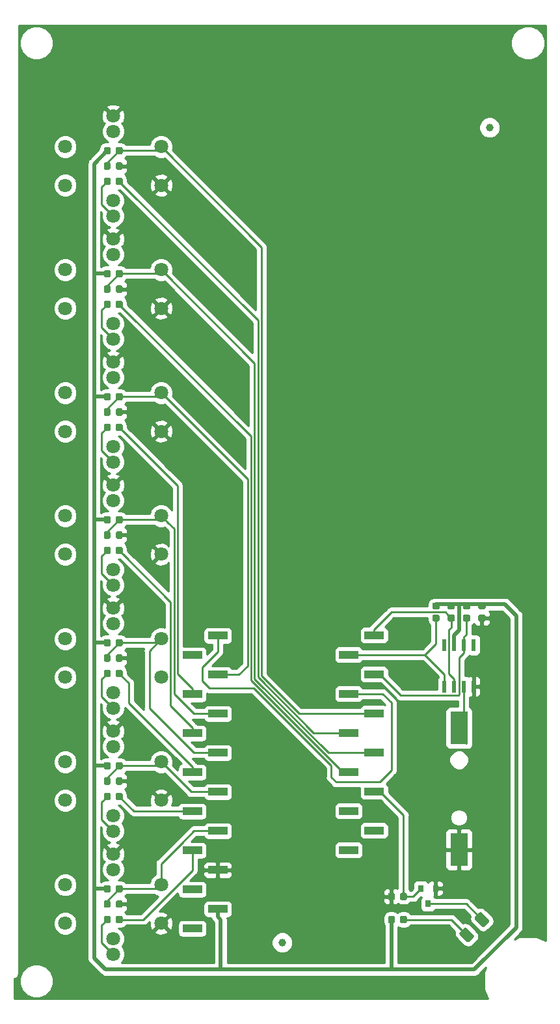
<source format=gbr>
G04 #@! TF.GenerationSoftware,KiCad,Pcbnew,(5.0.1-3-g963ef8bb5)*
G04 #@! TF.CreationDate,2019-06-03T16:35:54+02:00*
G04 #@! TF.ProjectId,foodSampler_v10,666F6F6453616D706C65725F7631302E,rev?*
G04 #@! TF.SameCoordinates,Original*
G04 #@! TF.FileFunction,Copper,L2,Bot,Signal*
G04 #@! TF.FilePolarity,Positive*
%FSLAX46Y46*%
G04 Gerber Fmt 4.6, Leading zero omitted, Abs format (unit mm)*
G04 Created by KiCad (PCBNEW (5.0.1-3-g963ef8bb5)) date 2019 June 03, Monday 16:35:54*
%MOMM*%
%LPD*%
G01*
G04 APERTURE LIST*
G04 #@! TA.AperFunction,SMDPad,CuDef*
%ADD10R,2.510000X1.000000*%
G04 #@! TD*
G04 #@! TA.AperFunction,Conductor*
%ADD11C,0.100000*%
G04 #@! TD*
G04 #@! TA.AperFunction,SMDPad,CuDef*
%ADD12C,0.875000*%
G04 #@! TD*
G04 #@! TA.AperFunction,ComponentPad*
%ADD13C,1.800000*%
G04 #@! TD*
G04 #@! TA.AperFunction,WasherPad*
%ADD14C,1.800000*%
G04 #@! TD*
G04 #@! TA.AperFunction,SMDPad,CuDef*
%ADD15R,0.600000X1.550000*%
G04 #@! TD*
G04 #@! TA.AperFunction,SMDPad,CuDef*
%ADD16C,1.250000*%
G04 #@! TD*
G04 #@! TA.AperFunction,SMDPad,CuDef*
%ADD17R,2.300000X4.300000*%
G04 #@! TD*
G04 #@! TA.AperFunction,SMDPad,CuDef*
%ADD18R,0.800000X0.900000*%
G04 #@! TD*
G04 #@! TA.AperFunction,BGAPad,CuDef*
%ADD19C,1.000000*%
G04 #@! TD*
G04 #@! TA.AperFunction,ViaPad*
%ADD20C,0.800000*%
G04 #@! TD*
G04 #@! TA.AperFunction,Conductor*
%ADD21C,0.250000*%
G04 #@! TD*
G04 #@! TA.AperFunction,Conductor*
%ADD22C,0.500000*%
G04 #@! TD*
G04 #@! TA.AperFunction,Conductor*
%ADD23C,0.254000*%
G04 #@! TD*
G04 APERTURE END LIST*
D10*
G04 #@! TO.P,J00,1*
G04 #@! TO.N,Net-(J00-Pad1)*
X113300000Y-157180000D03*
G04 #@! TO.P,J00,3*
G04 #@! TO.N,Net-(J00-Pad3)*
X113300000Y-152100000D03*
G04 #@! TO.P,J00,5*
G04 #@! TO.N,LED7*
X113300000Y-147020000D03*
G04 #@! TO.P,J00,7*
G04 #@! TO.N,LED6*
X113300000Y-141940000D03*
G04 #@! TO.P,J00,9*
G04 #@! TO.N,LED5*
X113300000Y-136860000D03*
G04 #@! TO.P,J00,11*
G04 #@! TO.N,LED4*
X113300000Y-131780000D03*
G04 #@! TO.P,J00,13*
G04 #@! TO.N,LED3*
X113300000Y-126700000D03*
G04 #@! TO.P,J00,15*
G04 #@! TO.N,Net-(J00-Pad15)*
X113300000Y-121620000D03*
G04 #@! TO.P,J00,2*
G04 #@! TO.N,+3V3*
X116610000Y-154640000D03*
G04 #@! TO.P,J00,4*
G04 #@! TO.N,GND*
X116610000Y-149560000D03*
G04 #@! TO.P,J00,6*
G04 #@! TO.N,SW7*
X116610000Y-144480000D03*
G04 #@! TO.P,J00,8*
G04 #@! TO.N,SW6*
X116610000Y-139400000D03*
G04 #@! TO.P,J00,10*
G04 #@! TO.N,SW5*
X116610000Y-134320000D03*
G04 #@! TO.P,J00,12*
G04 #@! TO.N,SW4*
X116610000Y-129240000D03*
G04 #@! TO.P,J00,14*
G04 #@! TO.N,SW3*
X116610000Y-124160000D03*
G04 #@! TO.P,J00,16*
G04 #@! TO.N,Net-(J00-Pad16)*
X116610000Y-119080000D03*
G04 #@! TD*
D11*
G04 #@! TO.N,SW1*
G04 #@! TO.C,C10*
G36*
X102452691Y-57526053D02*
X102473926Y-57529203D01*
X102494750Y-57534419D01*
X102514962Y-57541651D01*
X102534368Y-57550830D01*
X102552781Y-57561866D01*
X102570024Y-57574654D01*
X102585930Y-57589070D01*
X102600346Y-57604976D01*
X102613134Y-57622219D01*
X102624170Y-57640632D01*
X102633349Y-57660038D01*
X102640581Y-57680250D01*
X102645797Y-57701074D01*
X102648947Y-57722309D01*
X102650000Y-57743750D01*
X102650000Y-58256250D01*
X102648947Y-58277691D01*
X102645797Y-58298926D01*
X102640581Y-58319750D01*
X102633349Y-58339962D01*
X102624170Y-58359368D01*
X102613134Y-58377781D01*
X102600346Y-58395024D01*
X102585930Y-58410930D01*
X102570024Y-58425346D01*
X102552781Y-58438134D01*
X102534368Y-58449170D01*
X102514962Y-58458349D01*
X102494750Y-58465581D01*
X102473926Y-58470797D01*
X102452691Y-58473947D01*
X102431250Y-58475000D01*
X101993750Y-58475000D01*
X101972309Y-58473947D01*
X101951074Y-58470797D01*
X101930250Y-58465581D01*
X101910038Y-58458349D01*
X101890632Y-58449170D01*
X101872219Y-58438134D01*
X101854976Y-58425346D01*
X101839070Y-58410930D01*
X101824654Y-58395024D01*
X101811866Y-58377781D01*
X101800830Y-58359368D01*
X101791651Y-58339962D01*
X101784419Y-58319750D01*
X101779203Y-58298926D01*
X101776053Y-58277691D01*
X101775000Y-58256250D01*
X101775000Y-57743750D01*
X101776053Y-57722309D01*
X101779203Y-57701074D01*
X101784419Y-57680250D01*
X101791651Y-57660038D01*
X101800830Y-57640632D01*
X101811866Y-57622219D01*
X101824654Y-57604976D01*
X101839070Y-57589070D01*
X101854976Y-57574654D01*
X101872219Y-57561866D01*
X101890632Y-57550830D01*
X101910038Y-57541651D01*
X101930250Y-57534419D01*
X101951074Y-57529203D01*
X101972309Y-57526053D01*
X101993750Y-57525000D01*
X102431250Y-57525000D01*
X102452691Y-57526053D01*
X102452691Y-57526053D01*
G37*
D12*
G04 #@! TD*
G04 #@! TO.P,C10,1*
G04 #@! TO.N,SW1*
X102212500Y-58000000D03*
D11*
G04 #@! TO.N,GND*
G04 #@! TO.C,C10*
G36*
X104027691Y-57526053D02*
X104048926Y-57529203D01*
X104069750Y-57534419D01*
X104089962Y-57541651D01*
X104109368Y-57550830D01*
X104127781Y-57561866D01*
X104145024Y-57574654D01*
X104160930Y-57589070D01*
X104175346Y-57604976D01*
X104188134Y-57622219D01*
X104199170Y-57640632D01*
X104208349Y-57660038D01*
X104215581Y-57680250D01*
X104220797Y-57701074D01*
X104223947Y-57722309D01*
X104225000Y-57743750D01*
X104225000Y-58256250D01*
X104223947Y-58277691D01*
X104220797Y-58298926D01*
X104215581Y-58319750D01*
X104208349Y-58339962D01*
X104199170Y-58359368D01*
X104188134Y-58377781D01*
X104175346Y-58395024D01*
X104160930Y-58410930D01*
X104145024Y-58425346D01*
X104127781Y-58438134D01*
X104109368Y-58449170D01*
X104089962Y-58458349D01*
X104069750Y-58465581D01*
X104048926Y-58470797D01*
X104027691Y-58473947D01*
X104006250Y-58475000D01*
X103568750Y-58475000D01*
X103547309Y-58473947D01*
X103526074Y-58470797D01*
X103505250Y-58465581D01*
X103485038Y-58458349D01*
X103465632Y-58449170D01*
X103447219Y-58438134D01*
X103429976Y-58425346D01*
X103414070Y-58410930D01*
X103399654Y-58395024D01*
X103386866Y-58377781D01*
X103375830Y-58359368D01*
X103366651Y-58339962D01*
X103359419Y-58319750D01*
X103354203Y-58298926D01*
X103351053Y-58277691D01*
X103350000Y-58256250D01*
X103350000Y-57743750D01*
X103351053Y-57722309D01*
X103354203Y-57701074D01*
X103359419Y-57680250D01*
X103366651Y-57660038D01*
X103375830Y-57640632D01*
X103386866Y-57622219D01*
X103399654Y-57604976D01*
X103414070Y-57589070D01*
X103429976Y-57574654D01*
X103447219Y-57561866D01*
X103465632Y-57550830D01*
X103485038Y-57541651D01*
X103505250Y-57534419D01*
X103526074Y-57529203D01*
X103547309Y-57526053D01*
X103568750Y-57525000D01*
X104006250Y-57525000D01*
X104027691Y-57526053D01*
X104027691Y-57526053D01*
G37*
D12*
G04 #@! TD*
G04 #@! TO.P,C10,2*
G04 #@! TO.N,GND*
X103787500Y-58000000D03*
D11*
G04 #@! TO.N,+3V3*
G04 #@! TO.C,R10*
G36*
X102452691Y-55526053D02*
X102473926Y-55529203D01*
X102494750Y-55534419D01*
X102514962Y-55541651D01*
X102534368Y-55550830D01*
X102552781Y-55561866D01*
X102570024Y-55574654D01*
X102585930Y-55589070D01*
X102600346Y-55604976D01*
X102613134Y-55622219D01*
X102624170Y-55640632D01*
X102633349Y-55660038D01*
X102640581Y-55680250D01*
X102645797Y-55701074D01*
X102648947Y-55722309D01*
X102650000Y-55743750D01*
X102650000Y-56256250D01*
X102648947Y-56277691D01*
X102645797Y-56298926D01*
X102640581Y-56319750D01*
X102633349Y-56339962D01*
X102624170Y-56359368D01*
X102613134Y-56377781D01*
X102600346Y-56395024D01*
X102585930Y-56410930D01*
X102570024Y-56425346D01*
X102552781Y-56438134D01*
X102534368Y-56449170D01*
X102514962Y-56458349D01*
X102494750Y-56465581D01*
X102473926Y-56470797D01*
X102452691Y-56473947D01*
X102431250Y-56475000D01*
X101993750Y-56475000D01*
X101972309Y-56473947D01*
X101951074Y-56470797D01*
X101930250Y-56465581D01*
X101910038Y-56458349D01*
X101890632Y-56449170D01*
X101872219Y-56438134D01*
X101854976Y-56425346D01*
X101839070Y-56410930D01*
X101824654Y-56395024D01*
X101811866Y-56377781D01*
X101800830Y-56359368D01*
X101791651Y-56339962D01*
X101784419Y-56319750D01*
X101779203Y-56298926D01*
X101776053Y-56277691D01*
X101775000Y-56256250D01*
X101775000Y-55743750D01*
X101776053Y-55722309D01*
X101779203Y-55701074D01*
X101784419Y-55680250D01*
X101791651Y-55660038D01*
X101800830Y-55640632D01*
X101811866Y-55622219D01*
X101824654Y-55604976D01*
X101839070Y-55589070D01*
X101854976Y-55574654D01*
X101872219Y-55561866D01*
X101890632Y-55550830D01*
X101910038Y-55541651D01*
X101930250Y-55534419D01*
X101951074Y-55529203D01*
X101972309Y-55526053D01*
X101993750Y-55525000D01*
X102431250Y-55525000D01*
X102452691Y-55526053D01*
X102452691Y-55526053D01*
G37*
D12*
G04 #@! TD*
G04 #@! TO.P,R10,2*
G04 #@! TO.N,+3V3*
X102212500Y-56000000D03*
D11*
G04 #@! TO.N,SW1*
G04 #@! TO.C,R10*
G36*
X104027691Y-55526053D02*
X104048926Y-55529203D01*
X104069750Y-55534419D01*
X104089962Y-55541651D01*
X104109368Y-55550830D01*
X104127781Y-55561866D01*
X104145024Y-55574654D01*
X104160930Y-55589070D01*
X104175346Y-55604976D01*
X104188134Y-55622219D01*
X104199170Y-55640632D01*
X104208349Y-55660038D01*
X104215581Y-55680250D01*
X104220797Y-55701074D01*
X104223947Y-55722309D01*
X104225000Y-55743750D01*
X104225000Y-56256250D01*
X104223947Y-56277691D01*
X104220797Y-56298926D01*
X104215581Y-56319750D01*
X104208349Y-56339962D01*
X104199170Y-56359368D01*
X104188134Y-56377781D01*
X104175346Y-56395024D01*
X104160930Y-56410930D01*
X104145024Y-56425346D01*
X104127781Y-56438134D01*
X104109368Y-56449170D01*
X104089962Y-56458349D01*
X104069750Y-56465581D01*
X104048926Y-56470797D01*
X104027691Y-56473947D01*
X104006250Y-56475000D01*
X103568750Y-56475000D01*
X103547309Y-56473947D01*
X103526074Y-56470797D01*
X103505250Y-56465581D01*
X103485038Y-56458349D01*
X103465632Y-56449170D01*
X103447219Y-56438134D01*
X103429976Y-56425346D01*
X103414070Y-56410930D01*
X103399654Y-56395024D01*
X103386866Y-56377781D01*
X103375830Y-56359368D01*
X103366651Y-56339962D01*
X103359419Y-56319750D01*
X103354203Y-56298926D01*
X103351053Y-56277691D01*
X103350000Y-56256250D01*
X103350000Y-55743750D01*
X103351053Y-55722309D01*
X103354203Y-55701074D01*
X103359419Y-55680250D01*
X103366651Y-55660038D01*
X103375830Y-55640632D01*
X103386866Y-55622219D01*
X103399654Y-55604976D01*
X103414070Y-55589070D01*
X103429976Y-55574654D01*
X103447219Y-55561866D01*
X103465632Y-55550830D01*
X103485038Y-55541651D01*
X103505250Y-55534419D01*
X103526074Y-55529203D01*
X103547309Y-55526053D01*
X103568750Y-55525000D01*
X104006250Y-55525000D01*
X104027691Y-55526053D01*
X104027691Y-55526053D01*
G37*
D12*
G04 #@! TD*
G04 #@! TO.P,R10,1*
G04 #@! TO.N,SW1*
X103787500Y-56000000D03*
D11*
G04 #@! TO.N,Net-(R11-Pad1)*
G04 #@! TO.C,R11*
G36*
X102452691Y-59526053D02*
X102473926Y-59529203D01*
X102494750Y-59534419D01*
X102514962Y-59541651D01*
X102534368Y-59550830D01*
X102552781Y-59561866D01*
X102570024Y-59574654D01*
X102585930Y-59589070D01*
X102600346Y-59604976D01*
X102613134Y-59622219D01*
X102624170Y-59640632D01*
X102633349Y-59660038D01*
X102640581Y-59680250D01*
X102645797Y-59701074D01*
X102648947Y-59722309D01*
X102650000Y-59743750D01*
X102650000Y-60256250D01*
X102648947Y-60277691D01*
X102645797Y-60298926D01*
X102640581Y-60319750D01*
X102633349Y-60339962D01*
X102624170Y-60359368D01*
X102613134Y-60377781D01*
X102600346Y-60395024D01*
X102585930Y-60410930D01*
X102570024Y-60425346D01*
X102552781Y-60438134D01*
X102534368Y-60449170D01*
X102514962Y-60458349D01*
X102494750Y-60465581D01*
X102473926Y-60470797D01*
X102452691Y-60473947D01*
X102431250Y-60475000D01*
X101993750Y-60475000D01*
X101972309Y-60473947D01*
X101951074Y-60470797D01*
X101930250Y-60465581D01*
X101910038Y-60458349D01*
X101890632Y-60449170D01*
X101872219Y-60438134D01*
X101854976Y-60425346D01*
X101839070Y-60410930D01*
X101824654Y-60395024D01*
X101811866Y-60377781D01*
X101800830Y-60359368D01*
X101791651Y-60339962D01*
X101784419Y-60319750D01*
X101779203Y-60298926D01*
X101776053Y-60277691D01*
X101775000Y-60256250D01*
X101775000Y-59743750D01*
X101776053Y-59722309D01*
X101779203Y-59701074D01*
X101784419Y-59680250D01*
X101791651Y-59660038D01*
X101800830Y-59640632D01*
X101811866Y-59622219D01*
X101824654Y-59604976D01*
X101839070Y-59589070D01*
X101854976Y-59574654D01*
X101872219Y-59561866D01*
X101890632Y-59550830D01*
X101910038Y-59541651D01*
X101930250Y-59534419D01*
X101951074Y-59529203D01*
X101972309Y-59526053D01*
X101993750Y-59525000D01*
X102431250Y-59525000D01*
X102452691Y-59526053D01*
X102452691Y-59526053D01*
G37*
D12*
G04 #@! TD*
G04 #@! TO.P,R11,1*
G04 #@! TO.N,Net-(R11-Pad1)*
X102212500Y-60000000D03*
D11*
G04 #@! TO.N,LED1*
G04 #@! TO.C,R11*
G36*
X104027691Y-59526053D02*
X104048926Y-59529203D01*
X104069750Y-59534419D01*
X104089962Y-59541651D01*
X104109368Y-59550830D01*
X104127781Y-59561866D01*
X104145024Y-59574654D01*
X104160930Y-59589070D01*
X104175346Y-59604976D01*
X104188134Y-59622219D01*
X104199170Y-59640632D01*
X104208349Y-59660038D01*
X104215581Y-59680250D01*
X104220797Y-59701074D01*
X104223947Y-59722309D01*
X104225000Y-59743750D01*
X104225000Y-60256250D01*
X104223947Y-60277691D01*
X104220797Y-60298926D01*
X104215581Y-60319750D01*
X104208349Y-60339962D01*
X104199170Y-60359368D01*
X104188134Y-60377781D01*
X104175346Y-60395024D01*
X104160930Y-60410930D01*
X104145024Y-60425346D01*
X104127781Y-60438134D01*
X104109368Y-60449170D01*
X104089962Y-60458349D01*
X104069750Y-60465581D01*
X104048926Y-60470797D01*
X104027691Y-60473947D01*
X104006250Y-60475000D01*
X103568750Y-60475000D01*
X103547309Y-60473947D01*
X103526074Y-60470797D01*
X103505250Y-60465581D01*
X103485038Y-60458349D01*
X103465632Y-60449170D01*
X103447219Y-60438134D01*
X103429976Y-60425346D01*
X103414070Y-60410930D01*
X103399654Y-60395024D01*
X103386866Y-60377781D01*
X103375830Y-60359368D01*
X103366651Y-60339962D01*
X103359419Y-60319750D01*
X103354203Y-60298926D01*
X103351053Y-60277691D01*
X103350000Y-60256250D01*
X103350000Y-59743750D01*
X103351053Y-59722309D01*
X103354203Y-59701074D01*
X103359419Y-59680250D01*
X103366651Y-59660038D01*
X103375830Y-59640632D01*
X103386866Y-59622219D01*
X103399654Y-59604976D01*
X103414070Y-59589070D01*
X103429976Y-59574654D01*
X103447219Y-59561866D01*
X103465632Y-59550830D01*
X103485038Y-59541651D01*
X103505250Y-59534419D01*
X103526074Y-59529203D01*
X103547309Y-59526053D01*
X103568750Y-59525000D01*
X104006250Y-59525000D01*
X104027691Y-59526053D01*
X104027691Y-59526053D01*
G37*
D12*
G04 #@! TD*
G04 #@! TO.P,R11,2*
G04 #@! TO.N,LED1*
X103787500Y-60000000D03*
D11*
G04 #@! TO.N,SW2*
G04 #@! TO.C,C20*
G36*
X102452691Y-73526053D02*
X102473926Y-73529203D01*
X102494750Y-73534419D01*
X102514962Y-73541651D01*
X102534368Y-73550830D01*
X102552781Y-73561866D01*
X102570024Y-73574654D01*
X102585930Y-73589070D01*
X102600346Y-73604976D01*
X102613134Y-73622219D01*
X102624170Y-73640632D01*
X102633349Y-73660038D01*
X102640581Y-73680250D01*
X102645797Y-73701074D01*
X102648947Y-73722309D01*
X102650000Y-73743750D01*
X102650000Y-74256250D01*
X102648947Y-74277691D01*
X102645797Y-74298926D01*
X102640581Y-74319750D01*
X102633349Y-74339962D01*
X102624170Y-74359368D01*
X102613134Y-74377781D01*
X102600346Y-74395024D01*
X102585930Y-74410930D01*
X102570024Y-74425346D01*
X102552781Y-74438134D01*
X102534368Y-74449170D01*
X102514962Y-74458349D01*
X102494750Y-74465581D01*
X102473926Y-74470797D01*
X102452691Y-74473947D01*
X102431250Y-74475000D01*
X101993750Y-74475000D01*
X101972309Y-74473947D01*
X101951074Y-74470797D01*
X101930250Y-74465581D01*
X101910038Y-74458349D01*
X101890632Y-74449170D01*
X101872219Y-74438134D01*
X101854976Y-74425346D01*
X101839070Y-74410930D01*
X101824654Y-74395024D01*
X101811866Y-74377781D01*
X101800830Y-74359368D01*
X101791651Y-74339962D01*
X101784419Y-74319750D01*
X101779203Y-74298926D01*
X101776053Y-74277691D01*
X101775000Y-74256250D01*
X101775000Y-73743750D01*
X101776053Y-73722309D01*
X101779203Y-73701074D01*
X101784419Y-73680250D01*
X101791651Y-73660038D01*
X101800830Y-73640632D01*
X101811866Y-73622219D01*
X101824654Y-73604976D01*
X101839070Y-73589070D01*
X101854976Y-73574654D01*
X101872219Y-73561866D01*
X101890632Y-73550830D01*
X101910038Y-73541651D01*
X101930250Y-73534419D01*
X101951074Y-73529203D01*
X101972309Y-73526053D01*
X101993750Y-73525000D01*
X102431250Y-73525000D01*
X102452691Y-73526053D01*
X102452691Y-73526053D01*
G37*
D12*
G04 #@! TD*
G04 #@! TO.P,C20,1*
G04 #@! TO.N,SW2*
X102212500Y-74000000D03*
D11*
G04 #@! TO.N,GND*
G04 #@! TO.C,C20*
G36*
X104027691Y-73526053D02*
X104048926Y-73529203D01*
X104069750Y-73534419D01*
X104089962Y-73541651D01*
X104109368Y-73550830D01*
X104127781Y-73561866D01*
X104145024Y-73574654D01*
X104160930Y-73589070D01*
X104175346Y-73604976D01*
X104188134Y-73622219D01*
X104199170Y-73640632D01*
X104208349Y-73660038D01*
X104215581Y-73680250D01*
X104220797Y-73701074D01*
X104223947Y-73722309D01*
X104225000Y-73743750D01*
X104225000Y-74256250D01*
X104223947Y-74277691D01*
X104220797Y-74298926D01*
X104215581Y-74319750D01*
X104208349Y-74339962D01*
X104199170Y-74359368D01*
X104188134Y-74377781D01*
X104175346Y-74395024D01*
X104160930Y-74410930D01*
X104145024Y-74425346D01*
X104127781Y-74438134D01*
X104109368Y-74449170D01*
X104089962Y-74458349D01*
X104069750Y-74465581D01*
X104048926Y-74470797D01*
X104027691Y-74473947D01*
X104006250Y-74475000D01*
X103568750Y-74475000D01*
X103547309Y-74473947D01*
X103526074Y-74470797D01*
X103505250Y-74465581D01*
X103485038Y-74458349D01*
X103465632Y-74449170D01*
X103447219Y-74438134D01*
X103429976Y-74425346D01*
X103414070Y-74410930D01*
X103399654Y-74395024D01*
X103386866Y-74377781D01*
X103375830Y-74359368D01*
X103366651Y-74339962D01*
X103359419Y-74319750D01*
X103354203Y-74298926D01*
X103351053Y-74277691D01*
X103350000Y-74256250D01*
X103350000Y-73743750D01*
X103351053Y-73722309D01*
X103354203Y-73701074D01*
X103359419Y-73680250D01*
X103366651Y-73660038D01*
X103375830Y-73640632D01*
X103386866Y-73622219D01*
X103399654Y-73604976D01*
X103414070Y-73589070D01*
X103429976Y-73574654D01*
X103447219Y-73561866D01*
X103465632Y-73550830D01*
X103485038Y-73541651D01*
X103505250Y-73534419D01*
X103526074Y-73529203D01*
X103547309Y-73526053D01*
X103568750Y-73525000D01*
X104006250Y-73525000D01*
X104027691Y-73526053D01*
X104027691Y-73526053D01*
G37*
D12*
G04 #@! TD*
G04 #@! TO.P,C20,2*
G04 #@! TO.N,GND*
X103787500Y-74000000D03*
D11*
G04 #@! TO.N,GND*
G04 #@! TO.C,C30*
G36*
X104027691Y-89526053D02*
X104048926Y-89529203D01*
X104069750Y-89534419D01*
X104089962Y-89541651D01*
X104109368Y-89550830D01*
X104127781Y-89561866D01*
X104145024Y-89574654D01*
X104160930Y-89589070D01*
X104175346Y-89604976D01*
X104188134Y-89622219D01*
X104199170Y-89640632D01*
X104208349Y-89660038D01*
X104215581Y-89680250D01*
X104220797Y-89701074D01*
X104223947Y-89722309D01*
X104225000Y-89743750D01*
X104225000Y-90256250D01*
X104223947Y-90277691D01*
X104220797Y-90298926D01*
X104215581Y-90319750D01*
X104208349Y-90339962D01*
X104199170Y-90359368D01*
X104188134Y-90377781D01*
X104175346Y-90395024D01*
X104160930Y-90410930D01*
X104145024Y-90425346D01*
X104127781Y-90438134D01*
X104109368Y-90449170D01*
X104089962Y-90458349D01*
X104069750Y-90465581D01*
X104048926Y-90470797D01*
X104027691Y-90473947D01*
X104006250Y-90475000D01*
X103568750Y-90475000D01*
X103547309Y-90473947D01*
X103526074Y-90470797D01*
X103505250Y-90465581D01*
X103485038Y-90458349D01*
X103465632Y-90449170D01*
X103447219Y-90438134D01*
X103429976Y-90425346D01*
X103414070Y-90410930D01*
X103399654Y-90395024D01*
X103386866Y-90377781D01*
X103375830Y-90359368D01*
X103366651Y-90339962D01*
X103359419Y-90319750D01*
X103354203Y-90298926D01*
X103351053Y-90277691D01*
X103350000Y-90256250D01*
X103350000Y-89743750D01*
X103351053Y-89722309D01*
X103354203Y-89701074D01*
X103359419Y-89680250D01*
X103366651Y-89660038D01*
X103375830Y-89640632D01*
X103386866Y-89622219D01*
X103399654Y-89604976D01*
X103414070Y-89589070D01*
X103429976Y-89574654D01*
X103447219Y-89561866D01*
X103465632Y-89550830D01*
X103485038Y-89541651D01*
X103505250Y-89534419D01*
X103526074Y-89529203D01*
X103547309Y-89526053D01*
X103568750Y-89525000D01*
X104006250Y-89525000D01*
X104027691Y-89526053D01*
X104027691Y-89526053D01*
G37*
D12*
G04 #@! TD*
G04 #@! TO.P,C30,2*
G04 #@! TO.N,GND*
X103787500Y-90000000D03*
D11*
G04 #@! TO.N,SW3*
G04 #@! TO.C,C30*
G36*
X102452691Y-89526053D02*
X102473926Y-89529203D01*
X102494750Y-89534419D01*
X102514962Y-89541651D01*
X102534368Y-89550830D01*
X102552781Y-89561866D01*
X102570024Y-89574654D01*
X102585930Y-89589070D01*
X102600346Y-89604976D01*
X102613134Y-89622219D01*
X102624170Y-89640632D01*
X102633349Y-89660038D01*
X102640581Y-89680250D01*
X102645797Y-89701074D01*
X102648947Y-89722309D01*
X102650000Y-89743750D01*
X102650000Y-90256250D01*
X102648947Y-90277691D01*
X102645797Y-90298926D01*
X102640581Y-90319750D01*
X102633349Y-90339962D01*
X102624170Y-90359368D01*
X102613134Y-90377781D01*
X102600346Y-90395024D01*
X102585930Y-90410930D01*
X102570024Y-90425346D01*
X102552781Y-90438134D01*
X102534368Y-90449170D01*
X102514962Y-90458349D01*
X102494750Y-90465581D01*
X102473926Y-90470797D01*
X102452691Y-90473947D01*
X102431250Y-90475000D01*
X101993750Y-90475000D01*
X101972309Y-90473947D01*
X101951074Y-90470797D01*
X101930250Y-90465581D01*
X101910038Y-90458349D01*
X101890632Y-90449170D01*
X101872219Y-90438134D01*
X101854976Y-90425346D01*
X101839070Y-90410930D01*
X101824654Y-90395024D01*
X101811866Y-90377781D01*
X101800830Y-90359368D01*
X101791651Y-90339962D01*
X101784419Y-90319750D01*
X101779203Y-90298926D01*
X101776053Y-90277691D01*
X101775000Y-90256250D01*
X101775000Y-89743750D01*
X101776053Y-89722309D01*
X101779203Y-89701074D01*
X101784419Y-89680250D01*
X101791651Y-89660038D01*
X101800830Y-89640632D01*
X101811866Y-89622219D01*
X101824654Y-89604976D01*
X101839070Y-89589070D01*
X101854976Y-89574654D01*
X101872219Y-89561866D01*
X101890632Y-89550830D01*
X101910038Y-89541651D01*
X101930250Y-89534419D01*
X101951074Y-89529203D01*
X101972309Y-89526053D01*
X101993750Y-89525000D01*
X102431250Y-89525000D01*
X102452691Y-89526053D01*
X102452691Y-89526053D01*
G37*
D12*
G04 #@! TD*
G04 #@! TO.P,C30,1*
G04 #@! TO.N,SW3*
X102212500Y-90000000D03*
D11*
G04 #@! TO.N,SW4*
G04 #@! TO.C,C40*
G36*
X102452691Y-105526053D02*
X102473926Y-105529203D01*
X102494750Y-105534419D01*
X102514962Y-105541651D01*
X102534368Y-105550830D01*
X102552781Y-105561866D01*
X102570024Y-105574654D01*
X102585930Y-105589070D01*
X102600346Y-105604976D01*
X102613134Y-105622219D01*
X102624170Y-105640632D01*
X102633349Y-105660038D01*
X102640581Y-105680250D01*
X102645797Y-105701074D01*
X102648947Y-105722309D01*
X102650000Y-105743750D01*
X102650000Y-106256250D01*
X102648947Y-106277691D01*
X102645797Y-106298926D01*
X102640581Y-106319750D01*
X102633349Y-106339962D01*
X102624170Y-106359368D01*
X102613134Y-106377781D01*
X102600346Y-106395024D01*
X102585930Y-106410930D01*
X102570024Y-106425346D01*
X102552781Y-106438134D01*
X102534368Y-106449170D01*
X102514962Y-106458349D01*
X102494750Y-106465581D01*
X102473926Y-106470797D01*
X102452691Y-106473947D01*
X102431250Y-106475000D01*
X101993750Y-106475000D01*
X101972309Y-106473947D01*
X101951074Y-106470797D01*
X101930250Y-106465581D01*
X101910038Y-106458349D01*
X101890632Y-106449170D01*
X101872219Y-106438134D01*
X101854976Y-106425346D01*
X101839070Y-106410930D01*
X101824654Y-106395024D01*
X101811866Y-106377781D01*
X101800830Y-106359368D01*
X101791651Y-106339962D01*
X101784419Y-106319750D01*
X101779203Y-106298926D01*
X101776053Y-106277691D01*
X101775000Y-106256250D01*
X101775000Y-105743750D01*
X101776053Y-105722309D01*
X101779203Y-105701074D01*
X101784419Y-105680250D01*
X101791651Y-105660038D01*
X101800830Y-105640632D01*
X101811866Y-105622219D01*
X101824654Y-105604976D01*
X101839070Y-105589070D01*
X101854976Y-105574654D01*
X101872219Y-105561866D01*
X101890632Y-105550830D01*
X101910038Y-105541651D01*
X101930250Y-105534419D01*
X101951074Y-105529203D01*
X101972309Y-105526053D01*
X101993750Y-105525000D01*
X102431250Y-105525000D01*
X102452691Y-105526053D01*
X102452691Y-105526053D01*
G37*
D12*
G04 #@! TD*
G04 #@! TO.P,C40,1*
G04 #@! TO.N,SW4*
X102212500Y-106000000D03*
D11*
G04 #@! TO.N,GND*
G04 #@! TO.C,C40*
G36*
X104027691Y-105526053D02*
X104048926Y-105529203D01*
X104069750Y-105534419D01*
X104089962Y-105541651D01*
X104109368Y-105550830D01*
X104127781Y-105561866D01*
X104145024Y-105574654D01*
X104160930Y-105589070D01*
X104175346Y-105604976D01*
X104188134Y-105622219D01*
X104199170Y-105640632D01*
X104208349Y-105660038D01*
X104215581Y-105680250D01*
X104220797Y-105701074D01*
X104223947Y-105722309D01*
X104225000Y-105743750D01*
X104225000Y-106256250D01*
X104223947Y-106277691D01*
X104220797Y-106298926D01*
X104215581Y-106319750D01*
X104208349Y-106339962D01*
X104199170Y-106359368D01*
X104188134Y-106377781D01*
X104175346Y-106395024D01*
X104160930Y-106410930D01*
X104145024Y-106425346D01*
X104127781Y-106438134D01*
X104109368Y-106449170D01*
X104089962Y-106458349D01*
X104069750Y-106465581D01*
X104048926Y-106470797D01*
X104027691Y-106473947D01*
X104006250Y-106475000D01*
X103568750Y-106475000D01*
X103547309Y-106473947D01*
X103526074Y-106470797D01*
X103505250Y-106465581D01*
X103485038Y-106458349D01*
X103465632Y-106449170D01*
X103447219Y-106438134D01*
X103429976Y-106425346D01*
X103414070Y-106410930D01*
X103399654Y-106395024D01*
X103386866Y-106377781D01*
X103375830Y-106359368D01*
X103366651Y-106339962D01*
X103359419Y-106319750D01*
X103354203Y-106298926D01*
X103351053Y-106277691D01*
X103350000Y-106256250D01*
X103350000Y-105743750D01*
X103351053Y-105722309D01*
X103354203Y-105701074D01*
X103359419Y-105680250D01*
X103366651Y-105660038D01*
X103375830Y-105640632D01*
X103386866Y-105622219D01*
X103399654Y-105604976D01*
X103414070Y-105589070D01*
X103429976Y-105574654D01*
X103447219Y-105561866D01*
X103465632Y-105550830D01*
X103485038Y-105541651D01*
X103505250Y-105534419D01*
X103526074Y-105529203D01*
X103547309Y-105526053D01*
X103568750Y-105525000D01*
X104006250Y-105525000D01*
X104027691Y-105526053D01*
X104027691Y-105526053D01*
G37*
D12*
G04 #@! TD*
G04 #@! TO.P,C40,2*
G04 #@! TO.N,GND*
X103787500Y-106000000D03*
D11*
G04 #@! TO.N,GND*
G04 #@! TO.C,C50*
G36*
X104027691Y-121526053D02*
X104048926Y-121529203D01*
X104069750Y-121534419D01*
X104089962Y-121541651D01*
X104109368Y-121550830D01*
X104127781Y-121561866D01*
X104145024Y-121574654D01*
X104160930Y-121589070D01*
X104175346Y-121604976D01*
X104188134Y-121622219D01*
X104199170Y-121640632D01*
X104208349Y-121660038D01*
X104215581Y-121680250D01*
X104220797Y-121701074D01*
X104223947Y-121722309D01*
X104225000Y-121743750D01*
X104225000Y-122256250D01*
X104223947Y-122277691D01*
X104220797Y-122298926D01*
X104215581Y-122319750D01*
X104208349Y-122339962D01*
X104199170Y-122359368D01*
X104188134Y-122377781D01*
X104175346Y-122395024D01*
X104160930Y-122410930D01*
X104145024Y-122425346D01*
X104127781Y-122438134D01*
X104109368Y-122449170D01*
X104089962Y-122458349D01*
X104069750Y-122465581D01*
X104048926Y-122470797D01*
X104027691Y-122473947D01*
X104006250Y-122475000D01*
X103568750Y-122475000D01*
X103547309Y-122473947D01*
X103526074Y-122470797D01*
X103505250Y-122465581D01*
X103485038Y-122458349D01*
X103465632Y-122449170D01*
X103447219Y-122438134D01*
X103429976Y-122425346D01*
X103414070Y-122410930D01*
X103399654Y-122395024D01*
X103386866Y-122377781D01*
X103375830Y-122359368D01*
X103366651Y-122339962D01*
X103359419Y-122319750D01*
X103354203Y-122298926D01*
X103351053Y-122277691D01*
X103350000Y-122256250D01*
X103350000Y-121743750D01*
X103351053Y-121722309D01*
X103354203Y-121701074D01*
X103359419Y-121680250D01*
X103366651Y-121660038D01*
X103375830Y-121640632D01*
X103386866Y-121622219D01*
X103399654Y-121604976D01*
X103414070Y-121589070D01*
X103429976Y-121574654D01*
X103447219Y-121561866D01*
X103465632Y-121550830D01*
X103485038Y-121541651D01*
X103505250Y-121534419D01*
X103526074Y-121529203D01*
X103547309Y-121526053D01*
X103568750Y-121525000D01*
X104006250Y-121525000D01*
X104027691Y-121526053D01*
X104027691Y-121526053D01*
G37*
D12*
G04 #@! TD*
G04 #@! TO.P,C50,2*
G04 #@! TO.N,GND*
X103787500Y-122000000D03*
D11*
G04 #@! TO.N,SW5*
G04 #@! TO.C,C50*
G36*
X102452691Y-121526053D02*
X102473926Y-121529203D01*
X102494750Y-121534419D01*
X102514962Y-121541651D01*
X102534368Y-121550830D01*
X102552781Y-121561866D01*
X102570024Y-121574654D01*
X102585930Y-121589070D01*
X102600346Y-121604976D01*
X102613134Y-121622219D01*
X102624170Y-121640632D01*
X102633349Y-121660038D01*
X102640581Y-121680250D01*
X102645797Y-121701074D01*
X102648947Y-121722309D01*
X102650000Y-121743750D01*
X102650000Y-122256250D01*
X102648947Y-122277691D01*
X102645797Y-122298926D01*
X102640581Y-122319750D01*
X102633349Y-122339962D01*
X102624170Y-122359368D01*
X102613134Y-122377781D01*
X102600346Y-122395024D01*
X102585930Y-122410930D01*
X102570024Y-122425346D01*
X102552781Y-122438134D01*
X102534368Y-122449170D01*
X102514962Y-122458349D01*
X102494750Y-122465581D01*
X102473926Y-122470797D01*
X102452691Y-122473947D01*
X102431250Y-122475000D01*
X101993750Y-122475000D01*
X101972309Y-122473947D01*
X101951074Y-122470797D01*
X101930250Y-122465581D01*
X101910038Y-122458349D01*
X101890632Y-122449170D01*
X101872219Y-122438134D01*
X101854976Y-122425346D01*
X101839070Y-122410930D01*
X101824654Y-122395024D01*
X101811866Y-122377781D01*
X101800830Y-122359368D01*
X101791651Y-122339962D01*
X101784419Y-122319750D01*
X101779203Y-122298926D01*
X101776053Y-122277691D01*
X101775000Y-122256250D01*
X101775000Y-121743750D01*
X101776053Y-121722309D01*
X101779203Y-121701074D01*
X101784419Y-121680250D01*
X101791651Y-121660038D01*
X101800830Y-121640632D01*
X101811866Y-121622219D01*
X101824654Y-121604976D01*
X101839070Y-121589070D01*
X101854976Y-121574654D01*
X101872219Y-121561866D01*
X101890632Y-121550830D01*
X101910038Y-121541651D01*
X101930250Y-121534419D01*
X101951074Y-121529203D01*
X101972309Y-121526053D01*
X101993750Y-121525000D01*
X102431250Y-121525000D01*
X102452691Y-121526053D01*
X102452691Y-121526053D01*
G37*
D12*
G04 #@! TD*
G04 #@! TO.P,C50,1*
G04 #@! TO.N,SW5*
X102212500Y-122000000D03*
D11*
G04 #@! TO.N,SW6*
G04 #@! TO.C,C60*
G36*
X102452691Y-137526053D02*
X102473926Y-137529203D01*
X102494750Y-137534419D01*
X102514962Y-137541651D01*
X102534368Y-137550830D01*
X102552781Y-137561866D01*
X102570024Y-137574654D01*
X102585930Y-137589070D01*
X102600346Y-137604976D01*
X102613134Y-137622219D01*
X102624170Y-137640632D01*
X102633349Y-137660038D01*
X102640581Y-137680250D01*
X102645797Y-137701074D01*
X102648947Y-137722309D01*
X102650000Y-137743750D01*
X102650000Y-138256250D01*
X102648947Y-138277691D01*
X102645797Y-138298926D01*
X102640581Y-138319750D01*
X102633349Y-138339962D01*
X102624170Y-138359368D01*
X102613134Y-138377781D01*
X102600346Y-138395024D01*
X102585930Y-138410930D01*
X102570024Y-138425346D01*
X102552781Y-138438134D01*
X102534368Y-138449170D01*
X102514962Y-138458349D01*
X102494750Y-138465581D01*
X102473926Y-138470797D01*
X102452691Y-138473947D01*
X102431250Y-138475000D01*
X101993750Y-138475000D01*
X101972309Y-138473947D01*
X101951074Y-138470797D01*
X101930250Y-138465581D01*
X101910038Y-138458349D01*
X101890632Y-138449170D01*
X101872219Y-138438134D01*
X101854976Y-138425346D01*
X101839070Y-138410930D01*
X101824654Y-138395024D01*
X101811866Y-138377781D01*
X101800830Y-138359368D01*
X101791651Y-138339962D01*
X101784419Y-138319750D01*
X101779203Y-138298926D01*
X101776053Y-138277691D01*
X101775000Y-138256250D01*
X101775000Y-137743750D01*
X101776053Y-137722309D01*
X101779203Y-137701074D01*
X101784419Y-137680250D01*
X101791651Y-137660038D01*
X101800830Y-137640632D01*
X101811866Y-137622219D01*
X101824654Y-137604976D01*
X101839070Y-137589070D01*
X101854976Y-137574654D01*
X101872219Y-137561866D01*
X101890632Y-137550830D01*
X101910038Y-137541651D01*
X101930250Y-137534419D01*
X101951074Y-137529203D01*
X101972309Y-137526053D01*
X101993750Y-137525000D01*
X102431250Y-137525000D01*
X102452691Y-137526053D01*
X102452691Y-137526053D01*
G37*
D12*
G04 #@! TD*
G04 #@! TO.P,C60,1*
G04 #@! TO.N,SW6*
X102212500Y-138000000D03*
D11*
G04 #@! TO.N,GND*
G04 #@! TO.C,C60*
G36*
X104027691Y-137526053D02*
X104048926Y-137529203D01*
X104069750Y-137534419D01*
X104089962Y-137541651D01*
X104109368Y-137550830D01*
X104127781Y-137561866D01*
X104145024Y-137574654D01*
X104160930Y-137589070D01*
X104175346Y-137604976D01*
X104188134Y-137622219D01*
X104199170Y-137640632D01*
X104208349Y-137660038D01*
X104215581Y-137680250D01*
X104220797Y-137701074D01*
X104223947Y-137722309D01*
X104225000Y-137743750D01*
X104225000Y-138256250D01*
X104223947Y-138277691D01*
X104220797Y-138298926D01*
X104215581Y-138319750D01*
X104208349Y-138339962D01*
X104199170Y-138359368D01*
X104188134Y-138377781D01*
X104175346Y-138395024D01*
X104160930Y-138410930D01*
X104145024Y-138425346D01*
X104127781Y-138438134D01*
X104109368Y-138449170D01*
X104089962Y-138458349D01*
X104069750Y-138465581D01*
X104048926Y-138470797D01*
X104027691Y-138473947D01*
X104006250Y-138475000D01*
X103568750Y-138475000D01*
X103547309Y-138473947D01*
X103526074Y-138470797D01*
X103505250Y-138465581D01*
X103485038Y-138458349D01*
X103465632Y-138449170D01*
X103447219Y-138438134D01*
X103429976Y-138425346D01*
X103414070Y-138410930D01*
X103399654Y-138395024D01*
X103386866Y-138377781D01*
X103375830Y-138359368D01*
X103366651Y-138339962D01*
X103359419Y-138319750D01*
X103354203Y-138298926D01*
X103351053Y-138277691D01*
X103350000Y-138256250D01*
X103350000Y-137743750D01*
X103351053Y-137722309D01*
X103354203Y-137701074D01*
X103359419Y-137680250D01*
X103366651Y-137660038D01*
X103375830Y-137640632D01*
X103386866Y-137622219D01*
X103399654Y-137604976D01*
X103414070Y-137589070D01*
X103429976Y-137574654D01*
X103447219Y-137561866D01*
X103465632Y-137550830D01*
X103485038Y-137541651D01*
X103505250Y-137534419D01*
X103526074Y-137529203D01*
X103547309Y-137526053D01*
X103568750Y-137525000D01*
X104006250Y-137525000D01*
X104027691Y-137526053D01*
X104027691Y-137526053D01*
G37*
D12*
G04 #@! TD*
G04 #@! TO.P,C60,2*
G04 #@! TO.N,GND*
X103787500Y-138000000D03*
D11*
G04 #@! TO.N,GND*
G04 #@! TO.C,C70*
G36*
X104027691Y-153526053D02*
X104048926Y-153529203D01*
X104069750Y-153534419D01*
X104089962Y-153541651D01*
X104109368Y-153550830D01*
X104127781Y-153561866D01*
X104145024Y-153574654D01*
X104160930Y-153589070D01*
X104175346Y-153604976D01*
X104188134Y-153622219D01*
X104199170Y-153640632D01*
X104208349Y-153660038D01*
X104215581Y-153680250D01*
X104220797Y-153701074D01*
X104223947Y-153722309D01*
X104225000Y-153743750D01*
X104225000Y-154256250D01*
X104223947Y-154277691D01*
X104220797Y-154298926D01*
X104215581Y-154319750D01*
X104208349Y-154339962D01*
X104199170Y-154359368D01*
X104188134Y-154377781D01*
X104175346Y-154395024D01*
X104160930Y-154410930D01*
X104145024Y-154425346D01*
X104127781Y-154438134D01*
X104109368Y-154449170D01*
X104089962Y-154458349D01*
X104069750Y-154465581D01*
X104048926Y-154470797D01*
X104027691Y-154473947D01*
X104006250Y-154475000D01*
X103568750Y-154475000D01*
X103547309Y-154473947D01*
X103526074Y-154470797D01*
X103505250Y-154465581D01*
X103485038Y-154458349D01*
X103465632Y-154449170D01*
X103447219Y-154438134D01*
X103429976Y-154425346D01*
X103414070Y-154410930D01*
X103399654Y-154395024D01*
X103386866Y-154377781D01*
X103375830Y-154359368D01*
X103366651Y-154339962D01*
X103359419Y-154319750D01*
X103354203Y-154298926D01*
X103351053Y-154277691D01*
X103350000Y-154256250D01*
X103350000Y-153743750D01*
X103351053Y-153722309D01*
X103354203Y-153701074D01*
X103359419Y-153680250D01*
X103366651Y-153660038D01*
X103375830Y-153640632D01*
X103386866Y-153622219D01*
X103399654Y-153604976D01*
X103414070Y-153589070D01*
X103429976Y-153574654D01*
X103447219Y-153561866D01*
X103465632Y-153550830D01*
X103485038Y-153541651D01*
X103505250Y-153534419D01*
X103526074Y-153529203D01*
X103547309Y-153526053D01*
X103568750Y-153525000D01*
X104006250Y-153525000D01*
X104027691Y-153526053D01*
X104027691Y-153526053D01*
G37*
D12*
G04 #@! TD*
G04 #@! TO.P,C70,2*
G04 #@! TO.N,GND*
X103787500Y-154000000D03*
D11*
G04 #@! TO.N,SW7*
G04 #@! TO.C,C70*
G36*
X102452691Y-153526053D02*
X102473926Y-153529203D01*
X102494750Y-153534419D01*
X102514962Y-153541651D01*
X102534368Y-153550830D01*
X102552781Y-153561866D01*
X102570024Y-153574654D01*
X102585930Y-153589070D01*
X102600346Y-153604976D01*
X102613134Y-153622219D01*
X102624170Y-153640632D01*
X102633349Y-153660038D01*
X102640581Y-153680250D01*
X102645797Y-153701074D01*
X102648947Y-153722309D01*
X102650000Y-153743750D01*
X102650000Y-154256250D01*
X102648947Y-154277691D01*
X102645797Y-154298926D01*
X102640581Y-154319750D01*
X102633349Y-154339962D01*
X102624170Y-154359368D01*
X102613134Y-154377781D01*
X102600346Y-154395024D01*
X102585930Y-154410930D01*
X102570024Y-154425346D01*
X102552781Y-154438134D01*
X102534368Y-154449170D01*
X102514962Y-154458349D01*
X102494750Y-154465581D01*
X102473926Y-154470797D01*
X102452691Y-154473947D01*
X102431250Y-154475000D01*
X101993750Y-154475000D01*
X101972309Y-154473947D01*
X101951074Y-154470797D01*
X101930250Y-154465581D01*
X101910038Y-154458349D01*
X101890632Y-154449170D01*
X101872219Y-154438134D01*
X101854976Y-154425346D01*
X101839070Y-154410930D01*
X101824654Y-154395024D01*
X101811866Y-154377781D01*
X101800830Y-154359368D01*
X101791651Y-154339962D01*
X101784419Y-154319750D01*
X101779203Y-154298926D01*
X101776053Y-154277691D01*
X101775000Y-154256250D01*
X101775000Y-153743750D01*
X101776053Y-153722309D01*
X101779203Y-153701074D01*
X101784419Y-153680250D01*
X101791651Y-153660038D01*
X101800830Y-153640632D01*
X101811866Y-153622219D01*
X101824654Y-153604976D01*
X101839070Y-153589070D01*
X101854976Y-153574654D01*
X101872219Y-153561866D01*
X101890632Y-153550830D01*
X101910038Y-153541651D01*
X101930250Y-153534419D01*
X101951074Y-153529203D01*
X101972309Y-153526053D01*
X101993750Y-153525000D01*
X102431250Y-153525000D01*
X102452691Y-153526053D01*
X102452691Y-153526053D01*
G37*
D12*
G04 #@! TD*
G04 #@! TO.P,C70,1*
G04 #@! TO.N,SW7*
X102212500Y-154000000D03*
D11*
G04 #@! TO.N,+3V3*
G04 #@! TO.C,R20*
G36*
X102452691Y-71526053D02*
X102473926Y-71529203D01*
X102494750Y-71534419D01*
X102514962Y-71541651D01*
X102534368Y-71550830D01*
X102552781Y-71561866D01*
X102570024Y-71574654D01*
X102585930Y-71589070D01*
X102600346Y-71604976D01*
X102613134Y-71622219D01*
X102624170Y-71640632D01*
X102633349Y-71660038D01*
X102640581Y-71680250D01*
X102645797Y-71701074D01*
X102648947Y-71722309D01*
X102650000Y-71743750D01*
X102650000Y-72256250D01*
X102648947Y-72277691D01*
X102645797Y-72298926D01*
X102640581Y-72319750D01*
X102633349Y-72339962D01*
X102624170Y-72359368D01*
X102613134Y-72377781D01*
X102600346Y-72395024D01*
X102585930Y-72410930D01*
X102570024Y-72425346D01*
X102552781Y-72438134D01*
X102534368Y-72449170D01*
X102514962Y-72458349D01*
X102494750Y-72465581D01*
X102473926Y-72470797D01*
X102452691Y-72473947D01*
X102431250Y-72475000D01*
X101993750Y-72475000D01*
X101972309Y-72473947D01*
X101951074Y-72470797D01*
X101930250Y-72465581D01*
X101910038Y-72458349D01*
X101890632Y-72449170D01*
X101872219Y-72438134D01*
X101854976Y-72425346D01*
X101839070Y-72410930D01*
X101824654Y-72395024D01*
X101811866Y-72377781D01*
X101800830Y-72359368D01*
X101791651Y-72339962D01*
X101784419Y-72319750D01*
X101779203Y-72298926D01*
X101776053Y-72277691D01*
X101775000Y-72256250D01*
X101775000Y-71743750D01*
X101776053Y-71722309D01*
X101779203Y-71701074D01*
X101784419Y-71680250D01*
X101791651Y-71660038D01*
X101800830Y-71640632D01*
X101811866Y-71622219D01*
X101824654Y-71604976D01*
X101839070Y-71589070D01*
X101854976Y-71574654D01*
X101872219Y-71561866D01*
X101890632Y-71550830D01*
X101910038Y-71541651D01*
X101930250Y-71534419D01*
X101951074Y-71529203D01*
X101972309Y-71526053D01*
X101993750Y-71525000D01*
X102431250Y-71525000D01*
X102452691Y-71526053D01*
X102452691Y-71526053D01*
G37*
D12*
G04 #@! TD*
G04 #@! TO.P,R20,2*
G04 #@! TO.N,+3V3*
X102212500Y-72000000D03*
D11*
G04 #@! TO.N,SW2*
G04 #@! TO.C,R20*
G36*
X104027691Y-71526053D02*
X104048926Y-71529203D01*
X104069750Y-71534419D01*
X104089962Y-71541651D01*
X104109368Y-71550830D01*
X104127781Y-71561866D01*
X104145024Y-71574654D01*
X104160930Y-71589070D01*
X104175346Y-71604976D01*
X104188134Y-71622219D01*
X104199170Y-71640632D01*
X104208349Y-71660038D01*
X104215581Y-71680250D01*
X104220797Y-71701074D01*
X104223947Y-71722309D01*
X104225000Y-71743750D01*
X104225000Y-72256250D01*
X104223947Y-72277691D01*
X104220797Y-72298926D01*
X104215581Y-72319750D01*
X104208349Y-72339962D01*
X104199170Y-72359368D01*
X104188134Y-72377781D01*
X104175346Y-72395024D01*
X104160930Y-72410930D01*
X104145024Y-72425346D01*
X104127781Y-72438134D01*
X104109368Y-72449170D01*
X104089962Y-72458349D01*
X104069750Y-72465581D01*
X104048926Y-72470797D01*
X104027691Y-72473947D01*
X104006250Y-72475000D01*
X103568750Y-72475000D01*
X103547309Y-72473947D01*
X103526074Y-72470797D01*
X103505250Y-72465581D01*
X103485038Y-72458349D01*
X103465632Y-72449170D01*
X103447219Y-72438134D01*
X103429976Y-72425346D01*
X103414070Y-72410930D01*
X103399654Y-72395024D01*
X103386866Y-72377781D01*
X103375830Y-72359368D01*
X103366651Y-72339962D01*
X103359419Y-72319750D01*
X103354203Y-72298926D01*
X103351053Y-72277691D01*
X103350000Y-72256250D01*
X103350000Y-71743750D01*
X103351053Y-71722309D01*
X103354203Y-71701074D01*
X103359419Y-71680250D01*
X103366651Y-71660038D01*
X103375830Y-71640632D01*
X103386866Y-71622219D01*
X103399654Y-71604976D01*
X103414070Y-71589070D01*
X103429976Y-71574654D01*
X103447219Y-71561866D01*
X103465632Y-71550830D01*
X103485038Y-71541651D01*
X103505250Y-71534419D01*
X103526074Y-71529203D01*
X103547309Y-71526053D01*
X103568750Y-71525000D01*
X104006250Y-71525000D01*
X104027691Y-71526053D01*
X104027691Y-71526053D01*
G37*
D12*
G04 #@! TD*
G04 #@! TO.P,R20,1*
G04 #@! TO.N,SW2*
X103787500Y-72000000D03*
D11*
G04 #@! TO.N,Net-(R21-Pad1)*
G04 #@! TO.C,R21*
G36*
X102452691Y-75526053D02*
X102473926Y-75529203D01*
X102494750Y-75534419D01*
X102514962Y-75541651D01*
X102534368Y-75550830D01*
X102552781Y-75561866D01*
X102570024Y-75574654D01*
X102585930Y-75589070D01*
X102600346Y-75604976D01*
X102613134Y-75622219D01*
X102624170Y-75640632D01*
X102633349Y-75660038D01*
X102640581Y-75680250D01*
X102645797Y-75701074D01*
X102648947Y-75722309D01*
X102650000Y-75743750D01*
X102650000Y-76256250D01*
X102648947Y-76277691D01*
X102645797Y-76298926D01*
X102640581Y-76319750D01*
X102633349Y-76339962D01*
X102624170Y-76359368D01*
X102613134Y-76377781D01*
X102600346Y-76395024D01*
X102585930Y-76410930D01*
X102570024Y-76425346D01*
X102552781Y-76438134D01*
X102534368Y-76449170D01*
X102514962Y-76458349D01*
X102494750Y-76465581D01*
X102473926Y-76470797D01*
X102452691Y-76473947D01*
X102431250Y-76475000D01*
X101993750Y-76475000D01*
X101972309Y-76473947D01*
X101951074Y-76470797D01*
X101930250Y-76465581D01*
X101910038Y-76458349D01*
X101890632Y-76449170D01*
X101872219Y-76438134D01*
X101854976Y-76425346D01*
X101839070Y-76410930D01*
X101824654Y-76395024D01*
X101811866Y-76377781D01*
X101800830Y-76359368D01*
X101791651Y-76339962D01*
X101784419Y-76319750D01*
X101779203Y-76298926D01*
X101776053Y-76277691D01*
X101775000Y-76256250D01*
X101775000Y-75743750D01*
X101776053Y-75722309D01*
X101779203Y-75701074D01*
X101784419Y-75680250D01*
X101791651Y-75660038D01*
X101800830Y-75640632D01*
X101811866Y-75622219D01*
X101824654Y-75604976D01*
X101839070Y-75589070D01*
X101854976Y-75574654D01*
X101872219Y-75561866D01*
X101890632Y-75550830D01*
X101910038Y-75541651D01*
X101930250Y-75534419D01*
X101951074Y-75529203D01*
X101972309Y-75526053D01*
X101993750Y-75525000D01*
X102431250Y-75525000D01*
X102452691Y-75526053D01*
X102452691Y-75526053D01*
G37*
D12*
G04 #@! TD*
G04 #@! TO.P,R21,1*
G04 #@! TO.N,Net-(R21-Pad1)*
X102212500Y-76000000D03*
D11*
G04 #@! TO.N,LED2*
G04 #@! TO.C,R21*
G36*
X104027691Y-75526053D02*
X104048926Y-75529203D01*
X104069750Y-75534419D01*
X104089962Y-75541651D01*
X104109368Y-75550830D01*
X104127781Y-75561866D01*
X104145024Y-75574654D01*
X104160930Y-75589070D01*
X104175346Y-75604976D01*
X104188134Y-75622219D01*
X104199170Y-75640632D01*
X104208349Y-75660038D01*
X104215581Y-75680250D01*
X104220797Y-75701074D01*
X104223947Y-75722309D01*
X104225000Y-75743750D01*
X104225000Y-76256250D01*
X104223947Y-76277691D01*
X104220797Y-76298926D01*
X104215581Y-76319750D01*
X104208349Y-76339962D01*
X104199170Y-76359368D01*
X104188134Y-76377781D01*
X104175346Y-76395024D01*
X104160930Y-76410930D01*
X104145024Y-76425346D01*
X104127781Y-76438134D01*
X104109368Y-76449170D01*
X104089962Y-76458349D01*
X104069750Y-76465581D01*
X104048926Y-76470797D01*
X104027691Y-76473947D01*
X104006250Y-76475000D01*
X103568750Y-76475000D01*
X103547309Y-76473947D01*
X103526074Y-76470797D01*
X103505250Y-76465581D01*
X103485038Y-76458349D01*
X103465632Y-76449170D01*
X103447219Y-76438134D01*
X103429976Y-76425346D01*
X103414070Y-76410930D01*
X103399654Y-76395024D01*
X103386866Y-76377781D01*
X103375830Y-76359368D01*
X103366651Y-76339962D01*
X103359419Y-76319750D01*
X103354203Y-76298926D01*
X103351053Y-76277691D01*
X103350000Y-76256250D01*
X103350000Y-75743750D01*
X103351053Y-75722309D01*
X103354203Y-75701074D01*
X103359419Y-75680250D01*
X103366651Y-75660038D01*
X103375830Y-75640632D01*
X103386866Y-75622219D01*
X103399654Y-75604976D01*
X103414070Y-75589070D01*
X103429976Y-75574654D01*
X103447219Y-75561866D01*
X103465632Y-75550830D01*
X103485038Y-75541651D01*
X103505250Y-75534419D01*
X103526074Y-75529203D01*
X103547309Y-75526053D01*
X103568750Y-75525000D01*
X104006250Y-75525000D01*
X104027691Y-75526053D01*
X104027691Y-75526053D01*
G37*
D12*
G04 #@! TD*
G04 #@! TO.P,R21,2*
G04 #@! TO.N,LED2*
X103787500Y-76000000D03*
D11*
G04 #@! TO.N,+3V3*
G04 #@! TO.C,R30*
G36*
X102452691Y-87526053D02*
X102473926Y-87529203D01*
X102494750Y-87534419D01*
X102514962Y-87541651D01*
X102534368Y-87550830D01*
X102552781Y-87561866D01*
X102570024Y-87574654D01*
X102585930Y-87589070D01*
X102600346Y-87604976D01*
X102613134Y-87622219D01*
X102624170Y-87640632D01*
X102633349Y-87660038D01*
X102640581Y-87680250D01*
X102645797Y-87701074D01*
X102648947Y-87722309D01*
X102650000Y-87743750D01*
X102650000Y-88256250D01*
X102648947Y-88277691D01*
X102645797Y-88298926D01*
X102640581Y-88319750D01*
X102633349Y-88339962D01*
X102624170Y-88359368D01*
X102613134Y-88377781D01*
X102600346Y-88395024D01*
X102585930Y-88410930D01*
X102570024Y-88425346D01*
X102552781Y-88438134D01*
X102534368Y-88449170D01*
X102514962Y-88458349D01*
X102494750Y-88465581D01*
X102473926Y-88470797D01*
X102452691Y-88473947D01*
X102431250Y-88475000D01*
X101993750Y-88475000D01*
X101972309Y-88473947D01*
X101951074Y-88470797D01*
X101930250Y-88465581D01*
X101910038Y-88458349D01*
X101890632Y-88449170D01*
X101872219Y-88438134D01*
X101854976Y-88425346D01*
X101839070Y-88410930D01*
X101824654Y-88395024D01*
X101811866Y-88377781D01*
X101800830Y-88359368D01*
X101791651Y-88339962D01*
X101784419Y-88319750D01*
X101779203Y-88298926D01*
X101776053Y-88277691D01*
X101775000Y-88256250D01*
X101775000Y-87743750D01*
X101776053Y-87722309D01*
X101779203Y-87701074D01*
X101784419Y-87680250D01*
X101791651Y-87660038D01*
X101800830Y-87640632D01*
X101811866Y-87622219D01*
X101824654Y-87604976D01*
X101839070Y-87589070D01*
X101854976Y-87574654D01*
X101872219Y-87561866D01*
X101890632Y-87550830D01*
X101910038Y-87541651D01*
X101930250Y-87534419D01*
X101951074Y-87529203D01*
X101972309Y-87526053D01*
X101993750Y-87525000D01*
X102431250Y-87525000D01*
X102452691Y-87526053D01*
X102452691Y-87526053D01*
G37*
D12*
G04 #@! TD*
G04 #@! TO.P,R30,2*
G04 #@! TO.N,+3V3*
X102212500Y-88000000D03*
D11*
G04 #@! TO.N,SW3*
G04 #@! TO.C,R30*
G36*
X104027691Y-87526053D02*
X104048926Y-87529203D01*
X104069750Y-87534419D01*
X104089962Y-87541651D01*
X104109368Y-87550830D01*
X104127781Y-87561866D01*
X104145024Y-87574654D01*
X104160930Y-87589070D01*
X104175346Y-87604976D01*
X104188134Y-87622219D01*
X104199170Y-87640632D01*
X104208349Y-87660038D01*
X104215581Y-87680250D01*
X104220797Y-87701074D01*
X104223947Y-87722309D01*
X104225000Y-87743750D01*
X104225000Y-88256250D01*
X104223947Y-88277691D01*
X104220797Y-88298926D01*
X104215581Y-88319750D01*
X104208349Y-88339962D01*
X104199170Y-88359368D01*
X104188134Y-88377781D01*
X104175346Y-88395024D01*
X104160930Y-88410930D01*
X104145024Y-88425346D01*
X104127781Y-88438134D01*
X104109368Y-88449170D01*
X104089962Y-88458349D01*
X104069750Y-88465581D01*
X104048926Y-88470797D01*
X104027691Y-88473947D01*
X104006250Y-88475000D01*
X103568750Y-88475000D01*
X103547309Y-88473947D01*
X103526074Y-88470797D01*
X103505250Y-88465581D01*
X103485038Y-88458349D01*
X103465632Y-88449170D01*
X103447219Y-88438134D01*
X103429976Y-88425346D01*
X103414070Y-88410930D01*
X103399654Y-88395024D01*
X103386866Y-88377781D01*
X103375830Y-88359368D01*
X103366651Y-88339962D01*
X103359419Y-88319750D01*
X103354203Y-88298926D01*
X103351053Y-88277691D01*
X103350000Y-88256250D01*
X103350000Y-87743750D01*
X103351053Y-87722309D01*
X103354203Y-87701074D01*
X103359419Y-87680250D01*
X103366651Y-87660038D01*
X103375830Y-87640632D01*
X103386866Y-87622219D01*
X103399654Y-87604976D01*
X103414070Y-87589070D01*
X103429976Y-87574654D01*
X103447219Y-87561866D01*
X103465632Y-87550830D01*
X103485038Y-87541651D01*
X103505250Y-87534419D01*
X103526074Y-87529203D01*
X103547309Y-87526053D01*
X103568750Y-87525000D01*
X104006250Y-87525000D01*
X104027691Y-87526053D01*
X104027691Y-87526053D01*
G37*
D12*
G04 #@! TD*
G04 #@! TO.P,R30,1*
G04 #@! TO.N,SW3*
X103787500Y-88000000D03*
D11*
G04 #@! TO.N,Net-(R31-Pad1)*
G04 #@! TO.C,R31*
G36*
X102452691Y-91526053D02*
X102473926Y-91529203D01*
X102494750Y-91534419D01*
X102514962Y-91541651D01*
X102534368Y-91550830D01*
X102552781Y-91561866D01*
X102570024Y-91574654D01*
X102585930Y-91589070D01*
X102600346Y-91604976D01*
X102613134Y-91622219D01*
X102624170Y-91640632D01*
X102633349Y-91660038D01*
X102640581Y-91680250D01*
X102645797Y-91701074D01*
X102648947Y-91722309D01*
X102650000Y-91743750D01*
X102650000Y-92256250D01*
X102648947Y-92277691D01*
X102645797Y-92298926D01*
X102640581Y-92319750D01*
X102633349Y-92339962D01*
X102624170Y-92359368D01*
X102613134Y-92377781D01*
X102600346Y-92395024D01*
X102585930Y-92410930D01*
X102570024Y-92425346D01*
X102552781Y-92438134D01*
X102534368Y-92449170D01*
X102514962Y-92458349D01*
X102494750Y-92465581D01*
X102473926Y-92470797D01*
X102452691Y-92473947D01*
X102431250Y-92475000D01*
X101993750Y-92475000D01*
X101972309Y-92473947D01*
X101951074Y-92470797D01*
X101930250Y-92465581D01*
X101910038Y-92458349D01*
X101890632Y-92449170D01*
X101872219Y-92438134D01*
X101854976Y-92425346D01*
X101839070Y-92410930D01*
X101824654Y-92395024D01*
X101811866Y-92377781D01*
X101800830Y-92359368D01*
X101791651Y-92339962D01*
X101784419Y-92319750D01*
X101779203Y-92298926D01*
X101776053Y-92277691D01*
X101775000Y-92256250D01*
X101775000Y-91743750D01*
X101776053Y-91722309D01*
X101779203Y-91701074D01*
X101784419Y-91680250D01*
X101791651Y-91660038D01*
X101800830Y-91640632D01*
X101811866Y-91622219D01*
X101824654Y-91604976D01*
X101839070Y-91589070D01*
X101854976Y-91574654D01*
X101872219Y-91561866D01*
X101890632Y-91550830D01*
X101910038Y-91541651D01*
X101930250Y-91534419D01*
X101951074Y-91529203D01*
X101972309Y-91526053D01*
X101993750Y-91525000D01*
X102431250Y-91525000D01*
X102452691Y-91526053D01*
X102452691Y-91526053D01*
G37*
D12*
G04 #@! TD*
G04 #@! TO.P,R31,1*
G04 #@! TO.N,Net-(R31-Pad1)*
X102212500Y-92000000D03*
D11*
G04 #@! TO.N,LED3*
G04 #@! TO.C,R31*
G36*
X104027691Y-91526053D02*
X104048926Y-91529203D01*
X104069750Y-91534419D01*
X104089962Y-91541651D01*
X104109368Y-91550830D01*
X104127781Y-91561866D01*
X104145024Y-91574654D01*
X104160930Y-91589070D01*
X104175346Y-91604976D01*
X104188134Y-91622219D01*
X104199170Y-91640632D01*
X104208349Y-91660038D01*
X104215581Y-91680250D01*
X104220797Y-91701074D01*
X104223947Y-91722309D01*
X104225000Y-91743750D01*
X104225000Y-92256250D01*
X104223947Y-92277691D01*
X104220797Y-92298926D01*
X104215581Y-92319750D01*
X104208349Y-92339962D01*
X104199170Y-92359368D01*
X104188134Y-92377781D01*
X104175346Y-92395024D01*
X104160930Y-92410930D01*
X104145024Y-92425346D01*
X104127781Y-92438134D01*
X104109368Y-92449170D01*
X104089962Y-92458349D01*
X104069750Y-92465581D01*
X104048926Y-92470797D01*
X104027691Y-92473947D01*
X104006250Y-92475000D01*
X103568750Y-92475000D01*
X103547309Y-92473947D01*
X103526074Y-92470797D01*
X103505250Y-92465581D01*
X103485038Y-92458349D01*
X103465632Y-92449170D01*
X103447219Y-92438134D01*
X103429976Y-92425346D01*
X103414070Y-92410930D01*
X103399654Y-92395024D01*
X103386866Y-92377781D01*
X103375830Y-92359368D01*
X103366651Y-92339962D01*
X103359419Y-92319750D01*
X103354203Y-92298926D01*
X103351053Y-92277691D01*
X103350000Y-92256250D01*
X103350000Y-91743750D01*
X103351053Y-91722309D01*
X103354203Y-91701074D01*
X103359419Y-91680250D01*
X103366651Y-91660038D01*
X103375830Y-91640632D01*
X103386866Y-91622219D01*
X103399654Y-91604976D01*
X103414070Y-91589070D01*
X103429976Y-91574654D01*
X103447219Y-91561866D01*
X103465632Y-91550830D01*
X103485038Y-91541651D01*
X103505250Y-91534419D01*
X103526074Y-91529203D01*
X103547309Y-91526053D01*
X103568750Y-91525000D01*
X104006250Y-91525000D01*
X104027691Y-91526053D01*
X104027691Y-91526053D01*
G37*
D12*
G04 #@! TD*
G04 #@! TO.P,R31,2*
G04 #@! TO.N,LED3*
X103787500Y-92000000D03*
D11*
G04 #@! TO.N,+3V3*
G04 #@! TO.C,R40*
G36*
X102452691Y-103526053D02*
X102473926Y-103529203D01*
X102494750Y-103534419D01*
X102514962Y-103541651D01*
X102534368Y-103550830D01*
X102552781Y-103561866D01*
X102570024Y-103574654D01*
X102585930Y-103589070D01*
X102600346Y-103604976D01*
X102613134Y-103622219D01*
X102624170Y-103640632D01*
X102633349Y-103660038D01*
X102640581Y-103680250D01*
X102645797Y-103701074D01*
X102648947Y-103722309D01*
X102650000Y-103743750D01*
X102650000Y-104256250D01*
X102648947Y-104277691D01*
X102645797Y-104298926D01*
X102640581Y-104319750D01*
X102633349Y-104339962D01*
X102624170Y-104359368D01*
X102613134Y-104377781D01*
X102600346Y-104395024D01*
X102585930Y-104410930D01*
X102570024Y-104425346D01*
X102552781Y-104438134D01*
X102534368Y-104449170D01*
X102514962Y-104458349D01*
X102494750Y-104465581D01*
X102473926Y-104470797D01*
X102452691Y-104473947D01*
X102431250Y-104475000D01*
X101993750Y-104475000D01*
X101972309Y-104473947D01*
X101951074Y-104470797D01*
X101930250Y-104465581D01*
X101910038Y-104458349D01*
X101890632Y-104449170D01*
X101872219Y-104438134D01*
X101854976Y-104425346D01*
X101839070Y-104410930D01*
X101824654Y-104395024D01*
X101811866Y-104377781D01*
X101800830Y-104359368D01*
X101791651Y-104339962D01*
X101784419Y-104319750D01*
X101779203Y-104298926D01*
X101776053Y-104277691D01*
X101775000Y-104256250D01*
X101775000Y-103743750D01*
X101776053Y-103722309D01*
X101779203Y-103701074D01*
X101784419Y-103680250D01*
X101791651Y-103660038D01*
X101800830Y-103640632D01*
X101811866Y-103622219D01*
X101824654Y-103604976D01*
X101839070Y-103589070D01*
X101854976Y-103574654D01*
X101872219Y-103561866D01*
X101890632Y-103550830D01*
X101910038Y-103541651D01*
X101930250Y-103534419D01*
X101951074Y-103529203D01*
X101972309Y-103526053D01*
X101993750Y-103525000D01*
X102431250Y-103525000D01*
X102452691Y-103526053D01*
X102452691Y-103526053D01*
G37*
D12*
G04 #@! TD*
G04 #@! TO.P,R40,2*
G04 #@! TO.N,+3V3*
X102212500Y-104000000D03*
D11*
G04 #@! TO.N,SW4*
G04 #@! TO.C,R40*
G36*
X104027691Y-103526053D02*
X104048926Y-103529203D01*
X104069750Y-103534419D01*
X104089962Y-103541651D01*
X104109368Y-103550830D01*
X104127781Y-103561866D01*
X104145024Y-103574654D01*
X104160930Y-103589070D01*
X104175346Y-103604976D01*
X104188134Y-103622219D01*
X104199170Y-103640632D01*
X104208349Y-103660038D01*
X104215581Y-103680250D01*
X104220797Y-103701074D01*
X104223947Y-103722309D01*
X104225000Y-103743750D01*
X104225000Y-104256250D01*
X104223947Y-104277691D01*
X104220797Y-104298926D01*
X104215581Y-104319750D01*
X104208349Y-104339962D01*
X104199170Y-104359368D01*
X104188134Y-104377781D01*
X104175346Y-104395024D01*
X104160930Y-104410930D01*
X104145024Y-104425346D01*
X104127781Y-104438134D01*
X104109368Y-104449170D01*
X104089962Y-104458349D01*
X104069750Y-104465581D01*
X104048926Y-104470797D01*
X104027691Y-104473947D01*
X104006250Y-104475000D01*
X103568750Y-104475000D01*
X103547309Y-104473947D01*
X103526074Y-104470797D01*
X103505250Y-104465581D01*
X103485038Y-104458349D01*
X103465632Y-104449170D01*
X103447219Y-104438134D01*
X103429976Y-104425346D01*
X103414070Y-104410930D01*
X103399654Y-104395024D01*
X103386866Y-104377781D01*
X103375830Y-104359368D01*
X103366651Y-104339962D01*
X103359419Y-104319750D01*
X103354203Y-104298926D01*
X103351053Y-104277691D01*
X103350000Y-104256250D01*
X103350000Y-103743750D01*
X103351053Y-103722309D01*
X103354203Y-103701074D01*
X103359419Y-103680250D01*
X103366651Y-103660038D01*
X103375830Y-103640632D01*
X103386866Y-103622219D01*
X103399654Y-103604976D01*
X103414070Y-103589070D01*
X103429976Y-103574654D01*
X103447219Y-103561866D01*
X103465632Y-103550830D01*
X103485038Y-103541651D01*
X103505250Y-103534419D01*
X103526074Y-103529203D01*
X103547309Y-103526053D01*
X103568750Y-103525000D01*
X104006250Y-103525000D01*
X104027691Y-103526053D01*
X104027691Y-103526053D01*
G37*
D12*
G04 #@! TD*
G04 #@! TO.P,R40,1*
G04 #@! TO.N,SW4*
X103787500Y-104000000D03*
D11*
G04 #@! TO.N,Net-(R41-Pad1)*
G04 #@! TO.C,R41*
G36*
X102452691Y-107526053D02*
X102473926Y-107529203D01*
X102494750Y-107534419D01*
X102514962Y-107541651D01*
X102534368Y-107550830D01*
X102552781Y-107561866D01*
X102570024Y-107574654D01*
X102585930Y-107589070D01*
X102600346Y-107604976D01*
X102613134Y-107622219D01*
X102624170Y-107640632D01*
X102633349Y-107660038D01*
X102640581Y-107680250D01*
X102645797Y-107701074D01*
X102648947Y-107722309D01*
X102650000Y-107743750D01*
X102650000Y-108256250D01*
X102648947Y-108277691D01*
X102645797Y-108298926D01*
X102640581Y-108319750D01*
X102633349Y-108339962D01*
X102624170Y-108359368D01*
X102613134Y-108377781D01*
X102600346Y-108395024D01*
X102585930Y-108410930D01*
X102570024Y-108425346D01*
X102552781Y-108438134D01*
X102534368Y-108449170D01*
X102514962Y-108458349D01*
X102494750Y-108465581D01*
X102473926Y-108470797D01*
X102452691Y-108473947D01*
X102431250Y-108475000D01*
X101993750Y-108475000D01*
X101972309Y-108473947D01*
X101951074Y-108470797D01*
X101930250Y-108465581D01*
X101910038Y-108458349D01*
X101890632Y-108449170D01*
X101872219Y-108438134D01*
X101854976Y-108425346D01*
X101839070Y-108410930D01*
X101824654Y-108395024D01*
X101811866Y-108377781D01*
X101800830Y-108359368D01*
X101791651Y-108339962D01*
X101784419Y-108319750D01*
X101779203Y-108298926D01*
X101776053Y-108277691D01*
X101775000Y-108256250D01*
X101775000Y-107743750D01*
X101776053Y-107722309D01*
X101779203Y-107701074D01*
X101784419Y-107680250D01*
X101791651Y-107660038D01*
X101800830Y-107640632D01*
X101811866Y-107622219D01*
X101824654Y-107604976D01*
X101839070Y-107589070D01*
X101854976Y-107574654D01*
X101872219Y-107561866D01*
X101890632Y-107550830D01*
X101910038Y-107541651D01*
X101930250Y-107534419D01*
X101951074Y-107529203D01*
X101972309Y-107526053D01*
X101993750Y-107525000D01*
X102431250Y-107525000D01*
X102452691Y-107526053D01*
X102452691Y-107526053D01*
G37*
D12*
G04 #@! TD*
G04 #@! TO.P,R41,1*
G04 #@! TO.N,Net-(R41-Pad1)*
X102212500Y-108000000D03*
D11*
G04 #@! TO.N,LED4*
G04 #@! TO.C,R41*
G36*
X104027691Y-107526053D02*
X104048926Y-107529203D01*
X104069750Y-107534419D01*
X104089962Y-107541651D01*
X104109368Y-107550830D01*
X104127781Y-107561866D01*
X104145024Y-107574654D01*
X104160930Y-107589070D01*
X104175346Y-107604976D01*
X104188134Y-107622219D01*
X104199170Y-107640632D01*
X104208349Y-107660038D01*
X104215581Y-107680250D01*
X104220797Y-107701074D01*
X104223947Y-107722309D01*
X104225000Y-107743750D01*
X104225000Y-108256250D01*
X104223947Y-108277691D01*
X104220797Y-108298926D01*
X104215581Y-108319750D01*
X104208349Y-108339962D01*
X104199170Y-108359368D01*
X104188134Y-108377781D01*
X104175346Y-108395024D01*
X104160930Y-108410930D01*
X104145024Y-108425346D01*
X104127781Y-108438134D01*
X104109368Y-108449170D01*
X104089962Y-108458349D01*
X104069750Y-108465581D01*
X104048926Y-108470797D01*
X104027691Y-108473947D01*
X104006250Y-108475000D01*
X103568750Y-108475000D01*
X103547309Y-108473947D01*
X103526074Y-108470797D01*
X103505250Y-108465581D01*
X103485038Y-108458349D01*
X103465632Y-108449170D01*
X103447219Y-108438134D01*
X103429976Y-108425346D01*
X103414070Y-108410930D01*
X103399654Y-108395024D01*
X103386866Y-108377781D01*
X103375830Y-108359368D01*
X103366651Y-108339962D01*
X103359419Y-108319750D01*
X103354203Y-108298926D01*
X103351053Y-108277691D01*
X103350000Y-108256250D01*
X103350000Y-107743750D01*
X103351053Y-107722309D01*
X103354203Y-107701074D01*
X103359419Y-107680250D01*
X103366651Y-107660038D01*
X103375830Y-107640632D01*
X103386866Y-107622219D01*
X103399654Y-107604976D01*
X103414070Y-107589070D01*
X103429976Y-107574654D01*
X103447219Y-107561866D01*
X103465632Y-107550830D01*
X103485038Y-107541651D01*
X103505250Y-107534419D01*
X103526074Y-107529203D01*
X103547309Y-107526053D01*
X103568750Y-107525000D01*
X104006250Y-107525000D01*
X104027691Y-107526053D01*
X104027691Y-107526053D01*
G37*
D12*
G04 #@! TD*
G04 #@! TO.P,R41,2*
G04 #@! TO.N,LED4*
X103787500Y-108000000D03*
D11*
G04 #@! TO.N,+3V3*
G04 #@! TO.C,R50*
G36*
X102452691Y-119526053D02*
X102473926Y-119529203D01*
X102494750Y-119534419D01*
X102514962Y-119541651D01*
X102534368Y-119550830D01*
X102552781Y-119561866D01*
X102570024Y-119574654D01*
X102585930Y-119589070D01*
X102600346Y-119604976D01*
X102613134Y-119622219D01*
X102624170Y-119640632D01*
X102633349Y-119660038D01*
X102640581Y-119680250D01*
X102645797Y-119701074D01*
X102648947Y-119722309D01*
X102650000Y-119743750D01*
X102650000Y-120256250D01*
X102648947Y-120277691D01*
X102645797Y-120298926D01*
X102640581Y-120319750D01*
X102633349Y-120339962D01*
X102624170Y-120359368D01*
X102613134Y-120377781D01*
X102600346Y-120395024D01*
X102585930Y-120410930D01*
X102570024Y-120425346D01*
X102552781Y-120438134D01*
X102534368Y-120449170D01*
X102514962Y-120458349D01*
X102494750Y-120465581D01*
X102473926Y-120470797D01*
X102452691Y-120473947D01*
X102431250Y-120475000D01*
X101993750Y-120475000D01*
X101972309Y-120473947D01*
X101951074Y-120470797D01*
X101930250Y-120465581D01*
X101910038Y-120458349D01*
X101890632Y-120449170D01*
X101872219Y-120438134D01*
X101854976Y-120425346D01*
X101839070Y-120410930D01*
X101824654Y-120395024D01*
X101811866Y-120377781D01*
X101800830Y-120359368D01*
X101791651Y-120339962D01*
X101784419Y-120319750D01*
X101779203Y-120298926D01*
X101776053Y-120277691D01*
X101775000Y-120256250D01*
X101775000Y-119743750D01*
X101776053Y-119722309D01*
X101779203Y-119701074D01*
X101784419Y-119680250D01*
X101791651Y-119660038D01*
X101800830Y-119640632D01*
X101811866Y-119622219D01*
X101824654Y-119604976D01*
X101839070Y-119589070D01*
X101854976Y-119574654D01*
X101872219Y-119561866D01*
X101890632Y-119550830D01*
X101910038Y-119541651D01*
X101930250Y-119534419D01*
X101951074Y-119529203D01*
X101972309Y-119526053D01*
X101993750Y-119525000D01*
X102431250Y-119525000D01*
X102452691Y-119526053D01*
X102452691Y-119526053D01*
G37*
D12*
G04 #@! TD*
G04 #@! TO.P,R50,2*
G04 #@! TO.N,+3V3*
X102212500Y-120000000D03*
D11*
G04 #@! TO.N,SW5*
G04 #@! TO.C,R50*
G36*
X104027691Y-119526053D02*
X104048926Y-119529203D01*
X104069750Y-119534419D01*
X104089962Y-119541651D01*
X104109368Y-119550830D01*
X104127781Y-119561866D01*
X104145024Y-119574654D01*
X104160930Y-119589070D01*
X104175346Y-119604976D01*
X104188134Y-119622219D01*
X104199170Y-119640632D01*
X104208349Y-119660038D01*
X104215581Y-119680250D01*
X104220797Y-119701074D01*
X104223947Y-119722309D01*
X104225000Y-119743750D01*
X104225000Y-120256250D01*
X104223947Y-120277691D01*
X104220797Y-120298926D01*
X104215581Y-120319750D01*
X104208349Y-120339962D01*
X104199170Y-120359368D01*
X104188134Y-120377781D01*
X104175346Y-120395024D01*
X104160930Y-120410930D01*
X104145024Y-120425346D01*
X104127781Y-120438134D01*
X104109368Y-120449170D01*
X104089962Y-120458349D01*
X104069750Y-120465581D01*
X104048926Y-120470797D01*
X104027691Y-120473947D01*
X104006250Y-120475000D01*
X103568750Y-120475000D01*
X103547309Y-120473947D01*
X103526074Y-120470797D01*
X103505250Y-120465581D01*
X103485038Y-120458349D01*
X103465632Y-120449170D01*
X103447219Y-120438134D01*
X103429976Y-120425346D01*
X103414070Y-120410930D01*
X103399654Y-120395024D01*
X103386866Y-120377781D01*
X103375830Y-120359368D01*
X103366651Y-120339962D01*
X103359419Y-120319750D01*
X103354203Y-120298926D01*
X103351053Y-120277691D01*
X103350000Y-120256250D01*
X103350000Y-119743750D01*
X103351053Y-119722309D01*
X103354203Y-119701074D01*
X103359419Y-119680250D01*
X103366651Y-119660038D01*
X103375830Y-119640632D01*
X103386866Y-119622219D01*
X103399654Y-119604976D01*
X103414070Y-119589070D01*
X103429976Y-119574654D01*
X103447219Y-119561866D01*
X103465632Y-119550830D01*
X103485038Y-119541651D01*
X103505250Y-119534419D01*
X103526074Y-119529203D01*
X103547309Y-119526053D01*
X103568750Y-119525000D01*
X104006250Y-119525000D01*
X104027691Y-119526053D01*
X104027691Y-119526053D01*
G37*
D12*
G04 #@! TD*
G04 #@! TO.P,R50,1*
G04 #@! TO.N,SW5*
X103787500Y-120000000D03*
D11*
G04 #@! TO.N,Net-(R51-Pad1)*
G04 #@! TO.C,R51*
G36*
X102452691Y-123526053D02*
X102473926Y-123529203D01*
X102494750Y-123534419D01*
X102514962Y-123541651D01*
X102534368Y-123550830D01*
X102552781Y-123561866D01*
X102570024Y-123574654D01*
X102585930Y-123589070D01*
X102600346Y-123604976D01*
X102613134Y-123622219D01*
X102624170Y-123640632D01*
X102633349Y-123660038D01*
X102640581Y-123680250D01*
X102645797Y-123701074D01*
X102648947Y-123722309D01*
X102650000Y-123743750D01*
X102650000Y-124256250D01*
X102648947Y-124277691D01*
X102645797Y-124298926D01*
X102640581Y-124319750D01*
X102633349Y-124339962D01*
X102624170Y-124359368D01*
X102613134Y-124377781D01*
X102600346Y-124395024D01*
X102585930Y-124410930D01*
X102570024Y-124425346D01*
X102552781Y-124438134D01*
X102534368Y-124449170D01*
X102514962Y-124458349D01*
X102494750Y-124465581D01*
X102473926Y-124470797D01*
X102452691Y-124473947D01*
X102431250Y-124475000D01*
X101993750Y-124475000D01*
X101972309Y-124473947D01*
X101951074Y-124470797D01*
X101930250Y-124465581D01*
X101910038Y-124458349D01*
X101890632Y-124449170D01*
X101872219Y-124438134D01*
X101854976Y-124425346D01*
X101839070Y-124410930D01*
X101824654Y-124395024D01*
X101811866Y-124377781D01*
X101800830Y-124359368D01*
X101791651Y-124339962D01*
X101784419Y-124319750D01*
X101779203Y-124298926D01*
X101776053Y-124277691D01*
X101775000Y-124256250D01*
X101775000Y-123743750D01*
X101776053Y-123722309D01*
X101779203Y-123701074D01*
X101784419Y-123680250D01*
X101791651Y-123660038D01*
X101800830Y-123640632D01*
X101811866Y-123622219D01*
X101824654Y-123604976D01*
X101839070Y-123589070D01*
X101854976Y-123574654D01*
X101872219Y-123561866D01*
X101890632Y-123550830D01*
X101910038Y-123541651D01*
X101930250Y-123534419D01*
X101951074Y-123529203D01*
X101972309Y-123526053D01*
X101993750Y-123525000D01*
X102431250Y-123525000D01*
X102452691Y-123526053D01*
X102452691Y-123526053D01*
G37*
D12*
G04 #@! TD*
G04 #@! TO.P,R51,1*
G04 #@! TO.N,Net-(R51-Pad1)*
X102212500Y-124000000D03*
D11*
G04 #@! TO.N,LED5*
G04 #@! TO.C,R51*
G36*
X104027691Y-123526053D02*
X104048926Y-123529203D01*
X104069750Y-123534419D01*
X104089962Y-123541651D01*
X104109368Y-123550830D01*
X104127781Y-123561866D01*
X104145024Y-123574654D01*
X104160930Y-123589070D01*
X104175346Y-123604976D01*
X104188134Y-123622219D01*
X104199170Y-123640632D01*
X104208349Y-123660038D01*
X104215581Y-123680250D01*
X104220797Y-123701074D01*
X104223947Y-123722309D01*
X104225000Y-123743750D01*
X104225000Y-124256250D01*
X104223947Y-124277691D01*
X104220797Y-124298926D01*
X104215581Y-124319750D01*
X104208349Y-124339962D01*
X104199170Y-124359368D01*
X104188134Y-124377781D01*
X104175346Y-124395024D01*
X104160930Y-124410930D01*
X104145024Y-124425346D01*
X104127781Y-124438134D01*
X104109368Y-124449170D01*
X104089962Y-124458349D01*
X104069750Y-124465581D01*
X104048926Y-124470797D01*
X104027691Y-124473947D01*
X104006250Y-124475000D01*
X103568750Y-124475000D01*
X103547309Y-124473947D01*
X103526074Y-124470797D01*
X103505250Y-124465581D01*
X103485038Y-124458349D01*
X103465632Y-124449170D01*
X103447219Y-124438134D01*
X103429976Y-124425346D01*
X103414070Y-124410930D01*
X103399654Y-124395024D01*
X103386866Y-124377781D01*
X103375830Y-124359368D01*
X103366651Y-124339962D01*
X103359419Y-124319750D01*
X103354203Y-124298926D01*
X103351053Y-124277691D01*
X103350000Y-124256250D01*
X103350000Y-123743750D01*
X103351053Y-123722309D01*
X103354203Y-123701074D01*
X103359419Y-123680250D01*
X103366651Y-123660038D01*
X103375830Y-123640632D01*
X103386866Y-123622219D01*
X103399654Y-123604976D01*
X103414070Y-123589070D01*
X103429976Y-123574654D01*
X103447219Y-123561866D01*
X103465632Y-123550830D01*
X103485038Y-123541651D01*
X103505250Y-123534419D01*
X103526074Y-123529203D01*
X103547309Y-123526053D01*
X103568750Y-123525000D01*
X104006250Y-123525000D01*
X104027691Y-123526053D01*
X104027691Y-123526053D01*
G37*
D12*
G04 #@! TD*
G04 #@! TO.P,R51,2*
G04 #@! TO.N,LED5*
X103787500Y-124000000D03*
D11*
G04 #@! TO.N,+3V3*
G04 #@! TO.C,R60*
G36*
X102452691Y-135526053D02*
X102473926Y-135529203D01*
X102494750Y-135534419D01*
X102514962Y-135541651D01*
X102534368Y-135550830D01*
X102552781Y-135561866D01*
X102570024Y-135574654D01*
X102585930Y-135589070D01*
X102600346Y-135604976D01*
X102613134Y-135622219D01*
X102624170Y-135640632D01*
X102633349Y-135660038D01*
X102640581Y-135680250D01*
X102645797Y-135701074D01*
X102648947Y-135722309D01*
X102650000Y-135743750D01*
X102650000Y-136256250D01*
X102648947Y-136277691D01*
X102645797Y-136298926D01*
X102640581Y-136319750D01*
X102633349Y-136339962D01*
X102624170Y-136359368D01*
X102613134Y-136377781D01*
X102600346Y-136395024D01*
X102585930Y-136410930D01*
X102570024Y-136425346D01*
X102552781Y-136438134D01*
X102534368Y-136449170D01*
X102514962Y-136458349D01*
X102494750Y-136465581D01*
X102473926Y-136470797D01*
X102452691Y-136473947D01*
X102431250Y-136475000D01*
X101993750Y-136475000D01*
X101972309Y-136473947D01*
X101951074Y-136470797D01*
X101930250Y-136465581D01*
X101910038Y-136458349D01*
X101890632Y-136449170D01*
X101872219Y-136438134D01*
X101854976Y-136425346D01*
X101839070Y-136410930D01*
X101824654Y-136395024D01*
X101811866Y-136377781D01*
X101800830Y-136359368D01*
X101791651Y-136339962D01*
X101784419Y-136319750D01*
X101779203Y-136298926D01*
X101776053Y-136277691D01*
X101775000Y-136256250D01*
X101775000Y-135743750D01*
X101776053Y-135722309D01*
X101779203Y-135701074D01*
X101784419Y-135680250D01*
X101791651Y-135660038D01*
X101800830Y-135640632D01*
X101811866Y-135622219D01*
X101824654Y-135604976D01*
X101839070Y-135589070D01*
X101854976Y-135574654D01*
X101872219Y-135561866D01*
X101890632Y-135550830D01*
X101910038Y-135541651D01*
X101930250Y-135534419D01*
X101951074Y-135529203D01*
X101972309Y-135526053D01*
X101993750Y-135525000D01*
X102431250Y-135525000D01*
X102452691Y-135526053D01*
X102452691Y-135526053D01*
G37*
D12*
G04 #@! TD*
G04 #@! TO.P,R60,2*
G04 #@! TO.N,+3V3*
X102212500Y-136000000D03*
D11*
G04 #@! TO.N,SW6*
G04 #@! TO.C,R60*
G36*
X104027691Y-135526053D02*
X104048926Y-135529203D01*
X104069750Y-135534419D01*
X104089962Y-135541651D01*
X104109368Y-135550830D01*
X104127781Y-135561866D01*
X104145024Y-135574654D01*
X104160930Y-135589070D01*
X104175346Y-135604976D01*
X104188134Y-135622219D01*
X104199170Y-135640632D01*
X104208349Y-135660038D01*
X104215581Y-135680250D01*
X104220797Y-135701074D01*
X104223947Y-135722309D01*
X104225000Y-135743750D01*
X104225000Y-136256250D01*
X104223947Y-136277691D01*
X104220797Y-136298926D01*
X104215581Y-136319750D01*
X104208349Y-136339962D01*
X104199170Y-136359368D01*
X104188134Y-136377781D01*
X104175346Y-136395024D01*
X104160930Y-136410930D01*
X104145024Y-136425346D01*
X104127781Y-136438134D01*
X104109368Y-136449170D01*
X104089962Y-136458349D01*
X104069750Y-136465581D01*
X104048926Y-136470797D01*
X104027691Y-136473947D01*
X104006250Y-136475000D01*
X103568750Y-136475000D01*
X103547309Y-136473947D01*
X103526074Y-136470797D01*
X103505250Y-136465581D01*
X103485038Y-136458349D01*
X103465632Y-136449170D01*
X103447219Y-136438134D01*
X103429976Y-136425346D01*
X103414070Y-136410930D01*
X103399654Y-136395024D01*
X103386866Y-136377781D01*
X103375830Y-136359368D01*
X103366651Y-136339962D01*
X103359419Y-136319750D01*
X103354203Y-136298926D01*
X103351053Y-136277691D01*
X103350000Y-136256250D01*
X103350000Y-135743750D01*
X103351053Y-135722309D01*
X103354203Y-135701074D01*
X103359419Y-135680250D01*
X103366651Y-135660038D01*
X103375830Y-135640632D01*
X103386866Y-135622219D01*
X103399654Y-135604976D01*
X103414070Y-135589070D01*
X103429976Y-135574654D01*
X103447219Y-135561866D01*
X103465632Y-135550830D01*
X103485038Y-135541651D01*
X103505250Y-135534419D01*
X103526074Y-135529203D01*
X103547309Y-135526053D01*
X103568750Y-135525000D01*
X104006250Y-135525000D01*
X104027691Y-135526053D01*
X104027691Y-135526053D01*
G37*
D12*
G04 #@! TD*
G04 #@! TO.P,R60,1*
G04 #@! TO.N,SW6*
X103787500Y-136000000D03*
D11*
G04 #@! TO.N,Net-(R61-Pad1)*
G04 #@! TO.C,R61*
G36*
X102452691Y-139526053D02*
X102473926Y-139529203D01*
X102494750Y-139534419D01*
X102514962Y-139541651D01*
X102534368Y-139550830D01*
X102552781Y-139561866D01*
X102570024Y-139574654D01*
X102585930Y-139589070D01*
X102600346Y-139604976D01*
X102613134Y-139622219D01*
X102624170Y-139640632D01*
X102633349Y-139660038D01*
X102640581Y-139680250D01*
X102645797Y-139701074D01*
X102648947Y-139722309D01*
X102650000Y-139743750D01*
X102650000Y-140256250D01*
X102648947Y-140277691D01*
X102645797Y-140298926D01*
X102640581Y-140319750D01*
X102633349Y-140339962D01*
X102624170Y-140359368D01*
X102613134Y-140377781D01*
X102600346Y-140395024D01*
X102585930Y-140410930D01*
X102570024Y-140425346D01*
X102552781Y-140438134D01*
X102534368Y-140449170D01*
X102514962Y-140458349D01*
X102494750Y-140465581D01*
X102473926Y-140470797D01*
X102452691Y-140473947D01*
X102431250Y-140475000D01*
X101993750Y-140475000D01*
X101972309Y-140473947D01*
X101951074Y-140470797D01*
X101930250Y-140465581D01*
X101910038Y-140458349D01*
X101890632Y-140449170D01*
X101872219Y-140438134D01*
X101854976Y-140425346D01*
X101839070Y-140410930D01*
X101824654Y-140395024D01*
X101811866Y-140377781D01*
X101800830Y-140359368D01*
X101791651Y-140339962D01*
X101784419Y-140319750D01*
X101779203Y-140298926D01*
X101776053Y-140277691D01*
X101775000Y-140256250D01*
X101775000Y-139743750D01*
X101776053Y-139722309D01*
X101779203Y-139701074D01*
X101784419Y-139680250D01*
X101791651Y-139660038D01*
X101800830Y-139640632D01*
X101811866Y-139622219D01*
X101824654Y-139604976D01*
X101839070Y-139589070D01*
X101854976Y-139574654D01*
X101872219Y-139561866D01*
X101890632Y-139550830D01*
X101910038Y-139541651D01*
X101930250Y-139534419D01*
X101951074Y-139529203D01*
X101972309Y-139526053D01*
X101993750Y-139525000D01*
X102431250Y-139525000D01*
X102452691Y-139526053D01*
X102452691Y-139526053D01*
G37*
D12*
G04 #@! TD*
G04 #@! TO.P,R61,1*
G04 #@! TO.N,Net-(R61-Pad1)*
X102212500Y-140000000D03*
D11*
G04 #@! TO.N,LED6*
G04 #@! TO.C,R61*
G36*
X104027691Y-139526053D02*
X104048926Y-139529203D01*
X104069750Y-139534419D01*
X104089962Y-139541651D01*
X104109368Y-139550830D01*
X104127781Y-139561866D01*
X104145024Y-139574654D01*
X104160930Y-139589070D01*
X104175346Y-139604976D01*
X104188134Y-139622219D01*
X104199170Y-139640632D01*
X104208349Y-139660038D01*
X104215581Y-139680250D01*
X104220797Y-139701074D01*
X104223947Y-139722309D01*
X104225000Y-139743750D01*
X104225000Y-140256250D01*
X104223947Y-140277691D01*
X104220797Y-140298926D01*
X104215581Y-140319750D01*
X104208349Y-140339962D01*
X104199170Y-140359368D01*
X104188134Y-140377781D01*
X104175346Y-140395024D01*
X104160930Y-140410930D01*
X104145024Y-140425346D01*
X104127781Y-140438134D01*
X104109368Y-140449170D01*
X104089962Y-140458349D01*
X104069750Y-140465581D01*
X104048926Y-140470797D01*
X104027691Y-140473947D01*
X104006250Y-140475000D01*
X103568750Y-140475000D01*
X103547309Y-140473947D01*
X103526074Y-140470797D01*
X103505250Y-140465581D01*
X103485038Y-140458349D01*
X103465632Y-140449170D01*
X103447219Y-140438134D01*
X103429976Y-140425346D01*
X103414070Y-140410930D01*
X103399654Y-140395024D01*
X103386866Y-140377781D01*
X103375830Y-140359368D01*
X103366651Y-140339962D01*
X103359419Y-140319750D01*
X103354203Y-140298926D01*
X103351053Y-140277691D01*
X103350000Y-140256250D01*
X103350000Y-139743750D01*
X103351053Y-139722309D01*
X103354203Y-139701074D01*
X103359419Y-139680250D01*
X103366651Y-139660038D01*
X103375830Y-139640632D01*
X103386866Y-139622219D01*
X103399654Y-139604976D01*
X103414070Y-139589070D01*
X103429976Y-139574654D01*
X103447219Y-139561866D01*
X103465632Y-139550830D01*
X103485038Y-139541651D01*
X103505250Y-139534419D01*
X103526074Y-139529203D01*
X103547309Y-139526053D01*
X103568750Y-139525000D01*
X104006250Y-139525000D01*
X104027691Y-139526053D01*
X104027691Y-139526053D01*
G37*
D12*
G04 #@! TD*
G04 #@! TO.P,R61,2*
G04 #@! TO.N,LED6*
X103787500Y-140000000D03*
D11*
G04 #@! TO.N,+3V3*
G04 #@! TO.C,R70*
G36*
X102452691Y-151526053D02*
X102473926Y-151529203D01*
X102494750Y-151534419D01*
X102514962Y-151541651D01*
X102534368Y-151550830D01*
X102552781Y-151561866D01*
X102570024Y-151574654D01*
X102585930Y-151589070D01*
X102600346Y-151604976D01*
X102613134Y-151622219D01*
X102624170Y-151640632D01*
X102633349Y-151660038D01*
X102640581Y-151680250D01*
X102645797Y-151701074D01*
X102648947Y-151722309D01*
X102650000Y-151743750D01*
X102650000Y-152256250D01*
X102648947Y-152277691D01*
X102645797Y-152298926D01*
X102640581Y-152319750D01*
X102633349Y-152339962D01*
X102624170Y-152359368D01*
X102613134Y-152377781D01*
X102600346Y-152395024D01*
X102585930Y-152410930D01*
X102570024Y-152425346D01*
X102552781Y-152438134D01*
X102534368Y-152449170D01*
X102514962Y-152458349D01*
X102494750Y-152465581D01*
X102473926Y-152470797D01*
X102452691Y-152473947D01*
X102431250Y-152475000D01*
X101993750Y-152475000D01*
X101972309Y-152473947D01*
X101951074Y-152470797D01*
X101930250Y-152465581D01*
X101910038Y-152458349D01*
X101890632Y-152449170D01*
X101872219Y-152438134D01*
X101854976Y-152425346D01*
X101839070Y-152410930D01*
X101824654Y-152395024D01*
X101811866Y-152377781D01*
X101800830Y-152359368D01*
X101791651Y-152339962D01*
X101784419Y-152319750D01*
X101779203Y-152298926D01*
X101776053Y-152277691D01*
X101775000Y-152256250D01*
X101775000Y-151743750D01*
X101776053Y-151722309D01*
X101779203Y-151701074D01*
X101784419Y-151680250D01*
X101791651Y-151660038D01*
X101800830Y-151640632D01*
X101811866Y-151622219D01*
X101824654Y-151604976D01*
X101839070Y-151589070D01*
X101854976Y-151574654D01*
X101872219Y-151561866D01*
X101890632Y-151550830D01*
X101910038Y-151541651D01*
X101930250Y-151534419D01*
X101951074Y-151529203D01*
X101972309Y-151526053D01*
X101993750Y-151525000D01*
X102431250Y-151525000D01*
X102452691Y-151526053D01*
X102452691Y-151526053D01*
G37*
D12*
G04 #@! TD*
G04 #@! TO.P,R70,2*
G04 #@! TO.N,+3V3*
X102212500Y-152000000D03*
D11*
G04 #@! TO.N,SW7*
G04 #@! TO.C,R70*
G36*
X104027691Y-151526053D02*
X104048926Y-151529203D01*
X104069750Y-151534419D01*
X104089962Y-151541651D01*
X104109368Y-151550830D01*
X104127781Y-151561866D01*
X104145024Y-151574654D01*
X104160930Y-151589070D01*
X104175346Y-151604976D01*
X104188134Y-151622219D01*
X104199170Y-151640632D01*
X104208349Y-151660038D01*
X104215581Y-151680250D01*
X104220797Y-151701074D01*
X104223947Y-151722309D01*
X104225000Y-151743750D01*
X104225000Y-152256250D01*
X104223947Y-152277691D01*
X104220797Y-152298926D01*
X104215581Y-152319750D01*
X104208349Y-152339962D01*
X104199170Y-152359368D01*
X104188134Y-152377781D01*
X104175346Y-152395024D01*
X104160930Y-152410930D01*
X104145024Y-152425346D01*
X104127781Y-152438134D01*
X104109368Y-152449170D01*
X104089962Y-152458349D01*
X104069750Y-152465581D01*
X104048926Y-152470797D01*
X104027691Y-152473947D01*
X104006250Y-152475000D01*
X103568750Y-152475000D01*
X103547309Y-152473947D01*
X103526074Y-152470797D01*
X103505250Y-152465581D01*
X103485038Y-152458349D01*
X103465632Y-152449170D01*
X103447219Y-152438134D01*
X103429976Y-152425346D01*
X103414070Y-152410930D01*
X103399654Y-152395024D01*
X103386866Y-152377781D01*
X103375830Y-152359368D01*
X103366651Y-152339962D01*
X103359419Y-152319750D01*
X103354203Y-152298926D01*
X103351053Y-152277691D01*
X103350000Y-152256250D01*
X103350000Y-151743750D01*
X103351053Y-151722309D01*
X103354203Y-151701074D01*
X103359419Y-151680250D01*
X103366651Y-151660038D01*
X103375830Y-151640632D01*
X103386866Y-151622219D01*
X103399654Y-151604976D01*
X103414070Y-151589070D01*
X103429976Y-151574654D01*
X103447219Y-151561866D01*
X103465632Y-151550830D01*
X103485038Y-151541651D01*
X103505250Y-151534419D01*
X103526074Y-151529203D01*
X103547309Y-151526053D01*
X103568750Y-151525000D01*
X104006250Y-151525000D01*
X104027691Y-151526053D01*
X104027691Y-151526053D01*
G37*
D12*
G04 #@! TD*
G04 #@! TO.P,R70,1*
G04 #@! TO.N,SW7*
X103787500Y-152000000D03*
D11*
G04 #@! TO.N,Net-(R71-Pad1)*
G04 #@! TO.C,R71*
G36*
X102452691Y-155526053D02*
X102473926Y-155529203D01*
X102494750Y-155534419D01*
X102514962Y-155541651D01*
X102534368Y-155550830D01*
X102552781Y-155561866D01*
X102570024Y-155574654D01*
X102585930Y-155589070D01*
X102600346Y-155604976D01*
X102613134Y-155622219D01*
X102624170Y-155640632D01*
X102633349Y-155660038D01*
X102640581Y-155680250D01*
X102645797Y-155701074D01*
X102648947Y-155722309D01*
X102650000Y-155743750D01*
X102650000Y-156256250D01*
X102648947Y-156277691D01*
X102645797Y-156298926D01*
X102640581Y-156319750D01*
X102633349Y-156339962D01*
X102624170Y-156359368D01*
X102613134Y-156377781D01*
X102600346Y-156395024D01*
X102585930Y-156410930D01*
X102570024Y-156425346D01*
X102552781Y-156438134D01*
X102534368Y-156449170D01*
X102514962Y-156458349D01*
X102494750Y-156465581D01*
X102473926Y-156470797D01*
X102452691Y-156473947D01*
X102431250Y-156475000D01*
X101993750Y-156475000D01*
X101972309Y-156473947D01*
X101951074Y-156470797D01*
X101930250Y-156465581D01*
X101910038Y-156458349D01*
X101890632Y-156449170D01*
X101872219Y-156438134D01*
X101854976Y-156425346D01*
X101839070Y-156410930D01*
X101824654Y-156395024D01*
X101811866Y-156377781D01*
X101800830Y-156359368D01*
X101791651Y-156339962D01*
X101784419Y-156319750D01*
X101779203Y-156298926D01*
X101776053Y-156277691D01*
X101775000Y-156256250D01*
X101775000Y-155743750D01*
X101776053Y-155722309D01*
X101779203Y-155701074D01*
X101784419Y-155680250D01*
X101791651Y-155660038D01*
X101800830Y-155640632D01*
X101811866Y-155622219D01*
X101824654Y-155604976D01*
X101839070Y-155589070D01*
X101854976Y-155574654D01*
X101872219Y-155561866D01*
X101890632Y-155550830D01*
X101910038Y-155541651D01*
X101930250Y-155534419D01*
X101951074Y-155529203D01*
X101972309Y-155526053D01*
X101993750Y-155525000D01*
X102431250Y-155525000D01*
X102452691Y-155526053D01*
X102452691Y-155526053D01*
G37*
D12*
G04 #@! TD*
G04 #@! TO.P,R71,1*
G04 #@! TO.N,Net-(R71-Pad1)*
X102212500Y-156000000D03*
D11*
G04 #@! TO.N,LED7*
G04 #@! TO.C,R71*
G36*
X104027691Y-155526053D02*
X104048926Y-155529203D01*
X104069750Y-155534419D01*
X104089962Y-155541651D01*
X104109368Y-155550830D01*
X104127781Y-155561866D01*
X104145024Y-155574654D01*
X104160930Y-155589070D01*
X104175346Y-155604976D01*
X104188134Y-155622219D01*
X104199170Y-155640632D01*
X104208349Y-155660038D01*
X104215581Y-155680250D01*
X104220797Y-155701074D01*
X104223947Y-155722309D01*
X104225000Y-155743750D01*
X104225000Y-156256250D01*
X104223947Y-156277691D01*
X104220797Y-156298926D01*
X104215581Y-156319750D01*
X104208349Y-156339962D01*
X104199170Y-156359368D01*
X104188134Y-156377781D01*
X104175346Y-156395024D01*
X104160930Y-156410930D01*
X104145024Y-156425346D01*
X104127781Y-156438134D01*
X104109368Y-156449170D01*
X104089962Y-156458349D01*
X104069750Y-156465581D01*
X104048926Y-156470797D01*
X104027691Y-156473947D01*
X104006250Y-156475000D01*
X103568750Y-156475000D01*
X103547309Y-156473947D01*
X103526074Y-156470797D01*
X103505250Y-156465581D01*
X103485038Y-156458349D01*
X103465632Y-156449170D01*
X103447219Y-156438134D01*
X103429976Y-156425346D01*
X103414070Y-156410930D01*
X103399654Y-156395024D01*
X103386866Y-156377781D01*
X103375830Y-156359368D01*
X103366651Y-156339962D01*
X103359419Y-156319750D01*
X103354203Y-156298926D01*
X103351053Y-156277691D01*
X103350000Y-156256250D01*
X103350000Y-155743750D01*
X103351053Y-155722309D01*
X103354203Y-155701074D01*
X103359419Y-155680250D01*
X103366651Y-155660038D01*
X103375830Y-155640632D01*
X103386866Y-155622219D01*
X103399654Y-155604976D01*
X103414070Y-155589070D01*
X103429976Y-155574654D01*
X103447219Y-155561866D01*
X103465632Y-155550830D01*
X103485038Y-155541651D01*
X103505250Y-155534419D01*
X103526074Y-155529203D01*
X103547309Y-155526053D01*
X103568750Y-155525000D01*
X104006250Y-155525000D01*
X104027691Y-155526053D01*
X104027691Y-155526053D01*
G37*
D12*
G04 #@! TD*
G04 #@! TO.P,R71,2*
G04 #@! TO.N,LED7*
X103787500Y-156000000D03*
D13*
G04 #@! TO.P,SW10,1*
G04 #@! TO.N,Net-(SW10-Pad1)*
X96750000Y-55500000D03*
G04 #@! TO.P,SW10,2*
G04 #@! TO.N,SW1*
X109250000Y-55500000D03*
G04 #@! TO.P,SW10,3*
G04 #@! TO.N,Net-(SW10-Pad3)*
X96750000Y-60500000D03*
G04 #@! TO.P,SW10,4*
G04 #@! TO.N,GND*
X109250000Y-60500000D03*
G04 #@! TO.P,SW10,5*
X103000000Y-51500000D03*
G04 #@! TO.P,SW10,6*
G04 #@! TO.N,Net-(R11-Pad1)*
X103000000Y-64500000D03*
D14*
G04 #@! TO.P,SW10,*
G04 #@! TO.N,*
X103000000Y-62500000D03*
X103000000Y-53500000D03*
G04 #@! TD*
G04 #@! TO.P,SW20,*
G04 #@! TO.N,*
X103000000Y-69500000D03*
X103000000Y-78500000D03*
D13*
G04 #@! TO.P,SW20,6*
G04 #@! TO.N,Net-(R21-Pad1)*
X103000000Y-80500000D03*
G04 #@! TO.P,SW20,5*
G04 #@! TO.N,GND*
X103000000Y-67500000D03*
G04 #@! TO.P,SW20,4*
X109250000Y-76500000D03*
G04 #@! TO.P,SW20,3*
G04 #@! TO.N,Net-(SW20-Pad3)*
X96750000Y-76500000D03*
G04 #@! TO.P,SW20,2*
G04 #@! TO.N,SW2*
X109250000Y-71500000D03*
G04 #@! TO.P,SW20,1*
G04 #@! TO.N,Net-(SW20-Pad1)*
X96750000Y-71500000D03*
G04 #@! TD*
G04 #@! TO.P,SW30,1*
G04 #@! TO.N,Net-(SW30-Pad1)*
X96750000Y-87500000D03*
G04 #@! TO.P,SW30,2*
G04 #@! TO.N,SW3*
X109250000Y-87500000D03*
G04 #@! TO.P,SW30,3*
G04 #@! TO.N,Net-(SW30-Pad3)*
X96750000Y-92500000D03*
G04 #@! TO.P,SW30,4*
G04 #@! TO.N,GND*
X109250000Y-92500000D03*
G04 #@! TO.P,SW30,5*
X103000000Y-83500000D03*
G04 #@! TO.P,SW30,6*
G04 #@! TO.N,Net-(R31-Pad1)*
X103000000Y-96500000D03*
D14*
G04 #@! TO.P,SW30,*
G04 #@! TO.N,*
X103000000Y-94500000D03*
X103000000Y-85500000D03*
G04 #@! TD*
G04 #@! TO.P,SW40,*
G04 #@! TO.N,*
X103000000Y-101500000D03*
X103000000Y-110500000D03*
D13*
G04 #@! TO.P,SW40,6*
G04 #@! TO.N,Net-(R41-Pad1)*
X103000000Y-112500000D03*
G04 #@! TO.P,SW40,5*
G04 #@! TO.N,GND*
X103000000Y-99500000D03*
G04 #@! TO.P,SW40,4*
X109250000Y-108500000D03*
G04 #@! TO.P,SW40,3*
G04 #@! TO.N,Net-(SW40-Pad3)*
X96750000Y-108500000D03*
G04 #@! TO.P,SW40,2*
G04 #@! TO.N,SW4*
X109250000Y-103500000D03*
G04 #@! TO.P,SW40,1*
G04 #@! TO.N,Net-(SW40-Pad1)*
X96750000Y-103500000D03*
G04 #@! TD*
G04 #@! TO.P,SW50,1*
G04 #@! TO.N,Net-(SW50-Pad1)*
X96750000Y-119500000D03*
G04 #@! TO.P,SW50,2*
G04 #@! TO.N,SW5*
X109250000Y-119500000D03*
G04 #@! TO.P,SW50,3*
G04 #@! TO.N,Net-(SW50-Pad3)*
X96750000Y-124500000D03*
G04 #@! TO.P,SW50,4*
G04 #@! TO.N,GND*
X109250000Y-124500000D03*
G04 #@! TO.P,SW50,5*
X103000000Y-115500000D03*
G04 #@! TO.P,SW50,6*
G04 #@! TO.N,Net-(R51-Pad1)*
X103000000Y-128500000D03*
D14*
G04 #@! TO.P,SW50,*
G04 #@! TO.N,*
X103000000Y-126500000D03*
X103000000Y-117500000D03*
G04 #@! TD*
G04 #@! TO.P,SW60,*
G04 #@! TO.N,*
X103000000Y-133500000D03*
X103000000Y-142500000D03*
D13*
G04 #@! TO.P,SW60,6*
G04 #@! TO.N,Net-(R61-Pad1)*
X103000000Y-144500000D03*
G04 #@! TO.P,SW60,5*
G04 #@! TO.N,GND*
X103000000Y-131500000D03*
G04 #@! TO.P,SW60,4*
X109250000Y-140500000D03*
G04 #@! TO.P,SW60,3*
G04 #@! TO.N,Net-(SW60-Pad3)*
X96750000Y-140500000D03*
G04 #@! TO.P,SW60,2*
G04 #@! TO.N,SW6*
X109250000Y-135500000D03*
G04 #@! TO.P,SW60,1*
G04 #@! TO.N,Net-(SW60-Pad1)*
X96750000Y-135500000D03*
G04 #@! TD*
G04 #@! TO.P,SW70,1*
G04 #@! TO.N,Net-(SW70-Pad1)*
X96750000Y-151500000D03*
G04 #@! TO.P,SW70,2*
G04 #@! TO.N,SW7*
X109250000Y-151500000D03*
G04 #@! TO.P,SW70,3*
G04 #@! TO.N,Net-(SW70-Pad3)*
X96750000Y-156500000D03*
G04 #@! TO.P,SW70,4*
G04 #@! TO.N,GND*
X109250000Y-156500000D03*
G04 #@! TO.P,SW70,5*
X103000000Y-147500000D03*
G04 #@! TO.P,SW70,6*
G04 #@! TO.N,Net-(R71-Pad1)*
X103000000Y-160500000D03*
D14*
G04 #@! TO.P,SW70,*
G04 #@! TO.N,*
X103000000Y-158500000D03*
X103000000Y-149500000D03*
G04 #@! TD*
D10*
G04 #@! TO.P,J01,1*
G04 #@! TO.N,Net-(J01-Pad1)*
X133645000Y-146970000D03*
G04 #@! TO.P,J01,3*
G04 #@! TO.N,Net-(J01-Pad3)*
X133645000Y-141890000D03*
G04 #@! TO.P,J01,5*
G04 #@! TO.N,LED2*
X133645000Y-136810000D03*
G04 #@! TO.P,J01,7*
G04 #@! TO.N,LED1*
X133645000Y-131730000D03*
G04 #@! TO.P,J01,9*
G04 #@! TO.N,Net-(J00-Pad16)*
X133645000Y-126650000D03*
G04 #@! TO.P,J01,11*
G04 #@! TO.N,SCL*
X133645000Y-121570000D03*
G04 #@! TO.P,J01,2*
G04 #@! TO.N,Net-(J01-Pad2)*
X136955000Y-144430000D03*
G04 #@! TO.P,J01,4*
G04 #@! TO.N,Net-(J01-Pad4)*
X136955000Y-139350000D03*
G04 #@! TO.P,J01,6*
G04 #@! TO.N,SW2*
X136955000Y-134270000D03*
G04 #@! TO.P,J01,8*
G04 #@! TO.N,SW1*
X136955000Y-129190000D03*
G04 #@! TO.P,J01,10*
G04 #@! TO.N,INT*
X136955000Y-124110000D03*
G04 #@! TO.P,J01,12*
G04 #@! TO.N,SDA*
X136955000Y-119030000D03*
G04 #@! TD*
D11*
G04 #@! TO.N,+3V3*
G04 #@! TO.C,C80*
G36*
X151277691Y-114776053D02*
X151298926Y-114779203D01*
X151319750Y-114784419D01*
X151339962Y-114791651D01*
X151359368Y-114800830D01*
X151377781Y-114811866D01*
X151395024Y-114824654D01*
X151410930Y-114839070D01*
X151425346Y-114854976D01*
X151438134Y-114872219D01*
X151449170Y-114890632D01*
X151458349Y-114910038D01*
X151465581Y-114930250D01*
X151470797Y-114951074D01*
X151473947Y-114972309D01*
X151475000Y-114993750D01*
X151475000Y-115431250D01*
X151473947Y-115452691D01*
X151470797Y-115473926D01*
X151465581Y-115494750D01*
X151458349Y-115514962D01*
X151449170Y-115534368D01*
X151438134Y-115552781D01*
X151425346Y-115570024D01*
X151410930Y-115585930D01*
X151395024Y-115600346D01*
X151377781Y-115613134D01*
X151359368Y-115624170D01*
X151339962Y-115633349D01*
X151319750Y-115640581D01*
X151298926Y-115645797D01*
X151277691Y-115648947D01*
X151256250Y-115650000D01*
X150743750Y-115650000D01*
X150722309Y-115648947D01*
X150701074Y-115645797D01*
X150680250Y-115640581D01*
X150660038Y-115633349D01*
X150640632Y-115624170D01*
X150622219Y-115613134D01*
X150604976Y-115600346D01*
X150589070Y-115585930D01*
X150574654Y-115570024D01*
X150561866Y-115552781D01*
X150550830Y-115534368D01*
X150541651Y-115514962D01*
X150534419Y-115494750D01*
X150529203Y-115473926D01*
X150526053Y-115452691D01*
X150525000Y-115431250D01*
X150525000Y-114993750D01*
X150526053Y-114972309D01*
X150529203Y-114951074D01*
X150534419Y-114930250D01*
X150541651Y-114910038D01*
X150550830Y-114890632D01*
X150561866Y-114872219D01*
X150574654Y-114854976D01*
X150589070Y-114839070D01*
X150604976Y-114824654D01*
X150622219Y-114811866D01*
X150640632Y-114800830D01*
X150660038Y-114791651D01*
X150680250Y-114784419D01*
X150701074Y-114779203D01*
X150722309Y-114776053D01*
X150743750Y-114775000D01*
X151256250Y-114775000D01*
X151277691Y-114776053D01*
X151277691Y-114776053D01*
G37*
D12*
G04 #@! TD*
G04 #@! TO.P,C80,1*
G04 #@! TO.N,+3V3*
X151000000Y-115212500D03*
D11*
G04 #@! TO.N,GND*
G04 #@! TO.C,C80*
G36*
X151277691Y-116351053D02*
X151298926Y-116354203D01*
X151319750Y-116359419D01*
X151339962Y-116366651D01*
X151359368Y-116375830D01*
X151377781Y-116386866D01*
X151395024Y-116399654D01*
X151410930Y-116414070D01*
X151425346Y-116429976D01*
X151438134Y-116447219D01*
X151449170Y-116465632D01*
X151458349Y-116485038D01*
X151465581Y-116505250D01*
X151470797Y-116526074D01*
X151473947Y-116547309D01*
X151475000Y-116568750D01*
X151475000Y-117006250D01*
X151473947Y-117027691D01*
X151470797Y-117048926D01*
X151465581Y-117069750D01*
X151458349Y-117089962D01*
X151449170Y-117109368D01*
X151438134Y-117127781D01*
X151425346Y-117145024D01*
X151410930Y-117160930D01*
X151395024Y-117175346D01*
X151377781Y-117188134D01*
X151359368Y-117199170D01*
X151339962Y-117208349D01*
X151319750Y-117215581D01*
X151298926Y-117220797D01*
X151277691Y-117223947D01*
X151256250Y-117225000D01*
X150743750Y-117225000D01*
X150722309Y-117223947D01*
X150701074Y-117220797D01*
X150680250Y-117215581D01*
X150660038Y-117208349D01*
X150640632Y-117199170D01*
X150622219Y-117188134D01*
X150604976Y-117175346D01*
X150589070Y-117160930D01*
X150574654Y-117145024D01*
X150561866Y-117127781D01*
X150550830Y-117109368D01*
X150541651Y-117089962D01*
X150534419Y-117069750D01*
X150529203Y-117048926D01*
X150526053Y-117027691D01*
X150525000Y-117006250D01*
X150525000Y-116568750D01*
X150526053Y-116547309D01*
X150529203Y-116526074D01*
X150534419Y-116505250D01*
X150541651Y-116485038D01*
X150550830Y-116465632D01*
X150561866Y-116447219D01*
X150574654Y-116429976D01*
X150589070Y-116414070D01*
X150604976Y-116399654D01*
X150622219Y-116386866D01*
X150640632Y-116375830D01*
X150660038Y-116366651D01*
X150680250Y-116359419D01*
X150701074Y-116354203D01*
X150722309Y-116351053D01*
X150743750Y-116350000D01*
X151256250Y-116350000D01*
X151277691Y-116351053D01*
X151277691Y-116351053D01*
G37*
D12*
G04 #@! TD*
G04 #@! TO.P,C80,2*
G04 #@! TO.N,GND*
X151000000Y-116787500D03*
D11*
G04 #@! TO.N,+3V3*
G04 #@! TO.C,R03*
G36*
X139452691Y-155526053D02*
X139473926Y-155529203D01*
X139494750Y-155534419D01*
X139514962Y-155541651D01*
X139534368Y-155550830D01*
X139552781Y-155561866D01*
X139570024Y-155574654D01*
X139585930Y-155589070D01*
X139600346Y-155604976D01*
X139613134Y-155622219D01*
X139624170Y-155640632D01*
X139633349Y-155660038D01*
X139640581Y-155680250D01*
X139645797Y-155701074D01*
X139648947Y-155722309D01*
X139650000Y-155743750D01*
X139650000Y-156256250D01*
X139648947Y-156277691D01*
X139645797Y-156298926D01*
X139640581Y-156319750D01*
X139633349Y-156339962D01*
X139624170Y-156359368D01*
X139613134Y-156377781D01*
X139600346Y-156395024D01*
X139585930Y-156410930D01*
X139570024Y-156425346D01*
X139552781Y-156438134D01*
X139534368Y-156449170D01*
X139514962Y-156458349D01*
X139494750Y-156465581D01*
X139473926Y-156470797D01*
X139452691Y-156473947D01*
X139431250Y-156475000D01*
X138993750Y-156475000D01*
X138972309Y-156473947D01*
X138951074Y-156470797D01*
X138930250Y-156465581D01*
X138910038Y-156458349D01*
X138890632Y-156449170D01*
X138872219Y-156438134D01*
X138854976Y-156425346D01*
X138839070Y-156410930D01*
X138824654Y-156395024D01*
X138811866Y-156377781D01*
X138800830Y-156359368D01*
X138791651Y-156339962D01*
X138784419Y-156319750D01*
X138779203Y-156298926D01*
X138776053Y-156277691D01*
X138775000Y-156256250D01*
X138775000Y-155743750D01*
X138776053Y-155722309D01*
X138779203Y-155701074D01*
X138784419Y-155680250D01*
X138791651Y-155660038D01*
X138800830Y-155640632D01*
X138811866Y-155622219D01*
X138824654Y-155604976D01*
X138839070Y-155589070D01*
X138854976Y-155574654D01*
X138872219Y-155561866D01*
X138890632Y-155550830D01*
X138910038Y-155541651D01*
X138930250Y-155534419D01*
X138951074Y-155529203D01*
X138972309Y-155526053D01*
X138993750Y-155525000D01*
X139431250Y-155525000D01*
X139452691Y-155526053D01*
X139452691Y-155526053D01*
G37*
D12*
G04 #@! TD*
G04 #@! TO.P,R03,2*
G04 #@! TO.N,+3V3*
X139212500Y-156000000D03*
D11*
G04 #@! TO.N,Net-(D00-Pad2)*
G04 #@! TO.C,R03*
G36*
X141027691Y-155526053D02*
X141048926Y-155529203D01*
X141069750Y-155534419D01*
X141089962Y-155541651D01*
X141109368Y-155550830D01*
X141127781Y-155561866D01*
X141145024Y-155574654D01*
X141160930Y-155589070D01*
X141175346Y-155604976D01*
X141188134Y-155622219D01*
X141199170Y-155640632D01*
X141208349Y-155660038D01*
X141215581Y-155680250D01*
X141220797Y-155701074D01*
X141223947Y-155722309D01*
X141225000Y-155743750D01*
X141225000Y-156256250D01*
X141223947Y-156277691D01*
X141220797Y-156298926D01*
X141215581Y-156319750D01*
X141208349Y-156339962D01*
X141199170Y-156359368D01*
X141188134Y-156377781D01*
X141175346Y-156395024D01*
X141160930Y-156410930D01*
X141145024Y-156425346D01*
X141127781Y-156438134D01*
X141109368Y-156449170D01*
X141089962Y-156458349D01*
X141069750Y-156465581D01*
X141048926Y-156470797D01*
X141027691Y-156473947D01*
X141006250Y-156475000D01*
X140568750Y-156475000D01*
X140547309Y-156473947D01*
X140526074Y-156470797D01*
X140505250Y-156465581D01*
X140485038Y-156458349D01*
X140465632Y-156449170D01*
X140447219Y-156438134D01*
X140429976Y-156425346D01*
X140414070Y-156410930D01*
X140399654Y-156395024D01*
X140386866Y-156377781D01*
X140375830Y-156359368D01*
X140366651Y-156339962D01*
X140359419Y-156319750D01*
X140354203Y-156298926D01*
X140351053Y-156277691D01*
X140350000Y-156256250D01*
X140350000Y-155743750D01*
X140351053Y-155722309D01*
X140354203Y-155701074D01*
X140359419Y-155680250D01*
X140366651Y-155660038D01*
X140375830Y-155640632D01*
X140386866Y-155622219D01*
X140399654Y-155604976D01*
X140414070Y-155589070D01*
X140429976Y-155574654D01*
X140447219Y-155561866D01*
X140465632Y-155550830D01*
X140485038Y-155541651D01*
X140505250Y-155534419D01*
X140526074Y-155529203D01*
X140547309Y-155526053D01*
X140568750Y-155525000D01*
X141006250Y-155525000D01*
X141027691Y-155526053D01*
X141027691Y-155526053D01*
G37*
D12*
G04 #@! TD*
G04 #@! TO.P,R03,1*
G04 #@! TO.N,Net-(D00-Pad2)*
X140787500Y-156000000D03*
D11*
G04 #@! TO.N,SCL*
G04 #@! TO.C,R80*
G36*
X145277691Y-116351053D02*
X145298926Y-116354203D01*
X145319750Y-116359419D01*
X145339962Y-116366651D01*
X145359368Y-116375830D01*
X145377781Y-116386866D01*
X145395024Y-116399654D01*
X145410930Y-116414070D01*
X145425346Y-116429976D01*
X145438134Y-116447219D01*
X145449170Y-116465632D01*
X145458349Y-116485038D01*
X145465581Y-116505250D01*
X145470797Y-116526074D01*
X145473947Y-116547309D01*
X145475000Y-116568750D01*
X145475000Y-117006250D01*
X145473947Y-117027691D01*
X145470797Y-117048926D01*
X145465581Y-117069750D01*
X145458349Y-117089962D01*
X145449170Y-117109368D01*
X145438134Y-117127781D01*
X145425346Y-117145024D01*
X145410930Y-117160930D01*
X145395024Y-117175346D01*
X145377781Y-117188134D01*
X145359368Y-117199170D01*
X145339962Y-117208349D01*
X145319750Y-117215581D01*
X145298926Y-117220797D01*
X145277691Y-117223947D01*
X145256250Y-117225000D01*
X144743750Y-117225000D01*
X144722309Y-117223947D01*
X144701074Y-117220797D01*
X144680250Y-117215581D01*
X144660038Y-117208349D01*
X144640632Y-117199170D01*
X144622219Y-117188134D01*
X144604976Y-117175346D01*
X144589070Y-117160930D01*
X144574654Y-117145024D01*
X144561866Y-117127781D01*
X144550830Y-117109368D01*
X144541651Y-117089962D01*
X144534419Y-117069750D01*
X144529203Y-117048926D01*
X144526053Y-117027691D01*
X144525000Y-117006250D01*
X144525000Y-116568750D01*
X144526053Y-116547309D01*
X144529203Y-116526074D01*
X144534419Y-116505250D01*
X144541651Y-116485038D01*
X144550830Y-116465632D01*
X144561866Y-116447219D01*
X144574654Y-116429976D01*
X144589070Y-116414070D01*
X144604976Y-116399654D01*
X144622219Y-116386866D01*
X144640632Y-116375830D01*
X144660038Y-116366651D01*
X144680250Y-116359419D01*
X144701074Y-116354203D01*
X144722309Y-116351053D01*
X144743750Y-116350000D01*
X145256250Y-116350000D01*
X145277691Y-116351053D01*
X145277691Y-116351053D01*
G37*
D12*
G04 #@! TD*
G04 #@! TO.P,R80,1*
G04 #@! TO.N,SCL*
X145000000Y-116787500D03*
D11*
G04 #@! TO.N,+3V3*
G04 #@! TO.C,R80*
G36*
X145277691Y-114776053D02*
X145298926Y-114779203D01*
X145319750Y-114784419D01*
X145339962Y-114791651D01*
X145359368Y-114800830D01*
X145377781Y-114811866D01*
X145395024Y-114824654D01*
X145410930Y-114839070D01*
X145425346Y-114854976D01*
X145438134Y-114872219D01*
X145449170Y-114890632D01*
X145458349Y-114910038D01*
X145465581Y-114930250D01*
X145470797Y-114951074D01*
X145473947Y-114972309D01*
X145475000Y-114993750D01*
X145475000Y-115431250D01*
X145473947Y-115452691D01*
X145470797Y-115473926D01*
X145465581Y-115494750D01*
X145458349Y-115514962D01*
X145449170Y-115534368D01*
X145438134Y-115552781D01*
X145425346Y-115570024D01*
X145410930Y-115585930D01*
X145395024Y-115600346D01*
X145377781Y-115613134D01*
X145359368Y-115624170D01*
X145339962Y-115633349D01*
X145319750Y-115640581D01*
X145298926Y-115645797D01*
X145277691Y-115648947D01*
X145256250Y-115650000D01*
X144743750Y-115650000D01*
X144722309Y-115648947D01*
X144701074Y-115645797D01*
X144680250Y-115640581D01*
X144660038Y-115633349D01*
X144640632Y-115624170D01*
X144622219Y-115613134D01*
X144604976Y-115600346D01*
X144589070Y-115585930D01*
X144574654Y-115570024D01*
X144561866Y-115552781D01*
X144550830Y-115534368D01*
X144541651Y-115514962D01*
X144534419Y-115494750D01*
X144529203Y-115473926D01*
X144526053Y-115452691D01*
X144525000Y-115431250D01*
X144525000Y-114993750D01*
X144526053Y-114972309D01*
X144529203Y-114951074D01*
X144534419Y-114930250D01*
X144541651Y-114910038D01*
X144550830Y-114890632D01*
X144561866Y-114872219D01*
X144574654Y-114854976D01*
X144589070Y-114839070D01*
X144604976Y-114824654D01*
X144622219Y-114811866D01*
X144640632Y-114800830D01*
X144660038Y-114791651D01*
X144680250Y-114784419D01*
X144701074Y-114779203D01*
X144722309Y-114776053D01*
X144743750Y-114775000D01*
X145256250Y-114775000D01*
X145277691Y-114776053D01*
X145277691Y-114776053D01*
G37*
D12*
G04 #@! TD*
G04 #@! TO.P,R80,2*
G04 #@! TO.N,+3V3*
X145000000Y-115212500D03*
D11*
G04 #@! TO.N,+3V3*
G04 #@! TO.C,R81*
G36*
X147277691Y-114776053D02*
X147298926Y-114779203D01*
X147319750Y-114784419D01*
X147339962Y-114791651D01*
X147359368Y-114800830D01*
X147377781Y-114811866D01*
X147395024Y-114824654D01*
X147410930Y-114839070D01*
X147425346Y-114854976D01*
X147438134Y-114872219D01*
X147449170Y-114890632D01*
X147458349Y-114910038D01*
X147465581Y-114930250D01*
X147470797Y-114951074D01*
X147473947Y-114972309D01*
X147475000Y-114993750D01*
X147475000Y-115431250D01*
X147473947Y-115452691D01*
X147470797Y-115473926D01*
X147465581Y-115494750D01*
X147458349Y-115514962D01*
X147449170Y-115534368D01*
X147438134Y-115552781D01*
X147425346Y-115570024D01*
X147410930Y-115585930D01*
X147395024Y-115600346D01*
X147377781Y-115613134D01*
X147359368Y-115624170D01*
X147339962Y-115633349D01*
X147319750Y-115640581D01*
X147298926Y-115645797D01*
X147277691Y-115648947D01*
X147256250Y-115650000D01*
X146743750Y-115650000D01*
X146722309Y-115648947D01*
X146701074Y-115645797D01*
X146680250Y-115640581D01*
X146660038Y-115633349D01*
X146640632Y-115624170D01*
X146622219Y-115613134D01*
X146604976Y-115600346D01*
X146589070Y-115585930D01*
X146574654Y-115570024D01*
X146561866Y-115552781D01*
X146550830Y-115534368D01*
X146541651Y-115514962D01*
X146534419Y-115494750D01*
X146529203Y-115473926D01*
X146526053Y-115452691D01*
X146525000Y-115431250D01*
X146525000Y-114993750D01*
X146526053Y-114972309D01*
X146529203Y-114951074D01*
X146534419Y-114930250D01*
X146541651Y-114910038D01*
X146550830Y-114890632D01*
X146561866Y-114872219D01*
X146574654Y-114854976D01*
X146589070Y-114839070D01*
X146604976Y-114824654D01*
X146622219Y-114811866D01*
X146640632Y-114800830D01*
X146660038Y-114791651D01*
X146680250Y-114784419D01*
X146701074Y-114779203D01*
X146722309Y-114776053D01*
X146743750Y-114775000D01*
X147256250Y-114775000D01*
X147277691Y-114776053D01*
X147277691Y-114776053D01*
G37*
D12*
G04 #@! TD*
G04 #@! TO.P,R81,2*
G04 #@! TO.N,+3V3*
X147000000Y-115212500D03*
D11*
G04 #@! TO.N,SDA*
G04 #@! TO.C,R81*
G36*
X147277691Y-116351053D02*
X147298926Y-116354203D01*
X147319750Y-116359419D01*
X147339962Y-116366651D01*
X147359368Y-116375830D01*
X147377781Y-116386866D01*
X147395024Y-116399654D01*
X147410930Y-116414070D01*
X147425346Y-116429976D01*
X147438134Y-116447219D01*
X147449170Y-116465632D01*
X147458349Y-116485038D01*
X147465581Y-116505250D01*
X147470797Y-116526074D01*
X147473947Y-116547309D01*
X147475000Y-116568750D01*
X147475000Y-117006250D01*
X147473947Y-117027691D01*
X147470797Y-117048926D01*
X147465581Y-117069750D01*
X147458349Y-117089962D01*
X147449170Y-117109368D01*
X147438134Y-117127781D01*
X147425346Y-117145024D01*
X147410930Y-117160930D01*
X147395024Y-117175346D01*
X147377781Y-117188134D01*
X147359368Y-117199170D01*
X147339962Y-117208349D01*
X147319750Y-117215581D01*
X147298926Y-117220797D01*
X147277691Y-117223947D01*
X147256250Y-117225000D01*
X146743750Y-117225000D01*
X146722309Y-117223947D01*
X146701074Y-117220797D01*
X146680250Y-117215581D01*
X146660038Y-117208349D01*
X146640632Y-117199170D01*
X146622219Y-117188134D01*
X146604976Y-117175346D01*
X146589070Y-117160930D01*
X146574654Y-117145024D01*
X146561866Y-117127781D01*
X146550830Y-117109368D01*
X146541651Y-117089962D01*
X146534419Y-117069750D01*
X146529203Y-117048926D01*
X146526053Y-117027691D01*
X146525000Y-117006250D01*
X146525000Y-116568750D01*
X146526053Y-116547309D01*
X146529203Y-116526074D01*
X146534419Y-116505250D01*
X146541651Y-116485038D01*
X146550830Y-116465632D01*
X146561866Y-116447219D01*
X146574654Y-116429976D01*
X146589070Y-116414070D01*
X146604976Y-116399654D01*
X146622219Y-116386866D01*
X146640632Y-116375830D01*
X146660038Y-116366651D01*
X146680250Y-116359419D01*
X146701074Y-116354203D01*
X146722309Y-116351053D01*
X146743750Y-116350000D01*
X147256250Y-116350000D01*
X147277691Y-116351053D01*
X147277691Y-116351053D01*
G37*
D12*
G04 #@! TD*
G04 #@! TO.P,R81,1*
G04 #@! TO.N,SDA*
X147000000Y-116787500D03*
D11*
G04 #@! TO.N,INT*
G04 #@! TO.C,R82*
G36*
X149277691Y-116351053D02*
X149298926Y-116354203D01*
X149319750Y-116359419D01*
X149339962Y-116366651D01*
X149359368Y-116375830D01*
X149377781Y-116386866D01*
X149395024Y-116399654D01*
X149410930Y-116414070D01*
X149425346Y-116429976D01*
X149438134Y-116447219D01*
X149449170Y-116465632D01*
X149458349Y-116485038D01*
X149465581Y-116505250D01*
X149470797Y-116526074D01*
X149473947Y-116547309D01*
X149475000Y-116568750D01*
X149475000Y-117006250D01*
X149473947Y-117027691D01*
X149470797Y-117048926D01*
X149465581Y-117069750D01*
X149458349Y-117089962D01*
X149449170Y-117109368D01*
X149438134Y-117127781D01*
X149425346Y-117145024D01*
X149410930Y-117160930D01*
X149395024Y-117175346D01*
X149377781Y-117188134D01*
X149359368Y-117199170D01*
X149339962Y-117208349D01*
X149319750Y-117215581D01*
X149298926Y-117220797D01*
X149277691Y-117223947D01*
X149256250Y-117225000D01*
X148743750Y-117225000D01*
X148722309Y-117223947D01*
X148701074Y-117220797D01*
X148680250Y-117215581D01*
X148660038Y-117208349D01*
X148640632Y-117199170D01*
X148622219Y-117188134D01*
X148604976Y-117175346D01*
X148589070Y-117160930D01*
X148574654Y-117145024D01*
X148561866Y-117127781D01*
X148550830Y-117109368D01*
X148541651Y-117089962D01*
X148534419Y-117069750D01*
X148529203Y-117048926D01*
X148526053Y-117027691D01*
X148525000Y-117006250D01*
X148525000Y-116568750D01*
X148526053Y-116547309D01*
X148529203Y-116526074D01*
X148534419Y-116505250D01*
X148541651Y-116485038D01*
X148550830Y-116465632D01*
X148561866Y-116447219D01*
X148574654Y-116429976D01*
X148589070Y-116414070D01*
X148604976Y-116399654D01*
X148622219Y-116386866D01*
X148640632Y-116375830D01*
X148660038Y-116366651D01*
X148680250Y-116359419D01*
X148701074Y-116354203D01*
X148722309Y-116351053D01*
X148743750Y-116350000D01*
X149256250Y-116350000D01*
X149277691Y-116351053D01*
X149277691Y-116351053D01*
G37*
D12*
G04 #@! TD*
G04 #@! TO.P,R82,1*
G04 #@! TO.N,INT*
X149000000Y-116787500D03*
D11*
G04 #@! TO.N,+3V3*
G04 #@! TO.C,R82*
G36*
X149277691Y-114776053D02*
X149298926Y-114779203D01*
X149319750Y-114784419D01*
X149339962Y-114791651D01*
X149359368Y-114800830D01*
X149377781Y-114811866D01*
X149395024Y-114824654D01*
X149410930Y-114839070D01*
X149425346Y-114854976D01*
X149438134Y-114872219D01*
X149449170Y-114890632D01*
X149458349Y-114910038D01*
X149465581Y-114930250D01*
X149470797Y-114951074D01*
X149473947Y-114972309D01*
X149475000Y-114993750D01*
X149475000Y-115431250D01*
X149473947Y-115452691D01*
X149470797Y-115473926D01*
X149465581Y-115494750D01*
X149458349Y-115514962D01*
X149449170Y-115534368D01*
X149438134Y-115552781D01*
X149425346Y-115570024D01*
X149410930Y-115585930D01*
X149395024Y-115600346D01*
X149377781Y-115613134D01*
X149359368Y-115624170D01*
X149339962Y-115633349D01*
X149319750Y-115640581D01*
X149298926Y-115645797D01*
X149277691Y-115648947D01*
X149256250Y-115650000D01*
X148743750Y-115650000D01*
X148722309Y-115648947D01*
X148701074Y-115645797D01*
X148680250Y-115640581D01*
X148660038Y-115633349D01*
X148640632Y-115624170D01*
X148622219Y-115613134D01*
X148604976Y-115600346D01*
X148589070Y-115585930D01*
X148574654Y-115570024D01*
X148561866Y-115552781D01*
X148550830Y-115534368D01*
X148541651Y-115514962D01*
X148534419Y-115494750D01*
X148529203Y-115473926D01*
X148526053Y-115452691D01*
X148525000Y-115431250D01*
X148525000Y-114993750D01*
X148526053Y-114972309D01*
X148529203Y-114951074D01*
X148534419Y-114930250D01*
X148541651Y-114910038D01*
X148550830Y-114890632D01*
X148561866Y-114872219D01*
X148574654Y-114854976D01*
X148589070Y-114839070D01*
X148604976Y-114824654D01*
X148622219Y-114811866D01*
X148640632Y-114800830D01*
X148660038Y-114791651D01*
X148680250Y-114784419D01*
X148701074Y-114779203D01*
X148722309Y-114776053D01*
X148743750Y-114775000D01*
X149256250Y-114775000D01*
X149277691Y-114776053D01*
X149277691Y-114776053D01*
G37*
D12*
G04 #@! TD*
G04 #@! TO.P,R82,2*
G04 #@! TO.N,+3V3*
X149000000Y-115212500D03*
D15*
G04 #@! TO.P,U80,1*
G04 #@! TO.N,Net-(U80-Pad1)*
X146095000Y-120300000D03*
G04 #@! TO.P,U80,2*
G04 #@! TO.N,+3V3*
X147365000Y-120300000D03*
G04 #@! TO.P,U80,3*
G04 #@! TO.N,INT*
X148635000Y-120300000D03*
G04 #@! TO.P,U80,4*
G04 #@! TO.N,Net-(U80-Pad4)*
X149905000Y-120300000D03*
G04 #@! TO.P,U80,5*
G04 #@! TO.N,GND*
X149905000Y-125700000D03*
G04 #@! TO.P,U80,6*
G04 #@! TO.N,+BATT*
X148635000Y-125700000D03*
G04 #@! TO.P,U80,7*
G04 #@! TO.N,SDA*
X147365000Y-125700000D03*
G04 #@! TO.P,U80,8*
G04 #@! TO.N,SCL*
X146095000Y-125700000D03*
G04 #@! TD*
D11*
G04 #@! TO.N,Net-(D00-Pad1)*
G04 #@! TO.C,D00*
G36*
X150837676Y-155054148D02*
X150861945Y-155057748D01*
X150885743Y-155063709D01*
X150908843Y-155071974D01*
X150931021Y-155082464D01*
X150952065Y-155095077D01*
X150971770Y-155109691D01*
X150989949Y-155126167D01*
X151873833Y-156010051D01*
X151890309Y-156028230D01*
X151904923Y-156047935D01*
X151917536Y-156068979D01*
X151928026Y-156091157D01*
X151936291Y-156114257D01*
X151942252Y-156138055D01*
X151945852Y-156162324D01*
X151947056Y-156186828D01*
X151945852Y-156211332D01*
X151942252Y-156235601D01*
X151936291Y-156259399D01*
X151928026Y-156282499D01*
X151917536Y-156304677D01*
X151904923Y-156325721D01*
X151890309Y-156345426D01*
X151873833Y-156363605D01*
X151343503Y-156893935D01*
X151325324Y-156910411D01*
X151305619Y-156925025D01*
X151284575Y-156937638D01*
X151262397Y-156948128D01*
X151239297Y-156956393D01*
X151215499Y-156962354D01*
X151191230Y-156965954D01*
X151166726Y-156967158D01*
X151142222Y-156965954D01*
X151117953Y-156962354D01*
X151094155Y-156956393D01*
X151071055Y-156948128D01*
X151048877Y-156937638D01*
X151027833Y-156925025D01*
X151008128Y-156910411D01*
X150989949Y-156893935D01*
X150106065Y-156010051D01*
X150089589Y-155991872D01*
X150074975Y-155972167D01*
X150062362Y-155951123D01*
X150051872Y-155928945D01*
X150043607Y-155905845D01*
X150037646Y-155882047D01*
X150034046Y-155857778D01*
X150032842Y-155833274D01*
X150034046Y-155808770D01*
X150037646Y-155784501D01*
X150043607Y-155760703D01*
X150051872Y-155737603D01*
X150062362Y-155715425D01*
X150074975Y-155694381D01*
X150089589Y-155674676D01*
X150106065Y-155656497D01*
X150636395Y-155126167D01*
X150654574Y-155109691D01*
X150674279Y-155095077D01*
X150695323Y-155082464D01*
X150717501Y-155071974D01*
X150740601Y-155063709D01*
X150764399Y-155057748D01*
X150788668Y-155054148D01*
X150813172Y-155052944D01*
X150837676Y-155054148D01*
X150837676Y-155054148D01*
G37*
D16*
G04 #@! TD*
G04 #@! TO.P,D00,1*
G04 #@! TO.N,Net-(D00-Pad1)*
X150989949Y-156010051D03*
D11*
G04 #@! TO.N,Net-(D00-Pad2)*
G04 #@! TO.C,D00*
G36*
X148857778Y-157034046D02*
X148882047Y-157037646D01*
X148905845Y-157043607D01*
X148928945Y-157051872D01*
X148951123Y-157062362D01*
X148972167Y-157074975D01*
X148991872Y-157089589D01*
X149010051Y-157106065D01*
X149893935Y-157989949D01*
X149910411Y-158008128D01*
X149925025Y-158027833D01*
X149937638Y-158048877D01*
X149948128Y-158071055D01*
X149956393Y-158094155D01*
X149962354Y-158117953D01*
X149965954Y-158142222D01*
X149967158Y-158166726D01*
X149965954Y-158191230D01*
X149962354Y-158215499D01*
X149956393Y-158239297D01*
X149948128Y-158262397D01*
X149937638Y-158284575D01*
X149925025Y-158305619D01*
X149910411Y-158325324D01*
X149893935Y-158343503D01*
X149363605Y-158873833D01*
X149345426Y-158890309D01*
X149325721Y-158904923D01*
X149304677Y-158917536D01*
X149282499Y-158928026D01*
X149259399Y-158936291D01*
X149235601Y-158942252D01*
X149211332Y-158945852D01*
X149186828Y-158947056D01*
X149162324Y-158945852D01*
X149138055Y-158942252D01*
X149114257Y-158936291D01*
X149091157Y-158928026D01*
X149068979Y-158917536D01*
X149047935Y-158904923D01*
X149028230Y-158890309D01*
X149010051Y-158873833D01*
X148126167Y-157989949D01*
X148109691Y-157971770D01*
X148095077Y-157952065D01*
X148082464Y-157931021D01*
X148071974Y-157908843D01*
X148063709Y-157885743D01*
X148057748Y-157861945D01*
X148054148Y-157837676D01*
X148052944Y-157813172D01*
X148054148Y-157788668D01*
X148057748Y-157764399D01*
X148063709Y-157740601D01*
X148071974Y-157717501D01*
X148082464Y-157695323D01*
X148095077Y-157674279D01*
X148109691Y-157654574D01*
X148126167Y-157636395D01*
X148656497Y-157106065D01*
X148674676Y-157089589D01*
X148694381Y-157074975D01*
X148715425Y-157062362D01*
X148737603Y-157051872D01*
X148760703Y-157043607D01*
X148784501Y-157037646D01*
X148808770Y-157034046D01*
X148833274Y-157032842D01*
X148857778Y-157034046D01*
X148857778Y-157034046D01*
G37*
D16*
G04 #@! TD*
G04 #@! TO.P,D00,2*
G04 #@! TO.N,Net-(D00-Pad2)*
X149010051Y-157989949D03*
D17*
G04 #@! TO.P,BT80,2*
G04 #@! TO.N,GND*
X148000000Y-146900000D03*
G04 #@! TO.P,BT80,1*
G04 #@! TO.N,+BATT*
X148000000Y-131100000D03*
G04 #@! TD*
D18*
G04 #@! TO.P,Q00,1*
G04 #@! TO.N,Net-(J01-Pad4)*
X143050000Y-151950000D03*
G04 #@! TO.P,Q00,2*
G04 #@! TO.N,GND*
X144950000Y-151950000D03*
G04 #@! TO.P,Q00,3*
G04 #@! TO.N,Net-(D00-Pad1)*
X144000000Y-153950000D03*
G04 #@! TD*
D11*
G04 #@! TO.N,GND*
G04 #@! TO.C,R04*
G36*
X139452691Y-152526053D02*
X139473926Y-152529203D01*
X139494750Y-152534419D01*
X139514962Y-152541651D01*
X139534368Y-152550830D01*
X139552781Y-152561866D01*
X139570024Y-152574654D01*
X139585930Y-152589070D01*
X139600346Y-152604976D01*
X139613134Y-152622219D01*
X139624170Y-152640632D01*
X139633349Y-152660038D01*
X139640581Y-152680250D01*
X139645797Y-152701074D01*
X139648947Y-152722309D01*
X139650000Y-152743750D01*
X139650000Y-153256250D01*
X139648947Y-153277691D01*
X139645797Y-153298926D01*
X139640581Y-153319750D01*
X139633349Y-153339962D01*
X139624170Y-153359368D01*
X139613134Y-153377781D01*
X139600346Y-153395024D01*
X139585930Y-153410930D01*
X139570024Y-153425346D01*
X139552781Y-153438134D01*
X139534368Y-153449170D01*
X139514962Y-153458349D01*
X139494750Y-153465581D01*
X139473926Y-153470797D01*
X139452691Y-153473947D01*
X139431250Y-153475000D01*
X138993750Y-153475000D01*
X138972309Y-153473947D01*
X138951074Y-153470797D01*
X138930250Y-153465581D01*
X138910038Y-153458349D01*
X138890632Y-153449170D01*
X138872219Y-153438134D01*
X138854976Y-153425346D01*
X138839070Y-153410930D01*
X138824654Y-153395024D01*
X138811866Y-153377781D01*
X138800830Y-153359368D01*
X138791651Y-153339962D01*
X138784419Y-153319750D01*
X138779203Y-153298926D01*
X138776053Y-153277691D01*
X138775000Y-153256250D01*
X138775000Y-152743750D01*
X138776053Y-152722309D01*
X138779203Y-152701074D01*
X138784419Y-152680250D01*
X138791651Y-152660038D01*
X138800830Y-152640632D01*
X138811866Y-152622219D01*
X138824654Y-152604976D01*
X138839070Y-152589070D01*
X138854976Y-152574654D01*
X138872219Y-152561866D01*
X138890632Y-152550830D01*
X138910038Y-152541651D01*
X138930250Y-152534419D01*
X138951074Y-152529203D01*
X138972309Y-152526053D01*
X138993750Y-152525000D01*
X139431250Y-152525000D01*
X139452691Y-152526053D01*
X139452691Y-152526053D01*
G37*
D12*
G04 #@! TD*
G04 #@! TO.P,R04,1*
G04 #@! TO.N,GND*
X139212500Y-153000000D03*
D11*
G04 #@! TO.N,Net-(J01-Pad4)*
G04 #@! TO.C,R04*
G36*
X141027691Y-152526053D02*
X141048926Y-152529203D01*
X141069750Y-152534419D01*
X141089962Y-152541651D01*
X141109368Y-152550830D01*
X141127781Y-152561866D01*
X141145024Y-152574654D01*
X141160930Y-152589070D01*
X141175346Y-152604976D01*
X141188134Y-152622219D01*
X141199170Y-152640632D01*
X141208349Y-152660038D01*
X141215581Y-152680250D01*
X141220797Y-152701074D01*
X141223947Y-152722309D01*
X141225000Y-152743750D01*
X141225000Y-153256250D01*
X141223947Y-153277691D01*
X141220797Y-153298926D01*
X141215581Y-153319750D01*
X141208349Y-153339962D01*
X141199170Y-153359368D01*
X141188134Y-153377781D01*
X141175346Y-153395024D01*
X141160930Y-153410930D01*
X141145024Y-153425346D01*
X141127781Y-153438134D01*
X141109368Y-153449170D01*
X141089962Y-153458349D01*
X141069750Y-153465581D01*
X141048926Y-153470797D01*
X141027691Y-153473947D01*
X141006250Y-153475000D01*
X140568750Y-153475000D01*
X140547309Y-153473947D01*
X140526074Y-153470797D01*
X140505250Y-153465581D01*
X140485038Y-153458349D01*
X140465632Y-153449170D01*
X140447219Y-153438134D01*
X140429976Y-153425346D01*
X140414070Y-153410930D01*
X140399654Y-153395024D01*
X140386866Y-153377781D01*
X140375830Y-153359368D01*
X140366651Y-153339962D01*
X140359419Y-153319750D01*
X140354203Y-153298926D01*
X140351053Y-153277691D01*
X140350000Y-153256250D01*
X140350000Y-152743750D01*
X140351053Y-152722309D01*
X140354203Y-152701074D01*
X140359419Y-152680250D01*
X140366651Y-152660038D01*
X140375830Y-152640632D01*
X140386866Y-152622219D01*
X140399654Y-152604976D01*
X140414070Y-152589070D01*
X140429976Y-152574654D01*
X140447219Y-152561866D01*
X140465632Y-152550830D01*
X140485038Y-152541651D01*
X140505250Y-152534419D01*
X140526074Y-152529203D01*
X140547309Y-152526053D01*
X140568750Y-152525000D01*
X141006250Y-152525000D01*
X141027691Y-152526053D01*
X141027691Y-152526053D01*
G37*
D12*
G04 #@! TD*
G04 #@! TO.P,R04,2*
G04 #@! TO.N,Net-(J01-Pad4)*
X140787500Y-153000000D03*
D19*
G04 #@! TO.P,REF\002A\002A,~*
G04 #@! TO.N,N/C*
X125000000Y-159000000D03*
G04 #@! TD*
G04 #@! TO.P,REF\002A\002A,~*
G04 #@! TO.N,N/C*
X152000000Y-53000000D03*
G04 #@! TD*
D20*
G04 #@! TO.N,GND*
X106000000Y-154000000D03*
X106000000Y-138000000D03*
X106000000Y-122000000D03*
X106000000Y-106000000D03*
X106000000Y-90000000D03*
X106000000Y-74000000D03*
X106000000Y-58000000D03*
G04 #@! TD*
D21*
G04 #@! TO.N,SW1*
X108750000Y-56000000D02*
X109250000Y-55500000D01*
X103787500Y-56000000D02*
X108750000Y-56000000D01*
X102212500Y-57575000D02*
X102212500Y-58000000D01*
X103787500Y-56000000D02*
X102212500Y-57575000D01*
X127179230Y-129190000D02*
X136955000Y-129190000D01*
X122300040Y-124310810D02*
X127179230Y-129190000D01*
X122300040Y-68550040D02*
X122300040Y-124310810D01*
X109250000Y-55500000D02*
X122300040Y-68550040D01*
D22*
G04 #@! TO.N,+3V3*
X102000000Y-162500000D02*
X100500000Y-161000000D01*
X100500000Y-57712500D02*
X102212500Y-56000000D01*
X102212500Y-152000000D02*
X100500000Y-152000000D01*
X100500000Y-161000000D02*
X100500000Y-152000000D01*
X102212500Y-136000000D02*
X100500000Y-136000000D01*
X100500000Y-152000000D02*
X100500000Y-136000000D01*
X102212500Y-120000000D02*
X100500000Y-120000000D01*
X100500000Y-136000000D02*
X100500000Y-120000000D01*
X102212500Y-104000000D02*
X100500000Y-104000000D01*
X100500000Y-120000000D02*
X100500000Y-104000000D01*
X102212500Y-88000000D02*
X100500000Y-88000000D01*
X100500000Y-104000000D02*
X100500000Y-88000000D01*
X100500000Y-71500000D02*
X100500000Y-57712500D01*
X100500000Y-72000000D02*
X100500000Y-71500000D01*
X102212500Y-72000000D02*
X100500000Y-72000000D01*
X100500000Y-88000000D02*
X100500000Y-72000000D01*
X112000000Y-162500000D02*
X102000000Y-162500000D01*
X117000000Y-156030000D02*
X117000000Y-162500000D01*
X116610000Y-155640000D02*
X117000000Y-156030000D01*
X116610000Y-154640000D02*
X116610000Y-155640000D01*
X112000000Y-162500000D02*
X117000000Y-162500000D01*
X139212500Y-156000000D02*
X139212500Y-162287500D01*
X139212500Y-162287500D02*
X139000000Y-162500000D01*
X117000000Y-162500000D02*
X139000000Y-162500000D01*
X150000000Y-162500000D02*
X139000000Y-162500000D01*
X155475010Y-157024990D02*
X150000000Y-162500000D01*
X155475010Y-117000000D02*
X155475010Y-116475010D01*
X155475010Y-117000000D02*
X155475010Y-157024990D01*
X155475010Y-116475010D02*
X154000000Y-115000000D01*
X145000000Y-115000000D02*
X145000000Y-115212500D01*
X148000000Y-118390000D02*
X148000000Y-115000000D01*
X147365000Y-119025000D02*
X148000000Y-118390000D01*
X147365000Y-120300000D02*
X147365000Y-119025000D01*
X148000000Y-115000000D02*
X145000000Y-115000000D01*
X154000000Y-115000000D02*
X148000000Y-115000000D01*
D21*
G04 #@! TO.N,Net-(R11-Pad1)*
X103000000Y-64500000D02*
X101500000Y-63000000D01*
X101500000Y-60712500D02*
X102212500Y-60000000D01*
X101500000Y-63000000D02*
X101500000Y-60712500D01*
G04 #@! TO.N,SW2*
X108750000Y-72000000D02*
X109250000Y-71500000D01*
X103787500Y-72000000D02*
X108750000Y-72000000D01*
X121400020Y-83650020D02*
X109250000Y-71500000D01*
X121400020Y-121700000D02*
X121400020Y-83650020D01*
X121400020Y-121700000D02*
X121400020Y-121500000D01*
X102212500Y-73575000D02*
X102212500Y-74000000D01*
X103787500Y-72000000D02*
X102212500Y-73575000D01*
X130986410Y-134270000D02*
X136955000Y-134270000D01*
X121400020Y-124683610D02*
X130986410Y-134270000D01*
X121400020Y-121700000D02*
X121400020Y-124683610D01*
G04 #@! TO.N,SW3*
X108750000Y-88000000D02*
X109250000Y-87500000D01*
X103787500Y-88000000D02*
X108750000Y-88000000D01*
X102212500Y-89575000D02*
X102212500Y-90000000D01*
X103787500Y-88000000D02*
X102212500Y-89575000D01*
X120500000Y-98750000D02*
X109250000Y-87500000D01*
X119340000Y-124160000D02*
X120500000Y-123000000D01*
X116610000Y-124160000D02*
X119340000Y-124160000D01*
X120500000Y-123000000D02*
X120500000Y-98750000D01*
G04 #@! TO.N,SW4*
X108750000Y-104000000D02*
X109250000Y-103500000D01*
X103787500Y-104000000D02*
X108750000Y-104000000D01*
X110925011Y-105175011D02*
X110149999Y-104399999D01*
X110925011Y-126665013D02*
X110925011Y-105175011D01*
X110149999Y-104399999D02*
X109250000Y-103500000D01*
X113499998Y-129240000D02*
X110925011Y-126665013D01*
X116610000Y-129240000D02*
X113499998Y-129240000D01*
X102212500Y-105575000D02*
X102212500Y-106000000D01*
X103787500Y-104000000D02*
X102212500Y-105575000D01*
G04 #@! TO.N,SW5*
X108750000Y-120000000D02*
X109250000Y-119500000D01*
X103787500Y-120000000D02*
X108750000Y-120000000D01*
X113499998Y-134320000D02*
X107700000Y-128520002D01*
X116610000Y-134320000D02*
X113499998Y-134320000D01*
X107700000Y-121050000D02*
X109250000Y-119500000D01*
X107700000Y-128520002D02*
X107700000Y-121050000D01*
X102212500Y-121575000D02*
X102212500Y-122000000D01*
X103787500Y-120000000D02*
X102212500Y-121575000D01*
G04 #@! TO.N,SW6*
X108750000Y-136000000D02*
X109250000Y-135500000D01*
X103787500Y-136000000D02*
X108750000Y-136000000D01*
X113150000Y-139400000D02*
X109250000Y-135500000D01*
X116610000Y-139400000D02*
X113150000Y-139400000D01*
X102212500Y-137575000D02*
X102212500Y-138000000D01*
X103787500Y-136000000D02*
X102212500Y-137575000D01*
G04 #@! TO.N,SW7*
X108750000Y-152000000D02*
X109250000Y-151500000D01*
X103787500Y-152000000D02*
X108750000Y-152000000D01*
X109250000Y-150227208D02*
X109250000Y-151500000D01*
X109250000Y-148729998D02*
X109250000Y-150227208D01*
X113499998Y-144480000D02*
X111800000Y-146179998D01*
X116610000Y-144480000D02*
X113499998Y-144480000D01*
X111800000Y-146179998D02*
X109250000Y-148729998D01*
X112114999Y-145864999D02*
X111800000Y-146179998D01*
X102212500Y-153575000D02*
X102212500Y-154000000D01*
X103787500Y-152000000D02*
X102212500Y-153575000D01*
G04 #@! TO.N,LED1*
X129082820Y-131730000D02*
X133645000Y-131730000D01*
X121850030Y-78062530D02*
X121850030Y-124497210D01*
X121850030Y-124497210D02*
X129082820Y-131730000D01*
X103787500Y-60000000D02*
X121850030Y-78062530D01*
G04 #@! TO.N,Net-(R21-Pad1)*
X103000000Y-80500000D02*
X101500000Y-79000000D01*
X101500000Y-76712500D02*
X102212500Y-76000000D01*
X101500000Y-79000000D02*
X101500000Y-76712500D01*
G04 #@! TO.N,LED2*
X132890000Y-136810000D02*
X133645000Y-136810000D01*
X120950010Y-124870010D02*
X132890000Y-136810000D01*
X120950010Y-93162510D02*
X120950010Y-124870010D01*
X103787500Y-76000000D02*
X120950010Y-93162510D01*
G04 #@! TO.N,Net-(R31-Pad1)*
X103000000Y-96500000D02*
X101500000Y-95000000D01*
X101500000Y-92712500D02*
X102212500Y-92000000D01*
X101500000Y-95000000D02*
X101500000Y-92712500D01*
G04 #@! TO.N,LED3*
X104249112Y-92461612D02*
X103787500Y-92000000D01*
X111375021Y-99587521D02*
X109600000Y-97812500D01*
X111375021Y-124025021D02*
X111375021Y-99587521D01*
X113300000Y-125950000D02*
X111375021Y-124025021D01*
X113300000Y-126700000D02*
X113300000Y-125950000D01*
X109600000Y-97812500D02*
X104249112Y-92461612D01*
G04 #@! TO.N,Net-(R41-Pad1)*
X103000000Y-112500000D02*
X101500000Y-111000000D01*
X101500000Y-108712500D02*
X102212500Y-108000000D01*
X101500000Y-111000000D02*
X101500000Y-108712500D01*
G04 #@! TO.N,LED4*
X110475001Y-114687501D02*
X104249112Y-108461612D01*
X110475001Y-128205001D02*
X110475001Y-114687501D01*
X104249112Y-108461612D02*
X103787500Y-108000000D01*
X113300000Y-131030000D02*
X110475001Y-128205001D01*
X113300000Y-131780000D02*
X113300000Y-131030000D01*
G04 #@! TO.N,Net-(R51-Pad1)*
X103000000Y-128500000D02*
X101500000Y-127000000D01*
X101500000Y-124712500D02*
X102212500Y-124000000D01*
X101500000Y-127000000D02*
X101500000Y-124712500D01*
G04 #@! TO.N,LED5*
X105000000Y-125212500D02*
X103787500Y-124000000D01*
X105000000Y-127810000D02*
X105000000Y-126700000D01*
X113300000Y-136110000D02*
X105000000Y-127810000D01*
X113300000Y-136860000D02*
X113300000Y-136110000D01*
X105000000Y-126700000D02*
X105000000Y-125212500D01*
X105000000Y-126860000D02*
X105000000Y-126700000D01*
G04 #@! TO.N,Net-(R61-Pad1)*
X103000000Y-144500000D02*
X101500000Y-143000000D01*
X101500000Y-140712500D02*
X102212500Y-140000000D01*
X101500000Y-143000000D02*
X101500000Y-140712500D01*
G04 #@! TO.N,LED6*
X105727500Y-141940000D02*
X103787500Y-140000000D01*
X113300000Y-141940000D02*
X105727500Y-141940000D01*
G04 #@! TO.N,Net-(R71-Pad1)*
X103000000Y-160500000D02*
X101500000Y-159000000D01*
X101500000Y-156712500D02*
X102212500Y-156000000D01*
X101500000Y-159000000D02*
X101500000Y-156712500D01*
G04 #@! TO.N,LED7*
X103787500Y-156000000D02*
X106900000Y-156000000D01*
X113300000Y-149600000D02*
X113300000Y-147020000D01*
X106900000Y-156000000D02*
X113300000Y-149600000D01*
G04 #@! TO.N,Net-(J00-Pad16)*
X116610000Y-119080000D02*
X116610000Y-121190000D01*
X116610000Y-121190000D02*
X114600000Y-123200000D01*
X114600000Y-123200000D02*
X114600000Y-125000000D01*
X114600000Y-125000000D02*
X115500000Y-125900000D01*
X115500000Y-125900000D02*
X121300000Y-125900000D01*
X121300000Y-125900000D02*
X131400000Y-136000000D01*
X131400000Y-136000000D02*
X131400000Y-137500000D01*
X131400000Y-137500000D02*
X132000000Y-138100000D01*
X132000000Y-138100000D02*
X137700000Y-138100000D01*
X137700000Y-138100000D02*
X139200000Y-136600000D01*
X139200000Y-136600000D02*
X139200000Y-127800000D01*
X138050000Y-126650000D02*
X133645000Y-126650000D01*
X139200000Y-127800000D02*
X138050000Y-126650000D01*
G04 #@! TO.N,Net-(J01-Pad4)*
X140787500Y-152425000D02*
X140787500Y-153000000D01*
X140787500Y-142427500D02*
X140787500Y-152425000D01*
X137710000Y-139350000D02*
X140787500Y-142427500D01*
X136955000Y-139350000D02*
X137710000Y-139350000D01*
X143050000Y-152000000D02*
X143050000Y-151950000D01*
X142050000Y-153000000D02*
X143050000Y-152000000D01*
X140787500Y-153000000D02*
X142050000Y-153000000D01*
G04 #@! TO.N,INT*
X148009999Y-121950001D02*
X148635000Y-121325000D01*
X148009999Y-126715003D02*
X148009999Y-121950001D01*
X148635000Y-121325000D02*
X148635000Y-120300000D01*
X140400001Y-126800001D02*
X147925001Y-126800001D01*
X147925001Y-126800001D02*
X148009999Y-126715003D01*
X137710000Y-124110000D02*
X140400001Y-126800001D01*
X136955000Y-124110000D02*
X137710000Y-124110000D01*
X149000000Y-118910000D02*
X149000000Y-116787500D01*
X148635000Y-119275000D02*
X149000000Y-118910000D01*
X148635000Y-120300000D02*
X148635000Y-119275000D01*
G04 #@! TO.N,SCL*
X145965000Y-125570000D02*
X146095000Y-125700000D01*
X133645000Y-121570000D02*
X143570000Y-121570000D01*
X146095000Y-124095000D02*
X146095000Y-125700000D01*
X143570000Y-121570000D02*
X146095000Y-124095000D01*
X145000000Y-120140000D02*
X143570000Y-121570000D01*
X145000000Y-116787500D02*
X145000000Y-120000000D01*
X145000000Y-120140000D02*
X145000000Y-120000000D01*
G04 #@! TO.N,SDA*
X147365000Y-125225000D02*
X147365000Y-125700000D01*
X136955000Y-119030000D02*
X137710000Y-119030000D01*
X146720001Y-124030001D02*
X147365000Y-124675000D01*
X147365000Y-124675000D02*
X147365000Y-125700000D01*
X146720001Y-124030001D02*
X146720001Y-118279999D01*
X147000000Y-118000000D02*
X147000000Y-116787500D01*
X146720001Y-118279999D02*
X147000000Y-118000000D01*
X146538388Y-116325888D02*
X147000000Y-116787500D01*
X146237490Y-116024990D02*
X146538388Y-116325888D01*
X139210010Y-116024990D02*
X146237490Y-116024990D01*
X136955000Y-118280000D02*
X139210010Y-116024990D01*
X136955000Y-119030000D02*
X136955000Y-118280000D01*
G04 #@! TO.N,+BATT*
X148635000Y-132735000D02*
X149000000Y-133100000D01*
X148635000Y-125700000D02*
X148635000Y-132735000D01*
G04 #@! TO.N,Net-(D00-Pad1)*
X148929898Y-153950000D02*
X150989949Y-156010051D01*
X144000000Y-153950000D02*
X148929898Y-153950000D01*
G04 #@! TO.N,Net-(D00-Pad2)*
X140787500Y-156000000D02*
X147020102Y-156000000D01*
X147010051Y-156000000D02*
X149000000Y-158000000D01*
G04 #@! TD*
D23*
G04 #@! TO.N,GND*
G36*
X159290001Y-158749689D02*
X158139171Y-158273000D01*
X155860829Y-158273000D01*
X155208288Y-158543291D01*
X156039166Y-157712413D01*
X156113059Y-157663039D01*
X156200524Y-157532140D01*
X156242220Y-157469737D01*
X156308662Y-157370300D01*
X156360010Y-157112155D01*
X156360010Y-157112151D01*
X156377347Y-157024991D01*
X156360010Y-156937831D01*
X156360010Y-116562169D01*
X156377347Y-116475009D01*
X156360010Y-116387849D01*
X156360010Y-116387845D01*
X156308662Y-116129700D01*
X156215519Y-115990302D01*
X156162434Y-115910855D01*
X156162433Y-115910854D01*
X156113059Y-115836961D01*
X156039166Y-115787587D01*
X154687425Y-114435847D01*
X154638049Y-114361951D01*
X154345310Y-114166348D01*
X154087165Y-114115000D01*
X154087161Y-114115000D01*
X154000000Y-114097663D01*
X153912839Y-114115000D01*
X148087165Y-114115000D01*
X148000000Y-114097662D01*
X147912836Y-114115000D01*
X145087164Y-114115000D01*
X145000000Y-114097662D01*
X144912835Y-114115000D01*
X144849691Y-114127560D01*
X144743750Y-114127560D01*
X144412273Y-114193495D01*
X144131261Y-114381261D01*
X143943495Y-114662273D01*
X143877560Y-114993750D01*
X143877560Y-115264990D01*
X139284858Y-115264990D01*
X139210010Y-115250102D01*
X139135162Y-115264990D01*
X139135158Y-115264990D01*
X138961615Y-115299510D01*
X138913472Y-115309086D01*
X138772315Y-115403405D01*
X138662081Y-115477061D01*
X138619681Y-115540517D01*
X136470528Y-117689671D01*
X136407072Y-117732071D01*
X136364672Y-117795527D01*
X136364671Y-117795528D01*
X136321592Y-117860000D01*
X136306518Y-117882560D01*
X135700000Y-117882560D01*
X135452235Y-117931843D01*
X135242191Y-118072191D01*
X135101843Y-118282235D01*
X135052560Y-118530000D01*
X135052560Y-119530000D01*
X135101843Y-119777765D01*
X135242191Y-119987809D01*
X135452235Y-120128157D01*
X135700000Y-120177440D01*
X138210000Y-120177440D01*
X138457765Y-120128157D01*
X138667809Y-119987809D01*
X138808157Y-119777765D01*
X138857440Y-119530000D01*
X138857440Y-118530000D01*
X138808157Y-118282235D01*
X138667809Y-118072191D01*
X138457765Y-117931843D01*
X138391199Y-117918602D01*
X139524812Y-116784990D01*
X143877560Y-116784990D01*
X143877560Y-117006250D01*
X143943495Y-117337727D01*
X144131261Y-117618739D01*
X144240000Y-117691396D01*
X144240001Y-119825196D01*
X143255199Y-120810000D01*
X135489982Y-120810000D01*
X135357809Y-120612191D01*
X135147765Y-120471843D01*
X134900000Y-120422560D01*
X132390000Y-120422560D01*
X132142235Y-120471843D01*
X131932191Y-120612191D01*
X131791843Y-120822235D01*
X131742560Y-121070000D01*
X131742560Y-122070000D01*
X131791843Y-122317765D01*
X131932191Y-122527809D01*
X132142235Y-122668157D01*
X132390000Y-122717440D01*
X134900000Y-122717440D01*
X135147765Y-122668157D01*
X135357809Y-122527809D01*
X135489982Y-122330000D01*
X143255199Y-122330000D01*
X145335000Y-124409802D01*
X145335000Y-124470470D01*
X145196843Y-124677235D01*
X145147560Y-124925000D01*
X145147560Y-126040001D01*
X140714803Y-126040001D01*
X138857440Y-124182639D01*
X138857440Y-123610000D01*
X138808157Y-123362235D01*
X138667809Y-123152191D01*
X138457765Y-123011843D01*
X138210000Y-122962560D01*
X135700000Y-122962560D01*
X135452235Y-123011843D01*
X135242191Y-123152191D01*
X135101843Y-123362235D01*
X135052560Y-123610000D01*
X135052560Y-124610000D01*
X135101843Y-124857765D01*
X135242191Y-125067809D01*
X135452235Y-125208157D01*
X135700000Y-125257440D01*
X137782639Y-125257440D01*
X139809672Y-127284474D01*
X139852072Y-127347930D01*
X140103464Y-127515905D01*
X140325149Y-127560001D01*
X140325154Y-127560001D01*
X140400001Y-127574889D01*
X140474848Y-127560001D01*
X147850154Y-127560001D01*
X147875000Y-127564943D01*
X147875000Y-128302560D01*
X146850000Y-128302560D01*
X146602235Y-128351843D01*
X146392191Y-128492191D01*
X146251843Y-128702235D01*
X146202560Y-128950000D01*
X146202560Y-133250000D01*
X146251843Y-133497765D01*
X146392191Y-133707809D01*
X146602235Y-133848157D01*
X146850000Y-133897440D01*
X149150000Y-133897440D01*
X149397765Y-133848157D01*
X149607809Y-133707809D01*
X149748157Y-133497765D01*
X149797440Y-133250000D01*
X149797440Y-128950000D01*
X149748157Y-128702235D01*
X149607809Y-128492191D01*
X149397765Y-128351843D01*
X149395000Y-128351293D01*
X149395000Y-127075334D01*
X149478690Y-127110000D01*
X149619250Y-127110000D01*
X149778000Y-126951250D01*
X149778000Y-125827000D01*
X150032000Y-125827000D01*
X150032000Y-126951250D01*
X150190750Y-127110000D01*
X150331310Y-127110000D01*
X150564699Y-127013327D01*
X150743327Y-126834698D01*
X150840000Y-126601309D01*
X150840000Y-125985750D01*
X150681250Y-125827000D01*
X150032000Y-125827000D01*
X149778000Y-125827000D01*
X149758000Y-125827000D01*
X149758000Y-125573000D01*
X149778000Y-125573000D01*
X149778000Y-124448750D01*
X150032000Y-124448750D01*
X150032000Y-125573000D01*
X150681250Y-125573000D01*
X150840000Y-125414250D01*
X150840000Y-124798691D01*
X150743327Y-124565302D01*
X150564699Y-124386673D01*
X150331310Y-124290000D01*
X150190750Y-124290000D01*
X150032000Y-124448750D01*
X149778000Y-124448750D01*
X149619250Y-124290000D01*
X149478690Y-124290000D01*
X149261972Y-124379768D01*
X149182765Y-124326843D01*
X148935000Y-124277560D01*
X148769999Y-124277560D01*
X148769999Y-122264802D01*
X149119473Y-121915329D01*
X149182929Y-121872929D01*
X149329013Y-121654299D01*
X149357235Y-121673157D01*
X149605000Y-121722440D01*
X150205000Y-121722440D01*
X150452765Y-121673157D01*
X150662809Y-121532809D01*
X150803157Y-121322765D01*
X150852440Y-121075000D01*
X150852440Y-119525000D01*
X150803157Y-119277235D01*
X150662809Y-119067191D01*
X150452765Y-118926843D01*
X150205000Y-118877560D01*
X149768435Y-118877560D01*
X149760000Y-118835153D01*
X149760000Y-117691396D01*
X149868739Y-117618739D01*
X149950246Y-117496755D01*
X149986673Y-117584698D01*
X150165301Y-117763327D01*
X150398690Y-117860000D01*
X150714250Y-117860000D01*
X150873000Y-117701250D01*
X150873000Y-116914500D01*
X151127000Y-116914500D01*
X151127000Y-117701250D01*
X151285750Y-117860000D01*
X151601310Y-117860000D01*
X151834699Y-117763327D01*
X152013327Y-117584698D01*
X152110000Y-117351309D01*
X152110000Y-117073250D01*
X151951250Y-116914500D01*
X151127000Y-116914500D01*
X150873000Y-116914500D01*
X150853000Y-116914500D01*
X150853000Y-116660500D01*
X150873000Y-116660500D01*
X150873000Y-116640500D01*
X151127000Y-116640500D01*
X151127000Y-116660500D01*
X151951250Y-116660500D01*
X152110000Y-116501750D01*
X152110000Y-116223691D01*
X152013327Y-115990302D01*
X151948057Y-115925031D01*
X151974805Y-115885000D01*
X153633422Y-115885000D01*
X154590010Y-116841589D01*
X154590010Y-116912836D01*
X154590011Y-156658410D01*
X149633422Y-161615000D01*
X140097500Y-161615000D01*
X140097500Y-156963112D01*
X140237273Y-157056505D01*
X140568750Y-157122440D01*
X141006250Y-157122440D01*
X141337727Y-157056505D01*
X141618739Y-156868739D01*
X141691396Y-156760000D01*
X146694127Y-156760000D01*
X147461569Y-157531318D01*
X147405504Y-157813172D01*
X147473818Y-158156607D01*
X147668358Y-158447758D01*
X148552242Y-159331642D01*
X148843393Y-159526182D01*
X149186828Y-159594496D01*
X149530263Y-159526182D01*
X149821414Y-159331642D01*
X150351744Y-158801312D01*
X150546284Y-158510161D01*
X150614598Y-158166726D01*
X150546284Y-157823291D01*
X150351744Y-157532140D01*
X149467860Y-156648256D01*
X149176709Y-156453716D01*
X148833274Y-156385402D01*
X148526363Y-156446451D01*
X147631519Y-155547087D01*
X147568031Y-155452071D01*
X147316639Y-155284096D01*
X147094954Y-155240000D01*
X147085867Y-155240000D01*
X147012003Y-155225114D01*
X146936169Y-155240000D01*
X141691396Y-155240000D01*
X141618739Y-155131261D01*
X141337727Y-154943495D01*
X141006250Y-154877560D01*
X140568750Y-154877560D01*
X140237273Y-154943495D01*
X140000000Y-155102036D01*
X139762727Y-154943495D01*
X139431250Y-154877560D01*
X138993750Y-154877560D01*
X138662273Y-154943495D01*
X138381261Y-155131261D01*
X138193495Y-155412273D01*
X138127560Y-155743750D01*
X138127560Y-156256250D01*
X138193495Y-156587727D01*
X138327500Y-156788280D01*
X138327501Y-161615000D01*
X117885000Y-161615000D01*
X117885000Y-158722119D01*
X123603000Y-158722119D01*
X123603000Y-159277881D01*
X123815680Y-159791337D01*
X124208663Y-160184320D01*
X124722119Y-160397000D01*
X125277881Y-160397000D01*
X125791337Y-160184320D01*
X126184320Y-159791337D01*
X126397000Y-159277881D01*
X126397000Y-158722119D01*
X126184320Y-158208663D01*
X125791337Y-157815680D01*
X125277881Y-157603000D01*
X124722119Y-157603000D01*
X124208663Y-157815680D01*
X123815680Y-158208663D01*
X123603000Y-158722119D01*
X117885000Y-158722119D01*
X117885000Y-156117159D01*
X117902337Y-156029999D01*
X117885000Y-155942839D01*
X117885000Y-155942835D01*
X117854090Y-155787440D01*
X117865000Y-155787440D01*
X118112765Y-155738157D01*
X118322809Y-155597809D01*
X118463157Y-155387765D01*
X118512440Y-155140000D01*
X118512440Y-154140000D01*
X118463157Y-153892235D01*
X118322809Y-153682191D01*
X118112765Y-153541843D01*
X117865000Y-153492560D01*
X115355000Y-153492560D01*
X115107235Y-153541843D01*
X114897191Y-153682191D01*
X114756843Y-153892235D01*
X114707560Y-154140000D01*
X114707560Y-155140000D01*
X114756843Y-155387765D01*
X114897191Y-155597809D01*
X115107235Y-155738157D01*
X115355000Y-155787440D01*
X115736990Y-155787440D01*
X115776348Y-155985309D01*
X115922576Y-156204154D01*
X115922578Y-156204156D01*
X115971952Y-156278049D01*
X116045845Y-156327423D01*
X116115000Y-156396578D01*
X116115001Y-161615000D01*
X104055817Y-161615000D01*
X104301310Y-161369507D01*
X104535000Y-160805330D01*
X104535000Y-160194670D01*
X104301310Y-159630493D01*
X104170817Y-159500000D01*
X104301310Y-159369507D01*
X104535000Y-158805330D01*
X104535000Y-158194670D01*
X104301310Y-157630493D01*
X104250976Y-157580159D01*
X108349446Y-157580159D01*
X108435852Y-157836643D01*
X109009336Y-158046458D01*
X109619460Y-158020839D01*
X110064148Y-157836643D01*
X110150554Y-157580159D01*
X109250000Y-156679605D01*
X108349446Y-157580159D01*
X104250976Y-157580159D01*
X103869507Y-157198690D01*
X103685423Y-157122440D01*
X104006250Y-157122440D01*
X104337727Y-157056505D01*
X104618739Y-156868739D01*
X104691396Y-156760000D01*
X106825153Y-156760000D01*
X106900000Y-156774888D01*
X106974847Y-156760000D01*
X106974852Y-156760000D01*
X107196537Y-156715904D01*
X107447929Y-156547929D01*
X107490331Y-156484470D01*
X107704022Y-156270779D01*
X107729161Y-156869460D01*
X107913357Y-157314148D01*
X108169841Y-157400554D01*
X109070395Y-156500000D01*
X109429605Y-156500000D01*
X110330159Y-157400554D01*
X110586643Y-157314148D01*
X110796458Y-156740664D01*
X110793911Y-156680000D01*
X111397560Y-156680000D01*
X111397560Y-157680000D01*
X111446843Y-157927765D01*
X111587191Y-158137809D01*
X111797235Y-158278157D01*
X112045000Y-158327440D01*
X114555000Y-158327440D01*
X114802765Y-158278157D01*
X115012809Y-158137809D01*
X115153157Y-157927765D01*
X115202440Y-157680000D01*
X115202440Y-156680000D01*
X115153157Y-156432235D01*
X115012809Y-156222191D01*
X114802765Y-156081843D01*
X114555000Y-156032560D01*
X112045000Y-156032560D01*
X111797235Y-156081843D01*
X111587191Y-156222191D01*
X111446843Y-156432235D01*
X111397560Y-156680000D01*
X110793911Y-156680000D01*
X110770839Y-156130540D01*
X110586643Y-155685852D01*
X110330159Y-155599446D01*
X109429605Y-156500000D01*
X109070395Y-156500000D01*
X109056253Y-156485858D01*
X109235858Y-156306253D01*
X109250000Y-156320395D01*
X110150554Y-155419841D01*
X110064148Y-155163357D01*
X109490664Y-154953542D01*
X109000685Y-154974116D01*
X110689051Y-153285750D01*
X138140000Y-153285750D01*
X138140000Y-153601310D01*
X138236673Y-153834699D01*
X138415302Y-154013327D01*
X138648691Y-154110000D01*
X138926750Y-154110000D01*
X139085500Y-153951250D01*
X139085500Y-153127000D01*
X138298750Y-153127000D01*
X138140000Y-153285750D01*
X110689051Y-153285750D01*
X111397560Y-152577242D01*
X111397560Y-152600000D01*
X111446843Y-152847765D01*
X111587191Y-153057809D01*
X111797235Y-153198157D01*
X112045000Y-153247440D01*
X114555000Y-153247440D01*
X114802765Y-153198157D01*
X115012809Y-153057809D01*
X115153157Y-152847765D01*
X115202440Y-152600000D01*
X115202440Y-152398690D01*
X138140000Y-152398690D01*
X138140000Y-152714250D01*
X138298750Y-152873000D01*
X139085500Y-152873000D01*
X139085500Y-152048750D01*
X138926750Y-151890000D01*
X138648691Y-151890000D01*
X138415302Y-151986673D01*
X138236673Y-152165301D01*
X138140000Y-152398690D01*
X115202440Y-152398690D01*
X115202440Y-151600000D01*
X115153157Y-151352235D01*
X115012809Y-151142191D01*
X114802765Y-151001843D01*
X114555000Y-150952560D01*
X113022242Y-150952560D01*
X113784473Y-150190329D01*
X113847929Y-150147929D01*
X113890924Y-150083582D01*
X114015904Y-149896538D01*
X114026006Y-149845750D01*
X114720000Y-149845750D01*
X114720000Y-150186310D01*
X114816673Y-150419699D01*
X114995302Y-150598327D01*
X115228691Y-150695000D01*
X116324250Y-150695000D01*
X116483000Y-150536250D01*
X116483000Y-149687000D01*
X116737000Y-149687000D01*
X116737000Y-150536250D01*
X116895750Y-150695000D01*
X117991309Y-150695000D01*
X118224698Y-150598327D01*
X118403327Y-150419699D01*
X118500000Y-150186310D01*
X118500000Y-149845750D01*
X118341250Y-149687000D01*
X116737000Y-149687000D01*
X116483000Y-149687000D01*
X114878750Y-149687000D01*
X114720000Y-149845750D01*
X114026006Y-149845750D01*
X114034046Y-149805330D01*
X114060000Y-149674852D01*
X114060000Y-149674848D01*
X114074888Y-149600000D01*
X114060000Y-149525152D01*
X114060000Y-148933690D01*
X114720000Y-148933690D01*
X114720000Y-149274250D01*
X114878750Y-149433000D01*
X116483000Y-149433000D01*
X116483000Y-148583750D01*
X116737000Y-148583750D01*
X116737000Y-149433000D01*
X118341250Y-149433000D01*
X118500000Y-149274250D01*
X118500000Y-148933690D01*
X118403327Y-148700301D01*
X118224698Y-148521673D01*
X117991309Y-148425000D01*
X116895750Y-148425000D01*
X116737000Y-148583750D01*
X116483000Y-148583750D01*
X116324250Y-148425000D01*
X115228691Y-148425000D01*
X114995302Y-148521673D01*
X114816673Y-148700301D01*
X114720000Y-148933690D01*
X114060000Y-148933690D01*
X114060000Y-148167440D01*
X114555000Y-148167440D01*
X114802765Y-148118157D01*
X115012809Y-147977809D01*
X115153157Y-147767765D01*
X115202440Y-147520000D01*
X115202440Y-146520000D01*
X115192495Y-146470000D01*
X131742560Y-146470000D01*
X131742560Y-147470000D01*
X131791843Y-147717765D01*
X131932191Y-147927809D01*
X132142235Y-148068157D01*
X132390000Y-148117440D01*
X134900000Y-148117440D01*
X135147765Y-148068157D01*
X135357809Y-147927809D01*
X135498157Y-147717765D01*
X135547440Y-147470000D01*
X135547440Y-146470000D01*
X135498157Y-146222235D01*
X135357809Y-146012191D01*
X135147765Y-145871843D01*
X134900000Y-145822560D01*
X132390000Y-145822560D01*
X132142235Y-145871843D01*
X131932191Y-146012191D01*
X131791843Y-146222235D01*
X131742560Y-146470000D01*
X115192495Y-146470000D01*
X115153157Y-146272235D01*
X115012809Y-146062191D01*
X114802765Y-145921843D01*
X114555000Y-145872560D01*
X113182239Y-145872560D01*
X113814800Y-145240000D01*
X114765018Y-145240000D01*
X114897191Y-145437809D01*
X115107235Y-145578157D01*
X115355000Y-145627440D01*
X117865000Y-145627440D01*
X118112765Y-145578157D01*
X118322809Y-145437809D01*
X118463157Y-145227765D01*
X118512440Y-144980000D01*
X118512440Y-143980000D01*
X118502495Y-143930000D01*
X135052560Y-143930000D01*
X135052560Y-144930000D01*
X135101843Y-145177765D01*
X135242191Y-145387809D01*
X135452235Y-145528157D01*
X135700000Y-145577440D01*
X138210000Y-145577440D01*
X138457765Y-145528157D01*
X138667809Y-145387809D01*
X138808157Y-145177765D01*
X138857440Y-144930000D01*
X138857440Y-143930000D01*
X138808157Y-143682235D01*
X138667809Y-143472191D01*
X138457765Y-143331843D01*
X138210000Y-143282560D01*
X135700000Y-143282560D01*
X135452235Y-143331843D01*
X135242191Y-143472191D01*
X135101843Y-143682235D01*
X135052560Y-143930000D01*
X118502495Y-143930000D01*
X118463157Y-143732235D01*
X118322809Y-143522191D01*
X118112765Y-143381843D01*
X117865000Y-143332560D01*
X115355000Y-143332560D01*
X115107235Y-143381843D01*
X114897191Y-143522191D01*
X114765018Y-143720000D01*
X113574844Y-143720000D01*
X113499997Y-143705112D01*
X113425150Y-143720000D01*
X113425146Y-143720000D01*
X113203461Y-143764096D01*
X112952069Y-143932071D01*
X112909669Y-143995527D01*
X111315530Y-145589667D01*
X111315527Y-145589669D01*
X108765530Y-148139667D01*
X108702071Y-148182069D01*
X108534096Y-148433462D01*
X108490000Y-148655147D01*
X108490000Y-148655151D01*
X108475112Y-148729998D01*
X108490000Y-148804845D01*
X108490001Y-150152352D01*
X108490000Y-150152357D01*
X108490000Y-150153331D01*
X108380493Y-150198690D01*
X107948690Y-150630493D01*
X107715000Y-151194670D01*
X107715000Y-151240000D01*
X104691396Y-151240000D01*
X104618739Y-151131261D01*
X104337727Y-150943495D01*
X104006250Y-150877560D01*
X103685423Y-150877560D01*
X103869507Y-150801310D01*
X104301310Y-150369507D01*
X104535000Y-149805330D01*
X104535000Y-149194670D01*
X104301310Y-148630493D01*
X104190323Y-148519506D01*
X104194718Y-148515110D01*
X104080161Y-148400553D01*
X104336643Y-148314148D01*
X104546458Y-147740664D01*
X104520839Y-147130540D01*
X104336643Y-146685852D01*
X104080159Y-146599446D01*
X103179605Y-147500000D01*
X103193748Y-147514143D01*
X103014143Y-147693748D01*
X103000000Y-147679605D01*
X102985858Y-147693748D01*
X102806253Y-147514143D01*
X102820395Y-147500000D01*
X101919841Y-146599446D01*
X101663357Y-146685852D01*
X101453542Y-147259336D01*
X101479161Y-147869460D01*
X101663357Y-148314148D01*
X101919839Y-148400553D01*
X101805282Y-148515110D01*
X101809678Y-148519506D01*
X101698690Y-148630493D01*
X101465000Y-149194670D01*
X101465000Y-149805330D01*
X101698690Y-150369507D01*
X102130493Y-150801310D01*
X102314577Y-150877560D01*
X101993750Y-150877560D01*
X101662273Y-150943495D01*
X101405597Y-151115000D01*
X101385000Y-151115000D01*
X101385000Y-143959802D01*
X101510360Y-144085162D01*
X101465000Y-144194670D01*
X101465000Y-144805330D01*
X101698690Y-145369507D01*
X102130493Y-145801310D01*
X102595201Y-145993799D01*
X102185852Y-146163357D01*
X102099446Y-146419841D01*
X103000000Y-147320395D01*
X103900554Y-146419841D01*
X103814148Y-146163357D01*
X103379425Y-146004309D01*
X103869507Y-145801310D01*
X104301310Y-145369507D01*
X104535000Y-144805330D01*
X104535000Y-144194670D01*
X104301310Y-143630493D01*
X104170817Y-143500000D01*
X104301310Y-143369507D01*
X104535000Y-142805330D01*
X104535000Y-142194670D01*
X104301310Y-141630493D01*
X103869507Y-141198690D01*
X103685423Y-141122440D01*
X103835138Y-141122440D01*
X105137173Y-142424476D01*
X105179571Y-142487929D01*
X105243024Y-142530327D01*
X105243026Y-142530329D01*
X105368402Y-142614102D01*
X105430963Y-142655904D01*
X105652648Y-142700000D01*
X105652652Y-142700000D01*
X105727499Y-142714888D01*
X105802346Y-142700000D01*
X111455018Y-142700000D01*
X111587191Y-142897809D01*
X111797235Y-143038157D01*
X112045000Y-143087440D01*
X114555000Y-143087440D01*
X114802765Y-143038157D01*
X115012809Y-142897809D01*
X115153157Y-142687765D01*
X115202440Y-142440000D01*
X115202440Y-141440000D01*
X115192495Y-141390000D01*
X131742560Y-141390000D01*
X131742560Y-142390000D01*
X131791843Y-142637765D01*
X131932191Y-142847809D01*
X132142235Y-142988157D01*
X132390000Y-143037440D01*
X134900000Y-143037440D01*
X135147765Y-142988157D01*
X135357809Y-142847809D01*
X135498157Y-142637765D01*
X135547440Y-142390000D01*
X135547440Y-141390000D01*
X135498157Y-141142235D01*
X135357809Y-140932191D01*
X135147765Y-140791843D01*
X134900000Y-140742560D01*
X132390000Y-140742560D01*
X132142235Y-140791843D01*
X131932191Y-140932191D01*
X131791843Y-141142235D01*
X131742560Y-141390000D01*
X115192495Y-141390000D01*
X115153157Y-141192235D01*
X115012809Y-140982191D01*
X114802765Y-140841843D01*
X114555000Y-140792560D01*
X112045000Y-140792560D01*
X111797235Y-140841843D01*
X111587191Y-140982191D01*
X111455018Y-141180000D01*
X110635722Y-141180000D01*
X110796458Y-140740664D01*
X110770839Y-140130540D01*
X110586643Y-139685852D01*
X110330159Y-139599446D01*
X109429605Y-140500000D01*
X109443748Y-140514143D01*
X109264143Y-140693748D01*
X109250000Y-140679605D01*
X109235858Y-140693748D01*
X109056253Y-140514143D01*
X109070395Y-140500000D01*
X108169841Y-139599446D01*
X107913357Y-139685852D01*
X107703542Y-140259336D01*
X107729161Y-140869460D01*
X107857791Y-141180000D01*
X106042303Y-141180000D01*
X104872440Y-140010138D01*
X104872440Y-139743750D01*
X104808011Y-139419841D01*
X108349446Y-139419841D01*
X109250000Y-140320395D01*
X110150554Y-139419841D01*
X110064148Y-139163357D01*
X109490664Y-138953542D01*
X108880540Y-138979161D01*
X108435852Y-139163357D01*
X108349446Y-139419841D01*
X104808011Y-139419841D01*
X104806505Y-139412273D01*
X104618739Y-139131261D01*
X104496755Y-139049754D01*
X104584698Y-139013327D01*
X104763327Y-138834699D01*
X104860000Y-138601310D01*
X104860000Y-138285750D01*
X104701250Y-138127000D01*
X103914500Y-138127000D01*
X103914500Y-138147000D01*
X103660500Y-138147000D01*
X103660500Y-138127000D01*
X103640500Y-138127000D01*
X103640500Y-137873000D01*
X103660500Y-137873000D01*
X103660500Y-137853000D01*
X103914500Y-137853000D01*
X103914500Y-137873000D01*
X104701250Y-137873000D01*
X104860000Y-137714250D01*
X104860000Y-137398690D01*
X104763327Y-137165301D01*
X104584698Y-136986673D01*
X104496755Y-136950246D01*
X104618739Y-136868739D01*
X104691396Y-136760000D01*
X108339183Y-136760000D01*
X108380493Y-136801310D01*
X108944670Y-137035000D01*
X109555330Y-137035000D01*
X109664839Y-136989640D01*
X112559671Y-139884473D01*
X112602071Y-139947929D01*
X112853463Y-140115904D01*
X113075148Y-140160000D01*
X113075153Y-140160000D01*
X113150000Y-140174888D01*
X113224847Y-140160000D01*
X114765018Y-140160000D01*
X114897191Y-140357809D01*
X115107235Y-140498157D01*
X115355000Y-140547440D01*
X117865000Y-140547440D01*
X118112765Y-140498157D01*
X118322809Y-140357809D01*
X118463157Y-140147765D01*
X118512440Y-139900000D01*
X118512440Y-138900000D01*
X118463157Y-138652235D01*
X118322809Y-138442191D01*
X118112765Y-138301843D01*
X117865000Y-138252560D01*
X115355000Y-138252560D01*
X115107235Y-138301843D01*
X114897191Y-138442191D01*
X114765018Y-138640000D01*
X113464802Y-138640000D01*
X112832242Y-138007440D01*
X114555000Y-138007440D01*
X114802765Y-137958157D01*
X115012809Y-137817809D01*
X115153157Y-137607765D01*
X115202440Y-137360000D01*
X115202440Y-136360000D01*
X115153157Y-136112235D01*
X115012809Y-135902191D01*
X114802765Y-135761843D01*
X114555000Y-135712560D01*
X113948483Y-135712560D01*
X113847929Y-135562071D01*
X113784473Y-135519671D01*
X113324852Y-135060050D01*
X113425146Y-135080000D01*
X113425150Y-135080000D01*
X113499998Y-135094888D01*
X113574846Y-135080000D01*
X114765018Y-135080000D01*
X114897191Y-135277809D01*
X115107235Y-135418157D01*
X115355000Y-135467440D01*
X117865000Y-135467440D01*
X118112765Y-135418157D01*
X118322809Y-135277809D01*
X118463157Y-135067765D01*
X118512440Y-134820000D01*
X118512440Y-133820000D01*
X118463157Y-133572235D01*
X118322809Y-133362191D01*
X118112765Y-133221843D01*
X117865000Y-133172560D01*
X115355000Y-133172560D01*
X115107235Y-133221843D01*
X114897191Y-133362191D01*
X114765018Y-133560000D01*
X113814800Y-133560000D01*
X113182240Y-132927440D01*
X114555000Y-132927440D01*
X114802765Y-132878157D01*
X115012809Y-132737809D01*
X115153157Y-132527765D01*
X115202440Y-132280000D01*
X115202440Y-131280000D01*
X115153157Y-131032235D01*
X115012809Y-130822191D01*
X114802765Y-130681843D01*
X114555000Y-130632560D01*
X113948483Y-130632560D01*
X113847929Y-130482071D01*
X113784473Y-130439671D01*
X113324852Y-129980050D01*
X113425146Y-130000000D01*
X113425150Y-130000000D01*
X113499998Y-130014888D01*
X113574846Y-130000000D01*
X114765018Y-130000000D01*
X114897191Y-130197809D01*
X115107235Y-130338157D01*
X115355000Y-130387440D01*
X117865000Y-130387440D01*
X118112765Y-130338157D01*
X118322809Y-130197809D01*
X118463157Y-129987765D01*
X118512440Y-129740000D01*
X118512440Y-128740000D01*
X118463157Y-128492235D01*
X118322809Y-128282191D01*
X118112765Y-128141843D01*
X117865000Y-128092560D01*
X115355000Y-128092560D01*
X115107235Y-128141843D01*
X114897191Y-128282191D01*
X114765018Y-128480000D01*
X113814800Y-128480000D01*
X113182240Y-127847440D01*
X114555000Y-127847440D01*
X114802765Y-127798157D01*
X115012809Y-127657809D01*
X115153157Y-127447765D01*
X115202440Y-127200000D01*
X115202440Y-126615220D01*
X115203463Y-126615904D01*
X115425148Y-126660000D01*
X115425152Y-126660000D01*
X115499999Y-126674888D01*
X115574846Y-126660000D01*
X120985199Y-126660000D01*
X130640000Y-136314802D01*
X130640001Y-137425149D01*
X130625112Y-137500000D01*
X130684097Y-137796537D01*
X130698311Y-137817809D01*
X130852072Y-138047929D01*
X130915528Y-138090329D01*
X131409671Y-138584473D01*
X131452071Y-138647929D01*
X131703463Y-138815904D01*
X131925148Y-138860000D01*
X131925152Y-138860000D01*
X131999999Y-138874888D01*
X132074846Y-138860000D01*
X135052560Y-138860000D01*
X135052560Y-139850000D01*
X135101843Y-140097765D01*
X135242191Y-140307809D01*
X135452235Y-140448157D01*
X135700000Y-140497440D01*
X137782639Y-140497440D01*
X140027500Y-142742302D01*
X140027501Y-152004476D01*
X140009698Y-151986673D01*
X139776309Y-151890000D01*
X139498250Y-151890000D01*
X139339500Y-152048750D01*
X139339500Y-152873000D01*
X139359500Y-152873000D01*
X139359500Y-153127000D01*
X139339500Y-153127000D01*
X139339500Y-153951250D01*
X139498250Y-154110000D01*
X139776309Y-154110000D01*
X140009698Y-154013327D01*
X140074969Y-153948057D01*
X140237273Y-154056505D01*
X140568750Y-154122440D01*
X141006250Y-154122440D01*
X141337727Y-154056505D01*
X141618739Y-153868739D01*
X141691396Y-153760000D01*
X141975153Y-153760000D01*
X142050000Y-153774888D01*
X142124847Y-153760000D01*
X142124852Y-153760000D01*
X142346537Y-153715904D01*
X142597929Y-153547929D01*
X142640331Y-153484470D01*
X143077361Y-153047440D01*
X143138684Y-153047440D01*
X143001843Y-153252235D01*
X142952560Y-153500000D01*
X142952560Y-154400000D01*
X143001843Y-154647765D01*
X143142191Y-154857809D01*
X143352235Y-154998157D01*
X143600000Y-155047440D01*
X144400000Y-155047440D01*
X144647765Y-154998157D01*
X144857809Y-154857809D01*
X144956573Y-154710000D01*
X148615097Y-154710000D01*
X149443964Y-155538867D01*
X149385402Y-155833274D01*
X149453716Y-156176709D01*
X149648256Y-156467860D01*
X150532140Y-157351744D01*
X150823291Y-157546284D01*
X151166726Y-157614598D01*
X151510161Y-157546284D01*
X151801312Y-157351744D01*
X152331642Y-156821414D01*
X152526182Y-156530263D01*
X152594496Y-156186828D01*
X152526182Y-155843393D01*
X152331642Y-155552242D01*
X151447758Y-154668358D01*
X151156607Y-154473818D01*
X150813172Y-154405504D01*
X150518765Y-154464066D01*
X149520229Y-153465530D01*
X149477827Y-153402071D01*
X149226435Y-153234096D01*
X149004750Y-153190000D01*
X149004745Y-153190000D01*
X148929898Y-153175112D01*
X148855051Y-153190000D01*
X144956573Y-153190000D01*
X144857809Y-153042191D01*
X144737469Y-152961781D01*
X144823000Y-152876250D01*
X144823000Y-152077000D01*
X145077000Y-152077000D01*
X145077000Y-152876250D01*
X145235750Y-153035000D01*
X145476310Y-153035000D01*
X145709699Y-152938327D01*
X145888327Y-152759698D01*
X145985000Y-152526309D01*
X145985000Y-152235750D01*
X145826250Y-152077000D01*
X145077000Y-152077000D01*
X144823000Y-152077000D01*
X144803000Y-152077000D01*
X144803000Y-151823000D01*
X144823000Y-151823000D01*
X144823000Y-151023750D01*
X145077000Y-151023750D01*
X145077000Y-151823000D01*
X145826250Y-151823000D01*
X145985000Y-151664250D01*
X145985000Y-151373691D01*
X145888327Y-151140302D01*
X145709699Y-150961673D01*
X145476310Y-150865000D01*
X145235750Y-150865000D01*
X145077000Y-151023750D01*
X144823000Y-151023750D01*
X144664250Y-150865000D01*
X144423690Y-150865000D01*
X144190301Y-150961673D01*
X144011673Y-151140302D01*
X143997013Y-151175694D01*
X143907809Y-151042191D01*
X143697765Y-150901843D01*
X143450000Y-150852560D01*
X142650000Y-150852560D01*
X142402235Y-150901843D01*
X142192191Y-151042191D01*
X142051843Y-151252235D01*
X142002560Y-151500000D01*
X142002560Y-151972639D01*
X141735199Y-152240000D01*
X141691396Y-152240000D01*
X141618739Y-152131261D01*
X141547500Y-152083661D01*
X141547500Y-147185750D01*
X146215000Y-147185750D01*
X146215000Y-149176310D01*
X146311673Y-149409699D01*
X146490302Y-149588327D01*
X146723691Y-149685000D01*
X147714250Y-149685000D01*
X147873000Y-149526250D01*
X147873000Y-147027000D01*
X148127000Y-147027000D01*
X148127000Y-149526250D01*
X148285750Y-149685000D01*
X149276309Y-149685000D01*
X149509698Y-149588327D01*
X149688327Y-149409699D01*
X149785000Y-149176310D01*
X149785000Y-147185750D01*
X149626250Y-147027000D01*
X148127000Y-147027000D01*
X147873000Y-147027000D01*
X146373750Y-147027000D01*
X146215000Y-147185750D01*
X141547500Y-147185750D01*
X141547500Y-144623690D01*
X146215000Y-144623690D01*
X146215000Y-146614250D01*
X146373750Y-146773000D01*
X147873000Y-146773000D01*
X147873000Y-144273750D01*
X148127000Y-144273750D01*
X148127000Y-146773000D01*
X149626250Y-146773000D01*
X149785000Y-146614250D01*
X149785000Y-144623690D01*
X149688327Y-144390301D01*
X149509698Y-144211673D01*
X149276309Y-144115000D01*
X148285750Y-144115000D01*
X148127000Y-144273750D01*
X147873000Y-144273750D01*
X147714250Y-144115000D01*
X146723691Y-144115000D01*
X146490302Y-144211673D01*
X146311673Y-144390301D01*
X146215000Y-144623690D01*
X141547500Y-144623690D01*
X141547500Y-142524234D01*
X146865000Y-142524234D01*
X146865000Y-142975766D01*
X147037793Y-143392926D01*
X147357074Y-143712207D01*
X147774234Y-143885000D01*
X148225766Y-143885000D01*
X148642926Y-143712207D01*
X148962207Y-143392926D01*
X149135000Y-142975766D01*
X149135000Y-142524234D01*
X148962207Y-142107074D01*
X148642926Y-141787793D01*
X148225766Y-141615000D01*
X147774234Y-141615000D01*
X147357074Y-141787793D01*
X147037793Y-142107074D01*
X146865000Y-142524234D01*
X141547500Y-142524234D01*
X141547500Y-142502346D01*
X141562388Y-142427499D01*
X141547500Y-142352652D01*
X141547500Y-142352648D01*
X141503404Y-142130963D01*
X141335429Y-141879571D01*
X141271973Y-141837171D01*
X138857440Y-139422639D01*
X138857440Y-138850000D01*
X138808157Y-138602235D01*
X138667809Y-138392191D01*
X138556791Y-138318011D01*
X139684476Y-137190327D01*
X139747929Y-137147929D01*
X139790327Y-137084476D01*
X139790329Y-137084474D01*
X139915903Y-136896538D01*
X139915904Y-136896537D01*
X139960000Y-136674852D01*
X139960000Y-136674848D01*
X139974888Y-136600001D01*
X139960000Y-136525154D01*
X139960000Y-134994398D01*
X146715000Y-134994398D01*
X146715000Y-135505602D01*
X146910629Y-135977894D01*
X147272106Y-136339371D01*
X147744398Y-136535000D01*
X148255602Y-136535000D01*
X148727894Y-136339371D01*
X149089371Y-135977894D01*
X149285000Y-135505602D01*
X149285000Y-134994398D01*
X149089371Y-134522106D01*
X148727894Y-134160629D01*
X148255602Y-133965000D01*
X147744398Y-133965000D01*
X147272106Y-134160629D01*
X146910629Y-134522106D01*
X146715000Y-134994398D01*
X139960000Y-134994398D01*
X139960000Y-127874848D01*
X139974888Y-127800000D01*
X139960000Y-127725152D01*
X139960000Y-127725148D01*
X139915904Y-127503463D01*
X139747929Y-127252071D01*
X139684473Y-127209671D01*
X138640331Y-126165530D01*
X138597929Y-126102071D01*
X138346537Y-125934096D01*
X138124852Y-125890000D01*
X138124847Y-125890000D01*
X138050000Y-125875112D01*
X137975153Y-125890000D01*
X135489982Y-125890000D01*
X135357809Y-125692191D01*
X135147765Y-125551843D01*
X134900000Y-125502560D01*
X132390000Y-125502560D01*
X132142235Y-125551843D01*
X131932191Y-125692191D01*
X131791843Y-125902235D01*
X131742560Y-126150000D01*
X131742560Y-127150000D01*
X131791843Y-127397765D01*
X131932191Y-127607809D01*
X132142235Y-127748157D01*
X132390000Y-127797440D01*
X134900000Y-127797440D01*
X135147765Y-127748157D01*
X135357809Y-127607809D01*
X135489982Y-127410000D01*
X137735199Y-127410000D01*
X138406930Y-128081731D01*
X138210000Y-128042560D01*
X135700000Y-128042560D01*
X135452235Y-128091843D01*
X135242191Y-128232191D01*
X135110018Y-128430000D01*
X127494032Y-128430000D01*
X123060040Y-123996009D01*
X123060040Y-68624888D01*
X123074928Y-68550040D01*
X123060040Y-68475192D01*
X123060040Y-68475188D01*
X123015944Y-68253503D01*
X122847969Y-68002111D01*
X122784513Y-67959711D01*
X110739640Y-55914839D01*
X110785000Y-55805330D01*
X110785000Y-55194670D01*
X110551310Y-54630493D01*
X110119507Y-54198690D01*
X109555330Y-53965000D01*
X108944670Y-53965000D01*
X108380493Y-54198690D01*
X107948690Y-54630493D01*
X107715000Y-55194670D01*
X107715000Y-55240000D01*
X104691396Y-55240000D01*
X104618739Y-55131261D01*
X104337727Y-54943495D01*
X104006250Y-54877560D01*
X103685423Y-54877560D01*
X103869507Y-54801310D01*
X104301310Y-54369507D01*
X104535000Y-53805330D01*
X104535000Y-53194670D01*
X104339263Y-52722119D01*
X150603000Y-52722119D01*
X150603000Y-53277881D01*
X150815680Y-53791337D01*
X151208663Y-54184320D01*
X151722119Y-54397000D01*
X152277881Y-54397000D01*
X152791337Y-54184320D01*
X153184320Y-53791337D01*
X153397000Y-53277881D01*
X153397000Y-52722119D01*
X153184320Y-52208663D01*
X152791337Y-51815680D01*
X152277881Y-51603000D01*
X151722119Y-51603000D01*
X151208663Y-51815680D01*
X150815680Y-52208663D01*
X150603000Y-52722119D01*
X104339263Y-52722119D01*
X104301310Y-52630493D01*
X104190323Y-52519506D01*
X104194718Y-52515110D01*
X104080161Y-52400553D01*
X104336643Y-52314148D01*
X104546458Y-51740664D01*
X104520839Y-51130540D01*
X104336643Y-50685852D01*
X104080159Y-50599446D01*
X103179605Y-51500000D01*
X103193748Y-51514143D01*
X103014143Y-51693748D01*
X103000000Y-51679605D01*
X102985858Y-51693748D01*
X102806253Y-51514143D01*
X102820395Y-51500000D01*
X101919841Y-50599446D01*
X101663357Y-50685852D01*
X101453542Y-51259336D01*
X101479161Y-51869460D01*
X101663357Y-52314148D01*
X101919839Y-52400553D01*
X101805282Y-52515110D01*
X101809678Y-52519506D01*
X101698690Y-52630493D01*
X101465000Y-53194670D01*
X101465000Y-53805330D01*
X101698690Y-54369507D01*
X102130493Y-54801310D01*
X102314577Y-54877560D01*
X101993750Y-54877560D01*
X101662273Y-54943495D01*
X101381261Y-55131261D01*
X101193495Y-55412273D01*
X101127560Y-55743750D01*
X101127560Y-55833361D01*
X99935845Y-57025077D01*
X99861952Y-57074451D01*
X99812578Y-57148344D01*
X99812576Y-57148346D01*
X99666348Y-57367191D01*
X99597663Y-57712500D01*
X99615001Y-57799666D01*
X99615000Y-71412835D01*
X99615000Y-71912835D01*
X99597662Y-72000000D01*
X99615001Y-72087170D01*
X99615000Y-87912835D01*
X99597662Y-88000000D01*
X99615001Y-88087170D01*
X99615000Y-103912835D01*
X99597662Y-104000000D01*
X99615001Y-104087170D01*
X99615000Y-119912835D01*
X99597662Y-120000000D01*
X99615001Y-120087170D01*
X99615000Y-135912835D01*
X99597662Y-136000000D01*
X99615001Y-136087170D01*
X99615000Y-151912835D01*
X99597662Y-152000000D01*
X99615001Y-152087169D01*
X99615000Y-160912839D01*
X99597663Y-161000000D01*
X99615000Y-161087161D01*
X99615000Y-161087164D01*
X99666348Y-161345309D01*
X99861951Y-161638049D01*
X99935847Y-161687425D01*
X101312577Y-163064156D01*
X101361951Y-163138049D01*
X101435844Y-163187423D01*
X101435845Y-163187424D01*
X101439458Y-163189838D01*
X101654690Y-163333652D01*
X101912835Y-163385000D01*
X101912839Y-163385000D01*
X101999999Y-163402337D01*
X102087159Y-163385000D01*
X116912836Y-163385000D01*
X117000000Y-163402338D01*
X117087165Y-163385000D01*
X138912839Y-163385000D01*
X139000000Y-163402337D01*
X139087161Y-163385000D01*
X149912839Y-163385000D01*
X150000000Y-163402337D01*
X150087161Y-163385000D01*
X150087165Y-163385000D01*
X150345310Y-163333652D01*
X150638049Y-163138049D01*
X150687425Y-163064153D01*
X151543292Y-162208287D01*
X151273000Y-162860829D01*
X151273000Y-165139171D01*
X151749688Y-166290000D01*
X90127000Y-166290000D01*
X90127000Y-163698647D01*
X90277027Y-163668805D01*
X90446702Y-163555431D01*
X90765000Y-163555431D01*
X90765000Y-164444569D01*
X91105259Y-165266026D01*
X91733974Y-165894741D01*
X92555431Y-166235000D01*
X93444569Y-166235000D01*
X94266026Y-165894741D01*
X94894741Y-165266026D01*
X95235000Y-164444569D01*
X95235000Y-163555431D01*
X94894741Y-162733974D01*
X94266026Y-162105259D01*
X93444569Y-161765000D01*
X92555431Y-161765000D01*
X91733974Y-162105259D01*
X91105259Y-162733974D01*
X90765000Y-163555431D01*
X90446702Y-163555431D01*
X90511880Y-163511881D01*
X90668805Y-163277028D01*
X90710000Y-163069926D01*
X90710000Y-156194670D01*
X95215000Y-156194670D01*
X95215000Y-156805330D01*
X95448690Y-157369507D01*
X95880493Y-157801310D01*
X96444670Y-158035000D01*
X97055330Y-158035000D01*
X97619507Y-157801310D01*
X98051310Y-157369507D01*
X98285000Y-156805330D01*
X98285000Y-156194670D01*
X98051310Y-155630493D01*
X97619507Y-155198690D01*
X97055330Y-154965000D01*
X96444670Y-154965000D01*
X95880493Y-155198690D01*
X95448690Y-155630493D01*
X95215000Y-156194670D01*
X90710000Y-156194670D01*
X90710000Y-151194670D01*
X95215000Y-151194670D01*
X95215000Y-151805330D01*
X95448690Y-152369507D01*
X95880493Y-152801310D01*
X96444670Y-153035000D01*
X97055330Y-153035000D01*
X97619507Y-152801310D01*
X98051310Y-152369507D01*
X98285000Y-151805330D01*
X98285000Y-151194670D01*
X98051310Y-150630493D01*
X97619507Y-150198690D01*
X97055330Y-149965000D01*
X96444670Y-149965000D01*
X95880493Y-150198690D01*
X95448690Y-150630493D01*
X95215000Y-151194670D01*
X90710000Y-151194670D01*
X90710000Y-140194670D01*
X95215000Y-140194670D01*
X95215000Y-140805330D01*
X95448690Y-141369507D01*
X95880493Y-141801310D01*
X96444670Y-142035000D01*
X97055330Y-142035000D01*
X97619507Y-141801310D01*
X98051310Y-141369507D01*
X98285000Y-140805330D01*
X98285000Y-140194670D01*
X98051310Y-139630493D01*
X97619507Y-139198690D01*
X97055330Y-138965000D01*
X96444670Y-138965000D01*
X95880493Y-139198690D01*
X95448690Y-139630493D01*
X95215000Y-140194670D01*
X90710000Y-140194670D01*
X90710000Y-135194670D01*
X95215000Y-135194670D01*
X95215000Y-135805330D01*
X95448690Y-136369507D01*
X95880493Y-136801310D01*
X96444670Y-137035000D01*
X97055330Y-137035000D01*
X97619507Y-136801310D01*
X98051310Y-136369507D01*
X98285000Y-135805330D01*
X98285000Y-135194670D01*
X98051310Y-134630493D01*
X97619507Y-134198690D01*
X97055330Y-133965000D01*
X96444670Y-133965000D01*
X95880493Y-134198690D01*
X95448690Y-134630493D01*
X95215000Y-135194670D01*
X90710000Y-135194670D01*
X90710000Y-124194670D01*
X95215000Y-124194670D01*
X95215000Y-124805330D01*
X95448690Y-125369507D01*
X95880493Y-125801310D01*
X96444670Y-126035000D01*
X97055330Y-126035000D01*
X97619507Y-125801310D01*
X98051310Y-125369507D01*
X98285000Y-124805330D01*
X98285000Y-124194670D01*
X98051310Y-123630493D01*
X97619507Y-123198690D01*
X97055330Y-122965000D01*
X96444670Y-122965000D01*
X95880493Y-123198690D01*
X95448690Y-123630493D01*
X95215000Y-124194670D01*
X90710000Y-124194670D01*
X90710000Y-119194670D01*
X95215000Y-119194670D01*
X95215000Y-119805330D01*
X95448690Y-120369507D01*
X95880493Y-120801310D01*
X96444670Y-121035000D01*
X97055330Y-121035000D01*
X97619507Y-120801310D01*
X98051310Y-120369507D01*
X98285000Y-119805330D01*
X98285000Y-119194670D01*
X98051310Y-118630493D01*
X97619507Y-118198690D01*
X97055330Y-117965000D01*
X96444670Y-117965000D01*
X95880493Y-118198690D01*
X95448690Y-118630493D01*
X95215000Y-119194670D01*
X90710000Y-119194670D01*
X90710000Y-108194670D01*
X95215000Y-108194670D01*
X95215000Y-108805330D01*
X95448690Y-109369507D01*
X95880493Y-109801310D01*
X96444670Y-110035000D01*
X97055330Y-110035000D01*
X97619507Y-109801310D01*
X98051310Y-109369507D01*
X98285000Y-108805330D01*
X98285000Y-108194670D01*
X98051310Y-107630493D01*
X97619507Y-107198690D01*
X97055330Y-106965000D01*
X96444670Y-106965000D01*
X95880493Y-107198690D01*
X95448690Y-107630493D01*
X95215000Y-108194670D01*
X90710000Y-108194670D01*
X90710000Y-103194670D01*
X95215000Y-103194670D01*
X95215000Y-103805330D01*
X95448690Y-104369507D01*
X95880493Y-104801310D01*
X96444670Y-105035000D01*
X97055330Y-105035000D01*
X97619507Y-104801310D01*
X98051310Y-104369507D01*
X98285000Y-103805330D01*
X98285000Y-103194670D01*
X98051310Y-102630493D01*
X97619507Y-102198690D01*
X97055330Y-101965000D01*
X96444670Y-101965000D01*
X95880493Y-102198690D01*
X95448690Y-102630493D01*
X95215000Y-103194670D01*
X90710000Y-103194670D01*
X90710000Y-92194670D01*
X95215000Y-92194670D01*
X95215000Y-92805330D01*
X95448690Y-93369507D01*
X95880493Y-93801310D01*
X96444670Y-94035000D01*
X97055330Y-94035000D01*
X97619507Y-93801310D01*
X98051310Y-93369507D01*
X98285000Y-92805330D01*
X98285000Y-92194670D01*
X98051310Y-91630493D01*
X97619507Y-91198690D01*
X97055330Y-90965000D01*
X96444670Y-90965000D01*
X95880493Y-91198690D01*
X95448690Y-91630493D01*
X95215000Y-92194670D01*
X90710000Y-92194670D01*
X90710000Y-87194670D01*
X95215000Y-87194670D01*
X95215000Y-87805330D01*
X95448690Y-88369507D01*
X95880493Y-88801310D01*
X96444670Y-89035000D01*
X97055330Y-89035000D01*
X97619507Y-88801310D01*
X98051310Y-88369507D01*
X98285000Y-87805330D01*
X98285000Y-87194670D01*
X98051310Y-86630493D01*
X97619507Y-86198690D01*
X97055330Y-85965000D01*
X96444670Y-85965000D01*
X95880493Y-86198690D01*
X95448690Y-86630493D01*
X95215000Y-87194670D01*
X90710000Y-87194670D01*
X90710000Y-76194670D01*
X95215000Y-76194670D01*
X95215000Y-76805330D01*
X95448690Y-77369507D01*
X95880493Y-77801310D01*
X96444670Y-78035000D01*
X97055330Y-78035000D01*
X97619507Y-77801310D01*
X98051310Y-77369507D01*
X98285000Y-76805330D01*
X98285000Y-76194670D01*
X98051310Y-75630493D01*
X97619507Y-75198690D01*
X97055330Y-74965000D01*
X96444670Y-74965000D01*
X95880493Y-75198690D01*
X95448690Y-75630493D01*
X95215000Y-76194670D01*
X90710000Y-76194670D01*
X90710000Y-71194670D01*
X95215000Y-71194670D01*
X95215000Y-71805330D01*
X95448690Y-72369507D01*
X95880493Y-72801310D01*
X96444670Y-73035000D01*
X97055330Y-73035000D01*
X97619507Y-72801310D01*
X98051310Y-72369507D01*
X98285000Y-71805330D01*
X98285000Y-71194670D01*
X98051310Y-70630493D01*
X97619507Y-70198690D01*
X97055330Y-69965000D01*
X96444670Y-69965000D01*
X95880493Y-70198690D01*
X95448690Y-70630493D01*
X95215000Y-71194670D01*
X90710000Y-71194670D01*
X90710000Y-60194670D01*
X95215000Y-60194670D01*
X95215000Y-60805330D01*
X95448690Y-61369507D01*
X95880493Y-61801310D01*
X96444670Y-62035000D01*
X97055330Y-62035000D01*
X97619507Y-61801310D01*
X98051310Y-61369507D01*
X98285000Y-60805330D01*
X98285000Y-60194670D01*
X98051310Y-59630493D01*
X97619507Y-59198690D01*
X97055330Y-58965000D01*
X96444670Y-58965000D01*
X95880493Y-59198690D01*
X95448690Y-59630493D01*
X95215000Y-60194670D01*
X90710000Y-60194670D01*
X90710000Y-55194670D01*
X95215000Y-55194670D01*
X95215000Y-55805330D01*
X95448690Y-56369507D01*
X95880493Y-56801310D01*
X96444670Y-57035000D01*
X97055330Y-57035000D01*
X97619507Y-56801310D01*
X98051310Y-56369507D01*
X98285000Y-55805330D01*
X98285000Y-55194670D01*
X98051310Y-54630493D01*
X97619507Y-54198690D01*
X97055330Y-53965000D01*
X96444670Y-53965000D01*
X95880493Y-54198690D01*
X95448690Y-54630493D01*
X95215000Y-55194670D01*
X90710000Y-55194670D01*
X90710000Y-50419841D01*
X102099446Y-50419841D01*
X103000000Y-51320395D01*
X103900554Y-50419841D01*
X103814148Y-50163357D01*
X103240664Y-49953542D01*
X102630540Y-49979161D01*
X102185852Y-50163357D01*
X102099446Y-50419841D01*
X90710000Y-50419841D01*
X90710000Y-41555431D01*
X90765000Y-41555431D01*
X90765000Y-42444569D01*
X91105259Y-43266026D01*
X91733974Y-43894741D01*
X92555431Y-44235000D01*
X93444569Y-44235000D01*
X94266026Y-43894741D01*
X94894741Y-43266026D01*
X95235000Y-42444569D01*
X95235000Y-41555431D01*
X154765000Y-41555431D01*
X154765000Y-42444569D01*
X155105259Y-43266026D01*
X155733974Y-43894741D01*
X156555431Y-44235000D01*
X157444569Y-44235000D01*
X158266026Y-43894741D01*
X158894741Y-43266026D01*
X159235000Y-42444569D01*
X159235000Y-41555431D01*
X158894741Y-40733974D01*
X158266026Y-40105259D01*
X157444569Y-39765000D01*
X156555431Y-39765000D01*
X155733974Y-40105259D01*
X155105259Y-40733974D01*
X154765000Y-41555431D01*
X95235000Y-41555431D01*
X94894741Y-40733974D01*
X94266026Y-40105259D01*
X93444569Y-39765000D01*
X92555431Y-39765000D01*
X91733974Y-40105259D01*
X91105259Y-40733974D01*
X90765000Y-41555431D01*
X90710000Y-41555431D01*
X90710000Y-39710000D01*
X159290000Y-39710000D01*
X159290001Y-158749689D01*
X159290001Y-158749689D01*
G37*
X159290001Y-158749689D02*
X158139171Y-158273000D01*
X155860829Y-158273000D01*
X155208288Y-158543291D01*
X156039166Y-157712413D01*
X156113059Y-157663039D01*
X156200524Y-157532140D01*
X156242220Y-157469737D01*
X156308662Y-157370300D01*
X156360010Y-157112155D01*
X156360010Y-157112151D01*
X156377347Y-157024991D01*
X156360010Y-156937831D01*
X156360010Y-116562169D01*
X156377347Y-116475009D01*
X156360010Y-116387849D01*
X156360010Y-116387845D01*
X156308662Y-116129700D01*
X156215519Y-115990302D01*
X156162434Y-115910855D01*
X156162433Y-115910854D01*
X156113059Y-115836961D01*
X156039166Y-115787587D01*
X154687425Y-114435847D01*
X154638049Y-114361951D01*
X154345310Y-114166348D01*
X154087165Y-114115000D01*
X154087161Y-114115000D01*
X154000000Y-114097663D01*
X153912839Y-114115000D01*
X148087165Y-114115000D01*
X148000000Y-114097662D01*
X147912836Y-114115000D01*
X145087164Y-114115000D01*
X145000000Y-114097662D01*
X144912835Y-114115000D01*
X144849691Y-114127560D01*
X144743750Y-114127560D01*
X144412273Y-114193495D01*
X144131261Y-114381261D01*
X143943495Y-114662273D01*
X143877560Y-114993750D01*
X143877560Y-115264990D01*
X139284858Y-115264990D01*
X139210010Y-115250102D01*
X139135162Y-115264990D01*
X139135158Y-115264990D01*
X138961615Y-115299510D01*
X138913472Y-115309086D01*
X138772315Y-115403405D01*
X138662081Y-115477061D01*
X138619681Y-115540517D01*
X136470528Y-117689671D01*
X136407072Y-117732071D01*
X136364672Y-117795527D01*
X136364671Y-117795528D01*
X136321592Y-117860000D01*
X136306518Y-117882560D01*
X135700000Y-117882560D01*
X135452235Y-117931843D01*
X135242191Y-118072191D01*
X135101843Y-118282235D01*
X135052560Y-118530000D01*
X135052560Y-119530000D01*
X135101843Y-119777765D01*
X135242191Y-119987809D01*
X135452235Y-120128157D01*
X135700000Y-120177440D01*
X138210000Y-120177440D01*
X138457765Y-120128157D01*
X138667809Y-119987809D01*
X138808157Y-119777765D01*
X138857440Y-119530000D01*
X138857440Y-118530000D01*
X138808157Y-118282235D01*
X138667809Y-118072191D01*
X138457765Y-117931843D01*
X138391199Y-117918602D01*
X139524812Y-116784990D01*
X143877560Y-116784990D01*
X143877560Y-117006250D01*
X143943495Y-117337727D01*
X144131261Y-117618739D01*
X144240000Y-117691396D01*
X144240001Y-119825196D01*
X143255199Y-120810000D01*
X135489982Y-120810000D01*
X135357809Y-120612191D01*
X135147765Y-120471843D01*
X134900000Y-120422560D01*
X132390000Y-120422560D01*
X132142235Y-120471843D01*
X131932191Y-120612191D01*
X131791843Y-120822235D01*
X131742560Y-121070000D01*
X131742560Y-122070000D01*
X131791843Y-122317765D01*
X131932191Y-122527809D01*
X132142235Y-122668157D01*
X132390000Y-122717440D01*
X134900000Y-122717440D01*
X135147765Y-122668157D01*
X135357809Y-122527809D01*
X135489982Y-122330000D01*
X143255199Y-122330000D01*
X145335000Y-124409802D01*
X145335000Y-124470470D01*
X145196843Y-124677235D01*
X145147560Y-124925000D01*
X145147560Y-126040001D01*
X140714803Y-126040001D01*
X138857440Y-124182639D01*
X138857440Y-123610000D01*
X138808157Y-123362235D01*
X138667809Y-123152191D01*
X138457765Y-123011843D01*
X138210000Y-122962560D01*
X135700000Y-122962560D01*
X135452235Y-123011843D01*
X135242191Y-123152191D01*
X135101843Y-123362235D01*
X135052560Y-123610000D01*
X135052560Y-124610000D01*
X135101843Y-124857765D01*
X135242191Y-125067809D01*
X135452235Y-125208157D01*
X135700000Y-125257440D01*
X137782639Y-125257440D01*
X139809672Y-127284474D01*
X139852072Y-127347930D01*
X140103464Y-127515905D01*
X140325149Y-127560001D01*
X140325154Y-127560001D01*
X140400001Y-127574889D01*
X140474848Y-127560001D01*
X147850154Y-127560001D01*
X147875000Y-127564943D01*
X147875000Y-128302560D01*
X146850000Y-128302560D01*
X146602235Y-128351843D01*
X146392191Y-128492191D01*
X146251843Y-128702235D01*
X146202560Y-128950000D01*
X146202560Y-133250000D01*
X146251843Y-133497765D01*
X146392191Y-133707809D01*
X146602235Y-133848157D01*
X146850000Y-133897440D01*
X149150000Y-133897440D01*
X149397765Y-133848157D01*
X149607809Y-133707809D01*
X149748157Y-133497765D01*
X149797440Y-133250000D01*
X149797440Y-128950000D01*
X149748157Y-128702235D01*
X149607809Y-128492191D01*
X149397765Y-128351843D01*
X149395000Y-128351293D01*
X149395000Y-127075334D01*
X149478690Y-127110000D01*
X149619250Y-127110000D01*
X149778000Y-126951250D01*
X149778000Y-125827000D01*
X150032000Y-125827000D01*
X150032000Y-126951250D01*
X150190750Y-127110000D01*
X150331310Y-127110000D01*
X150564699Y-127013327D01*
X150743327Y-126834698D01*
X150840000Y-126601309D01*
X150840000Y-125985750D01*
X150681250Y-125827000D01*
X150032000Y-125827000D01*
X149778000Y-125827000D01*
X149758000Y-125827000D01*
X149758000Y-125573000D01*
X149778000Y-125573000D01*
X149778000Y-124448750D01*
X150032000Y-124448750D01*
X150032000Y-125573000D01*
X150681250Y-125573000D01*
X150840000Y-125414250D01*
X150840000Y-124798691D01*
X150743327Y-124565302D01*
X150564699Y-124386673D01*
X150331310Y-124290000D01*
X150190750Y-124290000D01*
X150032000Y-124448750D01*
X149778000Y-124448750D01*
X149619250Y-124290000D01*
X149478690Y-124290000D01*
X149261972Y-124379768D01*
X149182765Y-124326843D01*
X148935000Y-124277560D01*
X148769999Y-124277560D01*
X148769999Y-122264802D01*
X149119473Y-121915329D01*
X149182929Y-121872929D01*
X149329013Y-121654299D01*
X149357235Y-121673157D01*
X149605000Y-121722440D01*
X150205000Y-121722440D01*
X150452765Y-121673157D01*
X150662809Y-121532809D01*
X150803157Y-121322765D01*
X150852440Y-121075000D01*
X150852440Y-119525000D01*
X150803157Y-119277235D01*
X150662809Y-119067191D01*
X150452765Y-118926843D01*
X150205000Y-118877560D01*
X149768435Y-118877560D01*
X149760000Y-118835153D01*
X149760000Y-117691396D01*
X149868739Y-117618739D01*
X149950246Y-117496755D01*
X149986673Y-117584698D01*
X150165301Y-117763327D01*
X150398690Y-117860000D01*
X150714250Y-117860000D01*
X150873000Y-117701250D01*
X150873000Y-116914500D01*
X151127000Y-116914500D01*
X151127000Y-117701250D01*
X151285750Y-117860000D01*
X151601310Y-117860000D01*
X151834699Y-117763327D01*
X152013327Y-117584698D01*
X152110000Y-117351309D01*
X152110000Y-117073250D01*
X151951250Y-116914500D01*
X151127000Y-116914500D01*
X150873000Y-116914500D01*
X150853000Y-116914500D01*
X150853000Y-116660500D01*
X150873000Y-116660500D01*
X150873000Y-116640500D01*
X151127000Y-116640500D01*
X151127000Y-116660500D01*
X151951250Y-116660500D01*
X152110000Y-116501750D01*
X152110000Y-116223691D01*
X152013327Y-115990302D01*
X151948057Y-115925031D01*
X151974805Y-115885000D01*
X153633422Y-115885000D01*
X154590010Y-116841589D01*
X154590010Y-116912836D01*
X154590011Y-156658410D01*
X149633422Y-161615000D01*
X140097500Y-161615000D01*
X140097500Y-156963112D01*
X140237273Y-157056505D01*
X140568750Y-157122440D01*
X141006250Y-157122440D01*
X141337727Y-157056505D01*
X141618739Y-156868739D01*
X141691396Y-156760000D01*
X146694127Y-156760000D01*
X147461569Y-157531318D01*
X147405504Y-157813172D01*
X147473818Y-158156607D01*
X147668358Y-158447758D01*
X148552242Y-159331642D01*
X148843393Y-159526182D01*
X149186828Y-159594496D01*
X149530263Y-159526182D01*
X149821414Y-159331642D01*
X150351744Y-158801312D01*
X150546284Y-158510161D01*
X150614598Y-158166726D01*
X150546284Y-157823291D01*
X150351744Y-157532140D01*
X149467860Y-156648256D01*
X149176709Y-156453716D01*
X148833274Y-156385402D01*
X148526363Y-156446451D01*
X147631519Y-155547087D01*
X147568031Y-155452071D01*
X147316639Y-155284096D01*
X147094954Y-155240000D01*
X147085867Y-155240000D01*
X147012003Y-155225114D01*
X146936169Y-155240000D01*
X141691396Y-155240000D01*
X141618739Y-155131261D01*
X141337727Y-154943495D01*
X141006250Y-154877560D01*
X140568750Y-154877560D01*
X140237273Y-154943495D01*
X140000000Y-155102036D01*
X139762727Y-154943495D01*
X139431250Y-154877560D01*
X138993750Y-154877560D01*
X138662273Y-154943495D01*
X138381261Y-155131261D01*
X138193495Y-155412273D01*
X138127560Y-155743750D01*
X138127560Y-156256250D01*
X138193495Y-156587727D01*
X138327500Y-156788280D01*
X138327501Y-161615000D01*
X117885000Y-161615000D01*
X117885000Y-158722119D01*
X123603000Y-158722119D01*
X123603000Y-159277881D01*
X123815680Y-159791337D01*
X124208663Y-160184320D01*
X124722119Y-160397000D01*
X125277881Y-160397000D01*
X125791337Y-160184320D01*
X126184320Y-159791337D01*
X126397000Y-159277881D01*
X126397000Y-158722119D01*
X126184320Y-158208663D01*
X125791337Y-157815680D01*
X125277881Y-157603000D01*
X124722119Y-157603000D01*
X124208663Y-157815680D01*
X123815680Y-158208663D01*
X123603000Y-158722119D01*
X117885000Y-158722119D01*
X117885000Y-156117159D01*
X117902337Y-156029999D01*
X117885000Y-155942839D01*
X117885000Y-155942835D01*
X117854090Y-155787440D01*
X117865000Y-155787440D01*
X118112765Y-155738157D01*
X118322809Y-155597809D01*
X118463157Y-155387765D01*
X118512440Y-155140000D01*
X118512440Y-154140000D01*
X118463157Y-153892235D01*
X118322809Y-153682191D01*
X118112765Y-153541843D01*
X117865000Y-153492560D01*
X115355000Y-153492560D01*
X115107235Y-153541843D01*
X114897191Y-153682191D01*
X114756843Y-153892235D01*
X114707560Y-154140000D01*
X114707560Y-155140000D01*
X114756843Y-155387765D01*
X114897191Y-155597809D01*
X115107235Y-155738157D01*
X115355000Y-155787440D01*
X115736990Y-155787440D01*
X115776348Y-155985309D01*
X115922576Y-156204154D01*
X115922578Y-156204156D01*
X115971952Y-156278049D01*
X116045845Y-156327423D01*
X116115000Y-156396578D01*
X116115001Y-161615000D01*
X104055817Y-161615000D01*
X104301310Y-161369507D01*
X104535000Y-160805330D01*
X104535000Y-160194670D01*
X104301310Y-159630493D01*
X104170817Y-159500000D01*
X104301310Y-159369507D01*
X104535000Y-158805330D01*
X104535000Y-158194670D01*
X104301310Y-157630493D01*
X104250976Y-157580159D01*
X108349446Y-157580159D01*
X108435852Y-157836643D01*
X109009336Y-158046458D01*
X109619460Y-158020839D01*
X110064148Y-157836643D01*
X110150554Y-157580159D01*
X109250000Y-156679605D01*
X108349446Y-157580159D01*
X104250976Y-157580159D01*
X103869507Y-157198690D01*
X103685423Y-157122440D01*
X104006250Y-157122440D01*
X104337727Y-157056505D01*
X104618739Y-156868739D01*
X104691396Y-156760000D01*
X106825153Y-156760000D01*
X106900000Y-156774888D01*
X106974847Y-156760000D01*
X106974852Y-156760000D01*
X107196537Y-156715904D01*
X107447929Y-156547929D01*
X107490331Y-156484470D01*
X107704022Y-156270779D01*
X107729161Y-156869460D01*
X107913357Y-157314148D01*
X108169841Y-157400554D01*
X109070395Y-156500000D01*
X109429605Y-156500000D01*
X110330159Y-157400554D01*
X110586643Y-157314148D01*
X110796458Y-156740664D01*
X110793911Y-156680000D01*
X111397560Y-156680000D01*
X111397560Y-157680000D01*
X111446843Y-157927765D01*
X111587191Y-158137809D01*
X111797235Y-158278157D01*
X112045000Y-158327440D01*
X114555000Y-158327440D01*
X114802765Y-158278157D01*
X115012809Y-158137809D01*
X115153157Y-157927765D01*
X115202440Y-157680000D01*
X115202440Y-156680000D01*
X115153157Y-156432235D01*
X115012809Y-156222191D01*
X114802765Y-156081843D01*
X114555000Y-156032560D01*
X112045000Y-156032560D01*
X111797235Y-156081843D01*
X111587191Y-156222191D01*
X111446843Y-156432235D01*
X111397560Y-156680000D01*
X110793911Y-156680000D01*
X110770839Y-156130540D01*
X110586643Y-155685852D01*
X110330159Y-155599446D01*
X109429605Y-156500000D01*
X109070395Y-156500000D01*
X109056253Y-156485858D01*
X109235858Y-156306253D01*
X109250000Y-156320395D01*
X110150554Y-155419841D01*
X110064148Y-155163357D01*
X109490664Y-154953542D01*
X109000685Y-154974116D01*
X110689051Y-153285750D01*
X138140000Y-153285750D01*
X138140000Y-153601310D01*
X138236673Y-153834699D01*
X138415302Y-154013327D01*
X138648691Y-154110000D01*
X138926750Y-154110000D01*
X139085500Y-153951250D01*
X139085500Y-153127000D01*
X138298750Y-153127000D01*
X138140000Y-153285750D01*
X110689051Y-153285750D01*
X111397560Y-152577242D01*
X111397560Y-152600000D01*
X111446843Y-152847765D01*
X111587191Y-153057809D01*
X111797235Y-153198157D01*
X112045000Y-153247440D01*
X114555000Y-153247440D01*
X114802765Y-153198157D01*
X115012809Y-153057809D01*
X115153157Y-152847765D01*
X115202440Y-152600000D01*
X115202440Y-152398690D01*
X138140000Y-152398690D01*
X138140000Y-152714250D01*
X138298750Y-152873000D01*
X139085500Y-152873000D01*
X139085500Y-152048750D01*
X138926750Y-151890000D01*
X138648691Y-151890000D01*
X138415302Y-151986673D01*
X138236673Y-152165301D01*
X138140000Y-152398690D01*
X115202440Y-152398690D01*
X115202440Y-151600000D01*
X115153157Y-151352235D01*
X115012809Y-151142191D01*
X114802765Y-151001843D01*
X114555000Y-150952560D01*
X113022242Y-150952560D01*
X113784473Y-150190329D01*
X113847929Y-150147929D01*
X113890924Y-150083582D01*
X114015904Y-149896538D01*
X114026006Y-149845750D01*
X114720000Y-149845750D01*
X114720000Y-150186310D01*
X114816673Y-150419699D01*
X114995302Y-150598327D01*
X115228691Y-150695000D01*
X116324250Y-150695000D01*
X116483000Y-150536250D01*
X116483000Y-149687000D01*
X116737000Y-149687000D01*
X116737000Y-150536250D01*
X116895750Y-150695000D01*
X117991309Y-150695000D01*
X118224698Y-150598327D01*
X118403327Y-150419699D01*
X118500000Y-150186310D01*
X118500000Y-149845750D01*
X118341250Y-149687000D01*
X116737000Y-149687000D01*
X116483000Y-149687000D01*
X114878750Y-149687000D01*
X114720000Y-149845750D01*
X114026006Y-149845750D01*
X114034046Y-149805330D01*
X114060000Y-149674852D01*
X114060000Y-149674848D01*
X114074888Y-149600000D01*
X114060000Y-149525152D01*
X114060000Y-148933690D01*
X114720000Y-148933690D01*
X114720000Y-149274250D01*
X114878750Y-149433000D01*
X116483000Y-149433000D01*
X116483000Y-148583750D01*
X116737000Y-148583750D01*
X116737000Y-149433000D01*
X118341250Y-149433000D01*
X118500000Y-149274250D01*
X118500000Y-148933690D01*
X118403327Y-148700301D01*
X118224698Y-148521673D01*
X117991309Y-148425000D01*
X116895750Y-148425000D01*
X116737000Y-148583750D01*
X116483000Y-148583750D01*
X116324250Y-148425000D01*
X115228691Y-148425000D01*
X114995302Y-148521673D01*
X114816673Y-148700301D01*
X114720000Y-148933690D01*
X114060000Y-148933690D01*
X114060000Y-148167440D01*
X114555000Y-148167440D01*
X114802765Y-148118157D01*
X115012809Y-147977809D01*
X115153157Y-147767765D01*
X115202440Y-147520000D01*
X115202440Y-146520000D01*
X115192495Y-146470000D01*
X131742560Y-146470000D01*
X131742560Y-147470000D01*
X131791843Y-147717765D01*
X131932191Y-147927809D01*
X132142235Y-148068157D01*
X132390000Y-148117440D01*
X134900000Y-148117440D01*
X135147765Y-148068157D01*
X135357809Y-147927809D01*
X135498157Y-147717765D01*
X135547440Y-147470000D01*
X135547440Y-146470000D01*
X135498157Y-146222235D01*
X135357809Y-146012191D01*
X135147765Y-145871843D01*
X134900000Y-145822560D01*
X132390000Y-145822560D01*
X132142235Y-145871843D01*
X131932191Y-146012191D01*
X131791843Y-146222235D01*
X131742560Y-146470000D01*
X115192495Y-146470000D01*
X115153157Y-146272235D01*
X115012809Y-146062191D01*
X114802765Y-145921843D01*
X114555000Y-145872560D01*
X113182239Y-145872560D01*
X113814800Y-145240000D01*
X114765018Y-145240000D01*
X114897191Y-145437809D01*
X115107235Y-145578157D01*
X115355000Y-145627440D01*
X117865000Y-145627440D01*
X118112765Y-145578157D01*
X118322809Y-145437809D01*
X118463157Y-145227765D01*
X118512440Y-144980000D01*
X118512440Y-143980000D01*
X118502495Y-143930000D01*
X135052560Y-143930000D01*
X135052560Y-144930000D01*
X135101843Y-145177765D01*
X135242191Y-145387809D01*
X135452235Y-145528157D01*
X135700000Y-145577440D01*
X138210000Y-145577440D01*
X138457765Y-145528157D01*
X138667809Y-145387809D01*
X138808157Y-145177765D01*
X138857440Y-144930000D01*
X138857440Y-143930000D01*
X138808157Y-143682235D01*
X138667809Y-143472191D01*
X138457765Y-143331843D01*
X138210000Y-143282560D01*
X135700000Y-143282560D01*
X135452235Y-143331843D01*
X135242191Y-143472191D01*
X135101843Y-143682235D01*
X135052560Y-143930000D01*
X118502495Y-143930000D01*
X118463157Y-143732235D01*
X118322809Y-143522191D01*
X118112765Y-143381843D01*
X117865000Y-143332560D01*
X115355000Y-143332560D01*
X115107235Y-143381843D01*
X114897191Y-143522191D01*
X114765018Y-143720000D01*
X113574844Y-143720000D01*
X113499997Y-143705112D01*
X113425150Y-143720000D01*
X113425146Y-143720000D01*
X113203461Y-143764096D01*
X112952069Y-143932071D01*
X112909669Y-143995527D01*
X111315530Y-145589667D01*
X111315527Y-145589669D01*
X108765530Y-148139667D01*
X108702071Y-148182069D01*
X108534096Y-148433462D01*
X108490000Y-148655147D01*
X108490000Y-148655151D01*
X108475112Y-148729998D01*
X108490000Y-148804845D01*
X108490001Y-150152352D01*
X108490000Y-150152357D01*
X108490000Y-150153331D01*
X108380493Y-150198690D01*
X107948690Y-150630493D01*
X107715000Y-151194670D01*
X107715000Y-151240000D01*
X104691396Y-151240000D01*
X104618739Y-151131261D01*
X104337727Y-150943495D01*
X104006250Y-150877560D01*
X103685423Y-150877560D01*
X103869507Y-150801310D01*
X104301310Y-150369507D01*
X104535000Y-149805330D01*
X104535000Y-149194670D01*
X104301310Y-148630493D01*
X104190323Y-148519506D01*
X104194718Y-148515110D01*
X104080161Y-148400553D01*
X104336643Y-148314148D01*
X104546458Y-147740664D01*
X104520839Y-147130540D01*
X104336643Y-146685852D01*
X104080159Y-146599446D01*
X103179605Y-147500000D01*
X103193748Y-147514143D01*
X103014143Y-147693748D01*
X103000000Y-147679605D01*
X102985858Y-147693748D01*
X102806253Y-147514143D01*
X102820395Y-147500000D01*
X101919841Y-146599446D01*
X101663357Y-146685852D01*
X101453542Y-147259336D01*
X101479161Y-147869460D01*
X101663357Y-148314148D01*
X101919839Y-148400553D01*
X101805282Y-148515110D01*
X101809678Y-148519506D01*
X101698690Y-148630493D01*
X101465000Y-149194670D01*
X101465000Y-149805330D01*
X101698690Y-150369507D01*
X102130493Y-150801310D01*
X102314577Y-150877560D01*
X101993750Y-150877560D01*
X101662273Y-150943495D01*
X101405597Y-151115000D01*
X101385000Y-151115000D01*
X101385000Y-143959802D01*
X101510360Y-144085162D01*
X101465000Y-144194670D01*
X101465000Y-144805330D01*
X101698690Y-145369507D01*
X102130493Y-145801310D01*
X102595201Y-145993799D01*
X102185852Y-146163357D01*
X102099446Y-146419841D01*
X103000000Y-147320395D01*
X103900554Y-146419841D01*
X103814148Y-146163357D01*
X103379425Y-146004309D01*
X103869507Y-145801310D01*
X104301310Y-145369507D01*
X104535000Y-144805330D01*
X104535000Y-144194670D01*
X104301310Y-143630493D01*
X104170817Y-143500000D01*
X104301310Y-143369507D01*
X104535000Y-142805330D01*
X104535000Y-142194670D01*
X104301310Y-141630493D01*
X103869507Y-141198690D01*
X103685423Y-141122440D01*
X103835138Y-141122440D01*
X105137173Y-142424476D01*
X105179571Y-142487929D01*
X105243024Y-142530327D01*
X105243026Y-142530329D01*
X105368402Y-142614102D01*
X105430963Y-142655904D01*
X105652648Y-142700000D01*
X105652652Y-142700000D01*
X105727499Y-142714888D01*
X105802346Y-142700000D01*
X111455018Y-142700000D01*
X111587191Y-142897809D01*
X111797235Y-143038157D01*
X112045000Y-143087440D01*
X114555000Y-143087440D01*
X114802765Y-143038157D01*
X115012809Y-142897809D01*
X115153157Y-142687765D01*
X115202440Y-142440000D01*
X115202440Y-141440000D01*
X115192495Y-141390000D01*
X131742560Y-141390000D01*
X131742560Y-142390000D01*
X131791843Y-142637765D01*
X131932191Y-142847809D01*
X132142235Y-142988157D01*
X132390000Y-143037440D01*
X134900000Y-143037440D01*
X135147765Y-142988157D01*
X135357809Y-142847809D01*
X135498157Y-142637765D01*
X135547440Y-142390000D01*
X135547440Y-141390000D01*
X135498157Y-141142235D01*
X135357809Y-140932191D01*
X135147765Y-140791843D01*
X134900000Y-140742560D01*
X132390000Y-140742560D01*
X132142235Y-140791843D01*
X131932191Y-140932191D01*
X131791843Y-141142235D01*
X131742560Y-141390000D01*
X115192495Y-141390000D01*
X115153157Y-141192235D01*
X115012809Y-140982191D01*
X114802765Y-140841843D01*
X114555000Y-140792560D01*
X112045000Y-140792560D01*
X111797235Y-140841843D01*
X111587191Y-140982191D01*
X111455018Y-141180000D01*
X110635722Y-141180000D01*
X110796458Y-140740664D01*
X110770839Y-140130540D01*
X110586643Y-139685852D01*
X110330159Y-139599446D01*
X109429605Y-140500000D01*
X109443748Y-140514143D01*
X109264143Y-140693748D01*
X109250000Y-140679605D01*
X109235858Y-140693748D01*
X109056253Y-140514143D01*
X109070395Y-140500000D01*
X108169841Y-139599446D01*
X107913357Y-139685852D01*
X107703542Y-140259336D01*
X107729161Y-140869460D01*
X107857791Y-141180000D01*
X106042303Y-141180000D01*
X104872440Y-140010138D01*
X104872440Y-139743750D01*
X104808011Y-139419841D01*
X108349446Y-139419841D01*
X109250000Y-140320395D01*
X110150554Y-139419841D01*
X110064148Y-139163357D01*
X109490664Y-138953542D01*
X108880540Y-138979161D01*
X108435852Y-139163357D01*
X108349446Y-139419841D01*
X104808011Y-139419841D01*
X104806505Y-139412273D01*
X104618739Y-139131261D01*
X104496755Y-139049754D01*
X104584698Y-139013327D01*
X104763327Y-138834699D01*
X104860000Y-138601310D01*
X104860000Y-138285750D01*
X104701250Y-138127000D01*
X103914500Y-138127000D01*
X103914500Y-138147000D01*
X103660500Y-138147000D01*
X103660500Y-138127000D01*
X103640500Y-138127000D01*
X103640500Y-137873000D01*
X103660500Y-137873000D01*
X103660500Y-137853000D01*
X103914500Y-137853000D01*
X103914500Y-137873000D01*
X104701250Y-137873000D01*
X104860000Y-137714250D01*
X104860000Y-137398690D01*
X104763327Y-137165301D01*
X104584698Y-136986673D01*
X104496755Y-136950246D01*
X104618739Y-136868739D01*
X104691396Y-136760000D01*
X108339183Y-136760000D01*
X108380493Y-136801310D01*
X108944670Y-137035000D01*
X109555330Y-137035000D01*
X109664839Y-136989640D01*
X112559671Y-139884473D01*
X112602071Y-139947929D01*
X112853463Y-140115904D01*
X113075148Y-140160000D01*
X113075153Y-140160000D01*
X113150000Y-140174888D01*
X113224847Y-140160000D01*
X114765018Y-140160000D01*
X114897191Y-140357809D01*
X115107235Y-140498157D01*
X115355000Y-140547440D01*
X117865000Y-140547440D01*
X118112765Y-140498157D01*
X118322809Y-140357809D01*
X118463157Y-140147765D01*
X118512440Y-139900000D01*
X118512440Y-138900000D01*
X118463157Y-138652235D01*
X118322809Y-138442191D01*
X118112765Y-138301843D01*
X117865000Y-138252560D01*
X115355000Y-138252560D01*
X115107235Y-138301843D01*
X114897191Y-138442191D01*
X114765018Y-138640000D01*
X113464802Y-138640000D01*
X112832242Y-138007440D01*
X114555000Y-138007440D01*
X114802765Y-137958157D01*
X115012809Y-137817809D01*
X115153157Y-137607765D01*
X115202440Y-137360000D01*
X115202440Y-136360000D01*
X115153157Y-136112235D01*
X115012809Y-135902191D01*
X114802765Y-135761843D01*
X114555000Y-135712560D01*
X113948483Y-135712560D01*
X113847929Y-135562071D01*
X113784473Y-135519671D01*
X113324852Y-135060050D01*
X113425146Y-135080000D01*
X113425150Y-135080000D01*
X113499998Y-135094888D01*
X113574846Y-135080000D01*
X114765018Y-135080000D01*
X114897191Y-135277809D01*
X115107235Y-135418157D01*
X115355000Y-135467440D01*
X117865000Y-135467440D01*
X118112765Y-135418157D01*
X118322809Y-135277809D01*
X118463157Y-135067765D01*
X118512440Y-134820000D01*
X118512440Y-133820000D01*
X118463157Y-133572235D01*
X118322809Y-133362191D01*
X118112765Y-133221843D01*
X117865000Y-133172560D01*
X115355000Y-133172560D01*
X115107235Y-133221843D01*
X114897191Y-133362191D01*
X114765018Y-133560000D01*
X113814800Y-133560000D01*
X113182240Y-132927440D01*
X114555000Y-132927440D01*
X114802765Y-132878157D01*
X115012809Y-132737809D01*
X115153157Y-132527765D01*
X115202440Y-132280000D01*
X115202440Y-131280000D01*
X115153157Y-131032235D01*
X115012809Y-130822191D01*
X114802765Y-130681843D01*
X114555000Y-130632560D01*
X113948483Y-130632560D01*
X113847929Y-130482071D01*
X113784473Y-130439671D01*
X113324852Y-129980050D01*
X113425146Y-130000000D01*
X113425150Y-130000000D01*
X113499998Y-130014888D01*
X113574846Y-130000000D01*
X114765018Y-130000000D01*
X114897191Y-130197809D01*
X115107235Y-130338157D01*
X115355000Y-130387440D01*
X117865000Y-130387440D01*
X118112765Y-130338157D01*
X118322809Y-130197809D01*
X118463157Y-129987765D01*
X118512440Y-129740000D01*
X118512440Y-128740000D01*
X118463157Y-128492235D01*
X118322809Y-128282191D01*
X118112765Y-128141843D01*
X117865000Y-128092560D01*
X115355000Y-128092560D01*
X115107235Y-128141843D01*
X114897191Y-128282191D01*
X114765018Y-128480000D01*
X113814800Y-128480000D01*
X113182240Y-127847440D01*
X114555000Y-127847440D01*
X114802765Y-127798157D01*
X115012809Y-127657809D01*
X115153157Y-127447765D01*
X115202440Y-127200000D01*
X115202440Y-126615220D01*
X115203463Y-126615904D01*
X115425148Y-126660000D01*
X115425152Y-126660000D01*
X115499999Y-126674888D01*
X115574846Y-126660000D01*
X120985199Y-126660000D01*
X130640000Y-136314802D01*
X130640001Y-137425149D01*
X130625112Y-137500000D01*
X130684097Y-137796537D01*
X130698311Y-137817809D01*
X130852072Y-138047929D01*
X130915528Y-138090329D01*
X131409671Y-138584473D01*
X131452071Y-138647929D01*
X131703463Y-138815904D01*
X131925148Y-138860000D01*
X131925152Y-138860000D01*
X131999999Y-138874888D01*
X132074846Y-138860000D01*
X135052560Y-138860000D01*
X135052560Y-139850000D01*
X135101843Y-140097765D01*
X135242191Y-140307809D01*
X135452235Y-140448157D01*
X135700000Y-140497440D01*
X137782639Y-140497440D01*
X140027500Y-142742302D01*
X140027501Y-152004476D01*
X140009698Y-151986673D01*
X139776309Y-151890000D01*
X139498250Y-151890000D01*
X139339500Y-152048750D01*
X139339500Y-152873000D01*
X139359500Y-152873000D01*
X139359500Y-153127000D01*
X139339500Y-153127000D01*
X139339500Y-153951250D01*
X139498250Y-154110000D01*
X139776309Y-154110000D01*
X140009698Y-154013327D01*
X140074969Y-153948057D01*
X140237273Y-154056505D01*
X140568750Y-154122440D01*
X141006250Y-154122440D01*
X141337727Y-154056505D01*
X141618739Y-153868739D01*
X141691396Y-153760000D01*
X141975153Y-153760000D01*
X142050000Y-153774888D01*
X142124847Y-153760000D01*
X142124852Y-153760000D01*
X142346537Y-153715904D01*
X142597929Y-153547929D01*
X142640331Y-153484470D01*
X143077361Y-153047440D01*
X143138684Y-153047440D01*
X143001843Y-153252235D01*
X142952560Y-153500000D01*
X142952560Y-154400000D01*
X143001843Y-154647765D01*
X143142191Y-154857809D01*
X143352235Y-154998157D01*
X143600000Y-155047440D01*
X144400000Y-155047440D01*
X144647765Y-154998157D01*
X144857809Y-154857809D01*
X144956573Y-154710000D01*
X148615097Y-154710000D01*
X149443964Y-155538867D01*
X149385402Y-155833274D01*
X149453716Y-156176709D01*
X149648256Y-156467860D01*
X150532140Y-157351744D01*
X150823291Y-157546284D01*
X151166726Y-157614598D01*
X151510161Y-157546284D01*
X151801312Y-157351744D01*
X152331642Y-156821414D01*
X152526182Y-156530263D01*
X152594496Y-156186828D01*
X152526182Y-155843393D01*
X152331642Y-155552242D01*
X151447758Y-154668358D01*
X151156607Y-154473818D01*
X150813172Y-154405504D01*
X150518765Y-154464066D01*
X149520229Y-153465530D01*
X149477827Y-153402071D01*
X149226435Y-153234096D01*
X149004750Y-153190000D01*
X149004745Y-153190000D01*
X148929898Y-153175112D01*
X148855051Y-153190000D01*
X144956573Y-153190000D01*
X144857809Y-153042191D01*
X144737469Y-152961781D01*
X144823000Y-152876250D01*
X144823000Y-152077000D01*
X145077000Y-152077000D01*
X145077000Y-152876250D01*
X145235750Y-153035000D01*
X145476310Y-153035000D01*
X145709699Y-152938327D01*
X145888327Y-152759698D01*
X145985000Y-152526309D01*
X145985000Y-152235750D01*
X145826250Y-152077000D01*
X145077000Y-152077000D01*
X144823000Y-152077000D01*
X144803000Y-152077000D01*
X144803000Y-151823000D01*
X144823000Y-151823000D01*
X144823000Y-151023750D01*
X145077000Y-151023750D01*
X145077000Y-151823000D01*
X145826250Y-151823000D01*
X145985000Y-151664250D01*
X145985000Y-151373691D01*
X145888327Y-151140302D01*
X145709699Y-150961673D01*
X145476310Y-150865000D01*
X145235750Y-150865000D01*
X145077000Y-151023750D01*
X144823000Y-151023750D01*
X144664250Y-150865000D01*
X144423690Y-150865000D01*
X144190301Y-150961673D01*
X144011673Y-151140302D01*
X143997013Y-151175694D01*
X143907809Y-151042191D01*
X143697765Y-150901843D01*
X143450000Y-150852560D01*
X142650000Y-150852560D01*
X142402235Y-150901843D01*
X142192191Y-151042191D01*
X142051843Y-151252235D01*
X142002560Y-151500000D01*
X142002560Y-151972639D01*
X141735199Y-152240000D01*
X141691396Y-152240000D01*
X141618739Y-152131261D01*
X141547500Y-152083661D01*
X141547500Y-147185750D01*
X146215000Y-147185750D01*
X146215000Y-149176310D01*
X146311673Y-149409699D01*
X146490302Y-149588327D01*
X146723691Y-149685000D01*
X147714250Y-149685000D01*
X147873000Y-149526250D01*
X147873000Y-147027000D01*
X148127000Y-147027000D01*
X148127000Y-149526250D01*
X148285750Y-149685000D01*
X149276309Y-149685000D01*
X149509698Y-149588327D01*
X149688327Y-149409699D01*
X149785000Y-149176310D01*
X149785000Y-147185750D01*
X149626250Y-147027000D01*
X148127000Y-147027000D01*
X147873000Y-147027000D01*
X146373750Y-147027000D01*
X146215000Y-147185750D01*
X141547500Y-147185750D01*
X141547500Y-144623690D01*
X146215000Y-144623690D01*
X146215000Y-146614250D01*
X146373750Y-146773000D01*
X147873000Y-146773000D01*
X147873000Y-144273750D01*
X148127000Y-144273750D01*
X148127000Y-146773000D01*
X149626250Y-146773000D01*
X149785000Y-146614250D01*
X149785000Y-144623690D01*
X149688327Y-144390301D01*
X149509698Y-144211673D01*
X149276309Y-144115000D01*
X148285750Y-144115000D01*
X148127000Y-144273750D01*
X147873000Y-144273750D01*
X147714250Y-144115000D01*
X146723691Y-144115000D01*
X146490302Y-144211673D01*
X146311673Y-144390301D01*
X146215000Y-144623690D01*
X141547500Y-144623690D01*
X141547500Y-142524234D01*
X146865000Y-142524234D01*
X146865000Y-142975766D01*
X147037793Y-143392926D01*
X147357074Y-143712207D01*
X14
... [57676 chars truncated]
</source>
